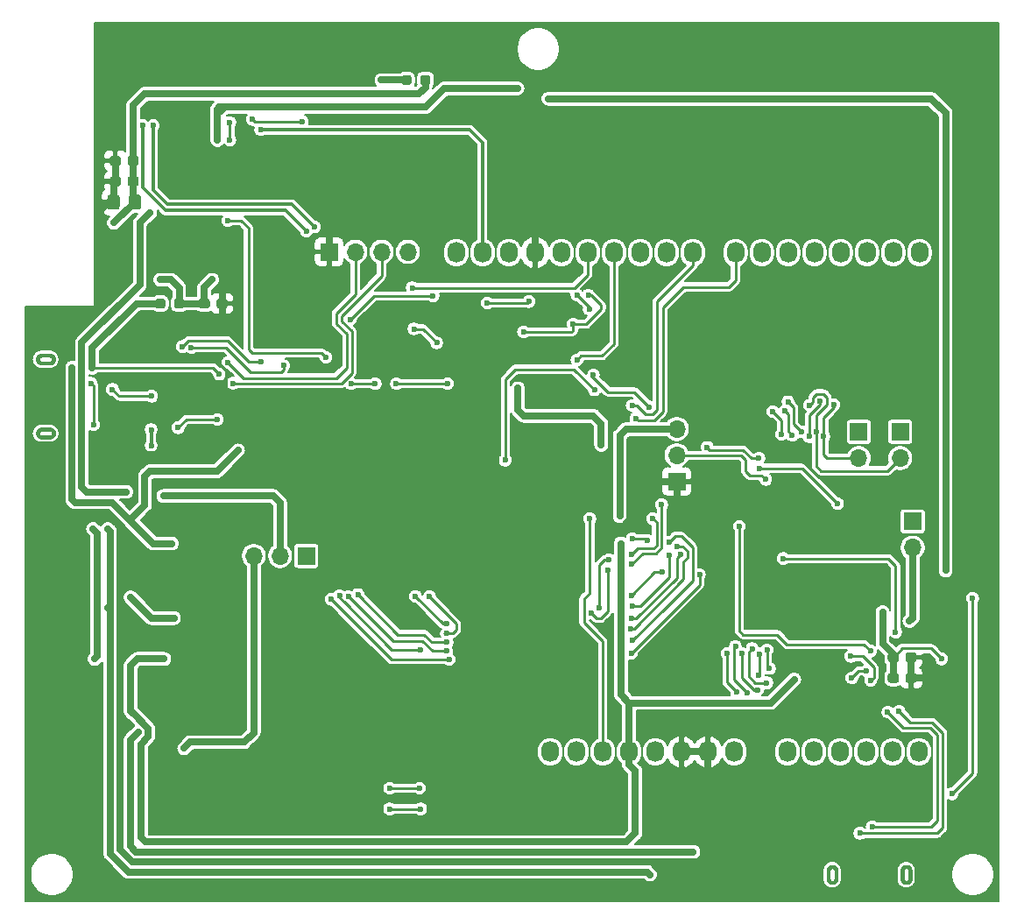
<source format=gbr>
G04 #@! TF.GenerationSoftware,KiCad,Pcbnew,(5.1.12)-1*
G04 #@! TF.CreationDate,2022-03-24T17:08:19-05:00*
G04 #@! TF.ProjectId,AVR-CTF,4156522d-4354-4462-9e6b-696361645f70,rev?*
G04 #@! TF.SameCoordinates,Original*
G04 #@! TF.FileFunction,Copper,L2,Bot*
G04 #@! TF.FilePolarity,Positive*
%FSLAX46Y46*%
G04 Gerber Fmt 4.6, Leading zero omitted, Abs format (unit mm)*
G04 Created by KiCad (PCBNEW (5.1.12)-1) date 2022-03-24 17:08:19*
%MOMM*%
%LPD*%
G01*
G04 APERTURE LIST*
G04 #@! TA.AperFunction,EtchedComponent*
%ADD10C,0.001000*%
G04 #@! TD*
G04 #@! TA.AperFunction,ComponentPad*
%ADD11R,1.700000X1.700000*%
G04 #@! TD*
G04 #@! TA.AperFunction,ComponentPad*
%ADD12O,1.700000X1.700000*%
G04 #@! TD*
G04 #@! TA.AperFunction,ComponentPad*
%ADD13O,1.727200X2.032000*%
G04 #@! TD*
G04 #@! TA.AperFunction,ViaPad*
%ADD14C,0.600000*%
G04 #@! TD*
G04 #@! TA.AperFunction,Conductor*
%ADD15C,0.700000*%
G04 #@! TD*
G04 #@! TA.AperFunction,Conductor*
%ADD16C,0.250000*%
G04 #@! TD*
G04 #@! TA.AperFunction,Conductor*
%ADD17C,0.300000*%
G04 #@! TD*
G04 #@! TA.AperFunction,Conductor*
%ADD18C,0.200000*%
G04 #@! TD*
G04 #@! TA.AperFunction,Conductor*
%ADD19C,0.100000*%
G04 #@! TD*
G04 APERTURE END LIST*
D10*
G36*
X196798000Y-123365000D02*
G01*
X196798000Y-123765000D01*
X196798000Y-123777000D01*
X196797000Y-123789000D01*
X196795000Y-123800000D01*
X196793000Y-123812000D01*
X196790000Y-123823000D01*
X196787000Y-123835000D01*
X196783000Y-123846000D01*
X196779000Y-123857000D01*
X196773000Y-123867000D01*
X196768000Y-123878000D01*
X196762000Y-123888000D01*
X196755000Y-123897000D01*
X196748000Y-123907000D01*
X196740000Y-123916000D01*
X196732000Y-123924000D01*
X196724000Y-123932000D01*
X196715000Y-123940000D01*
X196705000Y-123947000D01*
X196696000Y-123954000D01*
X196686000Y-123960000D01*
X196675000Y-123965000D01*
X196665000Y-123971000D01*
X196654000Y-123975000D01*
X196643000Y-123979000D01*
X196631000Y-123982000D01*
X196620000Y-123985000D01*
X196608000Y-123987000D01*
X196597000Y-123989000D01*
X196585000Y-123990000D01*
X196573000Y-123990000D01*
X196561000Y-123990000D01*
X196549000Y-123989000D01*
X196538000Y-123987000D01*
X196526000Y-123985000D01*
X196515000Y-123982000D01*
X196503000Y-123979000D01*
X196492000Y-123975000D01*
X196481000Y-123971000D01*
X196471000Y-123965000D01*
X196461000Y-123960000D01*
X196450000Y-123954000D01*
X196441000Y-123947000D01*
X196431000Y-123940000D01*
X196422000Y-123932000D01*
X196414000Y-123924000D01*
X196406000Y-123916000D01*
X196398000Y-123907000D01*
X196391000Y-123897000D01*
X196384000Y-123888000D01*
X196378000Y-123877000D01*
X196373000Y-123867000D01*
X196367000Y-123857000D01*
X196363000Y-123846000D01*
X196359000Y-123835000D01*
X196356000Y-123823000D01*
X196353000Y-123812000D01*
X196351000Y-123800000D01*
X196349000Y-123789000D01*
X196348000Y-123777000D01*
X196348000Y-123765000D01*
X196348000Y-123365000D01*
X196048000Y-123365000D01*
X196048000Y-123765000D01*
X196049000Y-123792000D01*
X196051000Y-123820000D01*
X196054000Y-123847000D01*
X196059000Y-123874000D01*
X196066000Y-123901000D01*
X196074000Y-123927000D01*
X196083000Y-123953000D01*
X196093000Y-123979000D01*
X196105000Y-124003000D01*
X196118000Y-124027000D01*
X196133000Y-124051000D01*
X196148000Y-124074000D01*
X196165000Y-124095000D01*
X196183000Y-124116000D01*
X196202000Y-124136000D01*
X196222000Y-124155000D01*
X196243000Y-124173000D01*
X196264000Y-124190000D01*
X196287000Y-124205000D01*
X196311000Y-124220000D01*
X196335000Y-124233000D01*
X196359000Y-124245000D01*
X196385000Y-124255000D01*
X196411000Y-124264000D01*
X196437000Y-124272000D01*
X196464000Y-124279000D01*
X196491000Y-124284000D01*
X196518000Y-124287000D01*
X196546000Y-124289000D01*
X196573000Y-124290000D01*
X196600000Y-124289000D01*
X196628000Y-124287000D01*
X196655000Y-124284000D01*
X196682000Y-124279000D01*
X196709000Y-124272000D01*
X196735000Y-124264000D01*
X196761000Y-124255000D01*
X196787000Y-124245000D01*
X196811000Y-124233000D01*
X196835000Y-124220000D01*
X196859000Y-124205000D01*
X196882000Y-124190000D01*
X196903000Y-124173000D01*
X196924000Y-124155000D01*
X196944000Y-124136000D01*
X196963000Y-124116000D01*
X196981000Y-124095000D01*
X196998000Y-124074000D01*
X197013000Y-124051000D01*
X197028000Y-124028000D01*
X197041000Y-124003000D01*
X197053000Y-123979000D01*
X197063000Y-123953000D01*
X197072000Y-123927000D01*
X197080000Y-123901000D01*
X197087000Y-123874000D01*
X197092000Y-123847000D01*
X197095000Y-123820000D01*
X197097000Y-123792000D01*
X197098000Y-123765000D01*
X197098000Y-123365000D01*
X196798000Y-123365000D01*
G37*
X196798000Y-123365000D02*
X196798000Y-123765000D01*
X196798000Y-123777000D01*
X196797000Y-123789000D01*
X196795000Y-123800000D01*
X196793000Y-123812000D01*
X196790000Y-123823000D01*
X196787000Y-123835000D01*
X196783000Y-123846000D01*
X196779000Y-123857000D01*
X196773000Y-123867000D01*
X196768000Y-123878000D01*
X196762000Y-123888000D01*
X196755000Y-123897000D01*
X196748000Y-123907000D01*
X196740000Y-123916000D01*
X196732000Y-123924000D01*
X196724000Y-123932000D01*
X196715000Y-123940000D01*
X196705000Y-123947000D01*
X196696000Y-123954000D01*
X196686000Y-123960000D01*
X196675000Y-123965000D01*
X196665000Y-123971000D01*
X196654000Y-123975000D01*
X196643000Y-123979000D01*
X196631000Y-123982000D01*
X196620000Y-123985000D01*
X196608000Y-123987000D01*
X196597000Y-123989000D01*
X196585000Y-123990000D01*
X196573000Y-123990000D01*
X196561000Y-123990000D01*
X196549000Y-123989000D01*
X196538000Y-123987000D01*
X196526000Y-123985000D01*
X196515000Y-123982000D01*
X196503000Y-123979000D01*
X196492000Y-123975000D01*
X196481000Y-123971000D01*
X196471000Y-123965000D01*
X196461000Y-123960000D01*
X196450000Y-123954000D01*
X196441000Y-123947000D01*
X196431000Y-123940000D01*
X196422000Y-123932000D01*
X196414000Y-123924000D01*
X196406000Y-123916000D01*
X196398000Y-123907000D01*
X196391000Y-123897000D01*
X196384000Y-123888000D01*
X196378000Y-123877000D01*
X196373000Y-123867000D01*
X196367000Y-123857000D01*
X196363000Y-123846000D01*
X196359000Y-123835000D01*
X196356000Y-123823000D01*
X196353000Y-123812000D01*
X196351000Y-123800000D01*
X196349000Y-123789000D01*
X196348000Y-123777000D01*
X196348000Y-123765000D01*
X196348000Y-123365000D01*
X196048000Y-123365000D01*
X196048000Y-123765000D01*
X196049000Y-123792000D01*
X196051000Y-123820000D01*
X196054000Y-123847000D01*
X196059000Y-123874000D01*
X196066000Y-123901000D01*
X196074000Y-123927000D01*
X196083000Y-123953000D01*
X196093000Y-123979000D01*
X196105000Y-124003000D01*
X196118000Y-124027000D01*
X196133000Y-124051000D01*
X196148000Y-124074000D01*
X196165000Y-124095000D01*
X196183000Y-124116000D01*
X196202000Y-124136000D01*
X196222000Y-124155000D01*
X196243000Y-124173000D01*
X196264000Y-124190000D01*
X196287000Y-124205000D01*
X196311000Y-124220000D01*
X196335000Y-124233000D01*
X196359000Y-124245000D01*
X196385000Y-124255000D01*
X196411000Y-124264000D01*
X196437000Y-124272000D01*
X196464000Y-124279000D01*
X196491000Y-124284000D01*
X196518000Y-124287000D01*
X196546000Y-124289000D01*
X196573000Y-124290000D01*
X196600000Y-124289000D01*
X196628000Y-124287000D01*
X196655000Y-124284000D01*
X196682000Y-124279000D01*
X196709000Y-124272000D01*
X196735000Y-124264000D01*
X196761000Y-124255000D01*
X196787000Y-124245000D01*
X196811000Y-124233000D01*
X196835000Y-124220000D01*
X196859000Y-124205000D01*
X196882000Y-124190000D01*
X196903000Y-124173000D01*
X196924000Y-124155000D01*
X196944000Y-124136000D01*
X196963000Y-124116000D01*
X196981000Y-124095000D01*
X196998000Y-124074000D01*
X197013000Y-124051000D01*
X197028000Y-124028000D01*
X197041000Y-124003000D01*
X197053000Y-123979000D01*
X197063000Y-123953000D01*
X197072000Y-123927000D01*
X197080000Y-123901000D01*
X197087000Y-123874000D01*
X197092000Y-123847000D01*
X197095000Y-123820000D01*
X197097000Y-123792000D01*
X197098000Y-123765000D01*
X197098000Y-123365000D01*
X196798000Y-123365000D01*
G36*
X196348000Y-123365000D02*
G01*
X196348000Y-122965000D01*
X196348000Y-122953000D01*
X196349000Y-122941000D01*
X196351000Y-122930000D01*
X196353000Y-122918000D01*
X196356000Y-122907000D01*
X196359000Y-122895000D01*
X196363000Y-122884000D01*
X196367000Y-122873000D01*
X196373000Y-122863000D01*
X196378000Y-122853000D01*
X196384000Y-122842000D01*
X196391000Y-122833000D01*
X196398000Y-122823000D01*
X196406000Y-122814000D01*
X196414000Y-122806000D01*
X196422000Y-122798000D01*
X196431000Y-122790000D01*
X196441000Y-122783000D01*
X196450000Y-122776000D01*
X196461000Y-122770000D01*
X196471000Y-122765000D01*
X196481000Y-122759000D01*
X196492000Y-122755000D01*
X196503000Y-122751000D01*
X196515000Y-122748000D01*
X196526000Y-122745000D01*
X196538000Y-122743000D01*
X196549000Y-122741000D01*
X196561000Y-122740000D01*
X196573000Y-122740000D01*
X196585000Y-122740000D01*
X196597000Y-122741000D01*
X196608000Y-122743000D01*
X196620000Y-122745000D01*
X196631000Y-122748000D01*
X196643000Y-122751000D01*
X196654000Y-122755000D01*
X196665000Y-122759000D01*
X196675000Y-122765000D01*
X196686000Y-122770000D01*
X196696000Y-122776000D01*
X196705000Y-122783000D01*
X196715000Y-122790000D01*
X196724000Y-122798000D01*
X196732000Y-122806000D01*
X196740000Y-122814000D01*
X196748000Y-122823000D01*
X196755000Y-122833000D01*
X196762000Y-122842000D01*
X196768000Y-122852000D01*
X196773000Y-122863000D01*
X196779000Y-122873000D01*
X196783000Y-122884000D01*
X196787000Y-122895000D01*
X196790000Y-122907000D01*
X196793000Y-122918000D01*
X196795000Y-122930000D01*
X196797000Y-122941000D01*
X196798000Y-122953000D01*
X196798000Y-122965000D01*
X196798000Y-123365000D01*
X197098000Y-123365000D01*
X197098000Y-122965000D01*
X197097000Y-122938000D01*
X197095000Y-122910000D01*
X197092000Y-122883000D01*
X197087000Y-122856000D01*
X197080000Y-122829000D01*
X197072000Y-122803000D01*
X197063000Y-122777000D01*
X197053000Y-122751000D01*
X197041000Y-122727000D01*
X197028000Y-122702000D01*
X197013000Y-122679000D01*
X196998000Y-122656000D01*
X196981000Y-122635000D01*
X196963000Y-122614000D01*
X196944000Y-122594000D01*
X196924000Y-122575000D01*
X196903000Y-122557000D01*
X196882000Y-122540000D01*
X196859000Y-122525000D01*
X196835000Y-122510000D01*
X196811000Y-122497000D01*
X196787000Y-122485000D01*
X196761000Y-122475000D01*
X196735000Y-122466000D01*
X196709000Y-122458000D01*
X196682000Y-122451000D01*
X196655000Y-122446000D01*
X196628000Y-122443000D01*
X196600000Y-122441000D01*
X196573000Y-122440000D01*
X196546000Y-122441000D01*
X196518000Y-122443000D01*
X196491000Y-122446000D01*
X196464000Y-122451000D01*
X196437000Y-122458000D01*
X196411000Y-122466000D01*
X196385000Y-122475000D01*
X196359000Y-122485000D01*
X196335000Y-122497000D01*
X196311000Y-122510000D01*
X196287000Y-122525000D01*
X196264000Y-122540000D01*
X196243000Y-122557000D01*
X196222000Y-122575000D01*
X196202000Y-122594000D01*
X196183000Y-122614000D01*
X196165000Y-122635000D01*
X196148000Y-122656000D01*
X196133000Y-122679000D01*
X196118000Y-122703000D01*
X196105000Y-122727000D01*
X196093000Y-122751000D01*
X196083000Y-122777000D01*
X196074000Y-122803000D01*
X196066000Y-122829000D01*
X196059000Y-122856000D01*
X196054000Y-122883000D01*
X196051000Y-122910000D01*
X196049000Y-122938000D01*
X196048000Y-122965000D01*
X196048000Y-123365000D01*
X196348000Y-123365000D01*
G37*
X196348000Y-123365000D02*
X196348000Y-122965000D01*
X196348000Y-122953000D01*
X196349000Y-122941000D01*
X196351000Y-122930000D01*
X196353000Y-122918000D01*
X196356000Y-122907000D01*
X196359000Y-122895000D01*
X196363000Y-122884000D01*
X196367000Y-122873000D01*
X196373000Y-122863000D01*
X196378000Y-122853000D01*
X196384000Y-122842000D01*
X196391000Y-122833000D01*
X196398000Y-122823000D01*
X196406000Y-122814000D01*
X196414000Y-122806000D01*
X196422000Y-122798000D01*
X196431000Y-122790000D01*
X196441000Y-122783000D01*
X196450000Y-122776000D01*
X196461000Y-122770000D01*
X196471000Y-122765000D01*
X196481000Y-122759000D01*
X196492000Y-122755000D01*
X196503000Y-122751000D01*
X196515000Y-122748000D01*
X196526000Y-122745000D01*
X196538000Y-122743000D01*
X196549000Y-122741000D01*
X196561000Y-122740000D01*
X196573000Y-122740000D01*
X196585000Y-122740000D01*
X196597000Y-122741000D01*
X196608000Y-122743000D01*
X196620000Y-122745000D01*
X196631000Y-122748000D01*
X196643000Y-122751000D01*
X196654000Y-122755000D01*
X196665000Y-122759000D01*
X196675000Y-122765000D01*
X196686000Y-122770000D01*
X196696000Y-122776000D01*
X196705000Y-122783000D01*
X196715000Y-122790000D01*
X196724000Y-122798000D01*
X196732000Y-122806000D01*
X196740000Y-122814000D01*
X196748000Y-122823000D01*
X196755000Y-122833000D01*
X196762000Y-122842000D01*
X196768000Y-122852000D01*
X196773000Y-122863000D01*
X196779000Y-122873000D01*
X196783000Y-122884000D01*
X196787000Y-122895000D01*
X196790000Y-122907000D01*
X196793000Y-122918000D01*
X196795000Y-122930000D01*
X196797000Y-122941000D01*
X196798000Y-122953000D01*
X196798000Y-122965000D01*
X196798000Y-123365000D01*
X197098000Y-123365000D01*
X197098000Y-122965000D01*
X197097000Y-122938000D01*
X197095000Y-122910000D01*
X197092000Y-122883000D01*
X197087000Y-122856000D01*
X197080000Y-122829000D01*
X197072000Y-122803000D01*
X197063000Y-122777000D01*
X197053000Y-122751000D01*
X197041000Y-122727000D01*
X197028000Y-122702000D01*
X197013000Y-122679000D01*
X196998000Y-122656000D01*
X196981000Y-122635000D01*
X196963000Y-122614000D01*
X196944000Y-122594000D01*
X196924000Y-122575000D01*
X196903000Y-122557000D01*
X196882000Y-122540000D01*
X196859000Y-122525000D01*
X196835000Y-122510000D01*
X196811000Y-122497000D01*
X196787000Y-122485000D01*
X196761000Y-122475000D01*
X196735000Y-122466000D01*
X196709000Y-122458000D01*
X196682000Y-122451000D01*
X196655000Y-122446000D01*
X196628000Y-122443000D01*
X196600000Y-122441000D01*
X196573000Y-122440000D01*
X196546000Y-122441000D01*
X196518000Y-122443000D01*
X196491000Y-122446000D01*
X196464000Y-122451000D01*
X196437000Y-122458000D01*
X196411000Y-122466000D01*
X196385000Y-122475000D01*
X196359000Y-122485000D01*
X196335000Y-122497000D01*
X196311000Y-122510000D01*
X196287000Y-122525000D01*
X196264000Y-122540000D01*
X196243000Y-122557000D01*
X196222000Y-122575000D01*
X196202000Y-122594000D01*
X196183000Y-122614000D01*
X196165000Y-122635000D01*
X196148000Y-122656000D01*
X196133000Y-122679000D01*
X196118000Y-122703000D01*
X196105000Y-122727000D01*
X196093000Y-122751000D01*
X196083000Y-122777000D01*
X196074000Y-122803000D01*
X196066000Y-122829000D01*
X196059000Y-122856000D01*
X196054000Y-122883000D01*
X196051000Y-122910000D01*
X196049000Y-122938000D01*
X196048000Y-122965000D01*
X196048000Y-123365000D01*
X196348000Y-123365000D01*
G36*
X189648000Y-123365000D02*
G01*
X189648000Y-123765000D01*
X189648000Y-123777000D01*
X189647000Y-123789000D01*
X189645000Y-123800000D01*
X189643000Y-123812000D01*
X189640000Y-123823000D01*
X189637000Y-123835000D01*
X189633000Y-123846000D01*
X189629000Y-123857000D01*
X189623000Y-123867000D01*
X189618000Y-123877000D01*
X189612000Y-123888000D01*
X189605000Y-123897000D01*
X189598000Y-123907000D01*
X189590000Y-123916000D01*
X189582000Y-123924000D01*
X189574000Y-123932000D01*
X189565000Y-123940000D01*
X189555000Y-123947000D01*
X189546000Y-123954000D01*
X189535000Y-123960000D01*
X189525000Y-123965000D01*
X189515000Y-123971000D01*
X189504000Y-123975000D01*
X189493000Y-123979000D01*
X189481000Y-123982000D01*
X189470000Y-123985000D01*
X189458000Y-123987000D01*
X189447000Y-123989000D01*
X189435000Y-123990000D01*
X189423000Y-123990000D01*
X189411000Y-123990000D01*
X189399000Y-123989000D01*
X189388000Y-123987000D01*
X189376000Y-123985000D01*
X189365000Y-123982000D01*
X189353000Y-123979000D01*
X189342000Y-123975000D01*
X189331000Y-123971000D01*
X189321000Y-123965000D01*
X189310000Y-123960000D01*
X189300000Y-123954000D01*
X189291000Y-123947000D01*
X189281000Y-123940000D01*
X189272000Y-123932000D01*
X189264000Y-123924000D01*
X189256000Y-123916000D01*
X189248000Y-123907000D01*
X189241000Y-123897000D01*
X189234000Y-123888000D01*
X189228000Y-123878000D01*
X189223000Y-123867000D01*
X189217000Y-123857000D01*
X189213000Y-123846000D01*
X189209000Y-123835000D01*
X189206000Y-123823000D01*
X189203000Y-123812000D01*
X189201000Y-123800000D01*
X189199000Y-123789000D01*
X189198000Y-123777000D01*
X189198000Y-123765000D01*
X189198000Y-123365000D01*
X188898000Y-123365000D01*
X188898000Y-123765000D01*
X188899000Y-123792000D01*
X188901000Y-123820000D01*
X188904000Y-123847000D01*
X188909000Y-123874000D01*
X188916000Y-123901000D01*
X188924000Y-123927000D01*
X188933000Y-123953000D01*
X188943000Y-123979000D01*
X188955000Y-124003000D01*
X188968000Y-124028000D01*
X188983000Y-124051000D01*
X188998000Y-124074000D01*
X189015000Y-124095000D01*
X189033000Y-124116000D01*
X189052000Y-124136000D01*
X189072000Y-124155000D01*
X189093000Y-124173000D01*
X189114000Y-124190000D01*
X189137000Y-124205000D01*
X189161000Y-124220000D01*
X189185000Y-124233000D01*
X189209000Y-124245000D01*
X189235000Y-124255000D01*
X189261000Y-124264000D01*
X189287000Y-124272000D01*
X189314000Y-124279000D01*
X189341000Y-124284000D01*
X189368000Y-124287000D01*
X189396000Y-124289000D01*
X189423000Y-124290000D01*
X189450000Y-124289000D01*
X189478000Y-124287000D01*
X189505000Y-124284000D01*
X189532000Y-124279000D01*
X189559000Y-124272000D01*
X189585000Y-124264000D01*
X189611000Y-124255000D01*
X189637000Y-124245000D01*
X189661000Y-124233000D01*
X189685000Y-124220000D01*
X189709000Y-124205000D01*
X189732000Y-124190000D01*
X189753000Y-124173000D01*
X189774000Y-124155000D01*
X189794000Y-124136000D01*
X189813000Y-124116000D01*
X189831000Y-124095000D01*
X189848000Y-124074000D01*
X189863000Y-124051000D01*
X189878000Y-124027000D01*
X189891000Y-124003000D01*
X189903000Y-123979000D01*
X189913000Y-123953000D01*
X189922000Y-123927000D01*
X189930000Y-123901000D01*
X189937000Y-123874000D01*
X189942000Y-123847000D01*
X189945000Y-123820000D01*
X189947000Y-123792000D01*
X189948000Y-123765000D01*
X189948000Y-123365000D01*
X189648000Y-123365000D01*
G37*
X189648000Y-123365000D02*
X189648000Y-123765000D01*
X189648000Y-123777000D01*
X189647000Y-123789000D01*
X189645000Y-123800000D01*
X189643000Y-123812000D01*
X189640000Y-123823000D01*
X189637000Y-123835000D01*
X189633000Y-123846000D01*
X189629000Y-123857000D01*
X189623000Y-123867000D01*
X189618000Y-123877000D01*
X189612000Y-123888000D01*
X189605000Y-123897000D01*
X189598000Y-123907000D01*
X189590000Y-123916000D01*
X189582000Y-123924000D01*
X189574000Y-123932000D01*
X189565000Y-123940000D01*
X189555000Y-123947000D01*
X189546000Y-123954000D01*
X189535000Y-123960000D01*
X189525000Y-123965000D01*
X189515000Y-123971000D01*
X189504000Y-123975000D01*
X189493000Y-123979000D01*
X189481000Y-123982000D01*
X189470000Y-123985000D01*
X189458000Y-123987000D01*
X189447000Y-123989000D01*
X189435000Y-123990000D01*
X189423000Y-123990000D01*
X189411000Y-123990000D01*
X189399000Y-123989000D01*
X189388000Y-123987000D01*
X189376000Y-123985000D01*
X189365000Y-123982000D01*
X189353000Y-123979000D01*
X189342000Y-123975000D01*
X189331000Y-123971000D01*
X189321000Y-123965000D01*
X189310000Y-123960000D01*
X189300000Y-123954000D01*
X189291000Y-123947000D01*
X189281000Y-123940000D01*
X189272000Y-123932000D01*
X189264000Y-123924000D01*
X189256000Y-123916000D01*
X189248000Y-123907000D01*
X189241000Y-123897000D01*
X189234000Y-123888000D01*
X189228000Y-123878000D01*
X189223000Y-123867000D01*
X189217000Y-123857000D01*
X189213000Y-123846000D01*
X189209000Y-123835000D01*
X189206000Y-123823000D01*
X189203000Y-123812000D01*
X189201000Y-123800000D01*
X189199000Y-123789000D01*
X189198000Y-123777000D01*
X189198000Y-123765000D01*
X189198000Y-123365000D01*
X188898000Y-123365000D01*
X188898000Y-123765000D01*
X188899000Y-123792000D01*
X188901000Y-123820000D01*
X188904000Y-123847000D01*
X188909000Y-123874000D01*
X188916000Y-123901000D01*
X188924000Y-123927000D01*
X188933000Y-123953000D01*
X188943000Y-123979000D01*
X188955000Y-124003000D01*
X188968000Y-124028000D01*
X188983000Y-124051000D01*
X188998000Y-124074000D01*
X189015000Y-124095000D01*
X189033000Y-124116000D01*
X189052000Y-124136000D01*
X189072000Y-124155000D01*
X189093000Y-124173000D01*
X189114000Y-124190000D01*
X189137000Y-124205000D01*
X189161000Y-124220000D01*
X189185000Y-124233000D01*
X189209000Y-124245000D01*
X189235000Y-124255000D01*
X189261000Y-124264000D01*
X189287000Y-124272000D01*
X189314000Y-124279000D01*
X189341000Y-124284000D01*
X189368000Y-124287000D01*
X189396000Y-124289000D01*
X189423000Y-124290000D01*
X189450000Y-124289000D01*
X189478000Y-124287000D01*
X189505000Y-124284000D01*
X189532000Y-124279000D01*
X189559000Y-124272000D01*
X189585000Y-124264000D01*
X189611000Y-124255000D01*
X189637000Y-124245000D01*
X189661000Y-124233000D01*
X189685000Y-124220000D01*
X189709000Y-124205000D01*
X189732000Y-124190000D01*
X189753000Y-124173000D01*
X189774000Y-124155000D01*
X189794000Y-124136000D01*
X189813000Y-124116000D01*
X189831000Y-124095000D01*
X189848000Y-124074000D01*
X189863000Y-124051000D01*
X189878000Y-124027000D01*
X189891000Y-124003000D01*
X189903000Y-123979000D01*
X189913000Y-123953000D01*
X189922000Y-123927000D01*
X189930000Y-123901000D01*
X189937000Y-123874000D01*
X189942000Y-123847000D01*
X189945000Y-123820000D01*
X189947000Y-123792000D01*
X189948000Y-123765000D01*
X189948000Y-123365000D01*
X189648000Y-123365000D01*
G36*
X189198000Y-123365000D02*
G01*
X189198000Y-122965000D01*
X189198000Y-122953000D01*
X189199000Y-122941000D01*
X189201000Y-122930000D01*
X189203000Y-122918000D01*
X189206000Y-122907000D01*
X189209000Y-122895000D01*
X189213000Y-122884000D01*
X189217000Y-122873000D01*
X189223000Y-122863000D01*
X189228000Y-122852000D01*
X189234000Y-122842000D01*
X189241000Y-122833000D01*
X189248000Y-122823000D01*
X189256000Y-122814000D01*
X189264000Y-122806000D01*
X189272000Y-122798000D01*
X189281000Y-122790000D01*
X189291000Y-122783000D01*
X189300000Y-122776000D01*
X189310000Y-122770000D01*
X189321000Y-122765000D01*
X189331000Y-122759000D01*
X189342000Y-122755000D01*
X189353000Y-122751000D01*
X189365000Y-122748000D01*
X189376000Y-122745000D01*
X189388000Y-122743000D01*
X189399000Y-122741000D01*
X189411000Y-122740000D01*
X189423000Y-122740000D01*
X189435000Y-122740000D01*
X189447000Y-122741000D01*
X189458000Y-122743000D01*
X189470000Y-122745000D01*
X189481000Y-122748000D01*
X189493000Y-122751000D01*
X189504000Y-122755000D01*
X189515000Y-122759000D01*
X189525000Y-122765000D01*
X189535000Y-122770000D01*
X189546000Y-122776000D01*
X189555000Y-122783000D01*
X189565000Y-122790000D01*
X189574000Y-122798000D01*
X189582000Y-122806000D01*
X189590000Y-122814000D01*
X189598000Y-122823000D01*
X189605000Y-122833000D01*
X189612000Y-122842000D01*
X189618000Y-122853000D01*
X189623000Y-122863000D01*
X189629000Y-122873000D01*
X189633000Y-122884000D01*
X189637000Y-122895000D01*
X189640000Y-122907000D01*
X189643000Y-122918000D01*
X189645000Y-122930000D01*
X189647000Y-122941000D01*
X189648000Y-122953000D01*
X189648000Y-122965000D01*
X189648000Y-123365000D01*
X189948000Y-123365000D01*
X189948000Y-122965000D01*
X189947000Y-122938000D01*
X189945000Y-122910000D01*
X189942000Y-122883000D01*
X189937000Y-122856000D01*
X189930000Y-122829000D01*
X189922000Y-122803000D01*
X189913000Y-122777000D01*
X189903000Y-122751000D01*
X189891000Y-122727000D01*
X189878000Y-122703000D01*
X189863000Y-122679000D01*
X189848000Y-122656000D01*
X189831000Y-122635000D01*
X189813000Y-122614000D01*
X189794000Y-122594000D01*
X189774000Y-122575000D01*
X189753000Y-122557000D01*
X189732000Y-122540000D01*
X189709000Y-122525000D01*
X189685000Y-122510000D01*
X189661000Y-122497000D01*
X189637000Y-122485000D01*
X189611000Y-122475000D01*
X189585000Y-122466000D01*
X189559000Y-122458000D01*
X189532000Y-122451000D01*
X189505000Y-122446000D01*
X189478000Y-122443000D01*
X189450000Y-122441000D01*
X189423000Y-122440000D01*
X189396000Y-122441000D01*
X189368000Y-122443000D01*
X189341000Y-122446000D01*
X189314000Y-122451000D01*
X189287000Y-122458000D01*
X189261000Y-122466000D01*
X189235000Y-122475000D01*
X189209000Y-122485000D01*
X189185000Y-122497000D01*
X189161000Y-122510000D01*
X189137000Y-122525000D01*
X189114000Y-122540000D01*
X189093000Y-122557000D01*
X189072000Y-122575000D01*
X189052000Y-122594000D01*
X189033000Y-122614000D01*
X189015000Y-122635000D01*
X188998000Y-122656000D01*
X188983000Y-122679000D01*
X188968000Y-122702000D01*
X188955000Y-122727000D01*
X188943000Y-122751000D01*
X188933000Y-122777000D01*
X188924000Y-122803000D01*
X188916000Y-122829000D01*
X188909000Y-122856000D01*
X188904000Y-122883000D01*
X188901000Y-122910000D01*
X188899000Y-122938000D01*
X188898000Y-122965000D01*
X188898000Y-123365000D01*
X189198000Y-123365000D01*
G37*
X189198000Y-123365000D02*
X189198000Y-122965000D01*
X189198000Y-122953000D01*
X189199000Y-122941000D01*
X189201000Y-122930000D01*
X189203000Y-122918000D01*
X189206000Y-122907000D01*
X189209000Y-122895000D01*
X189213000Y-122884000D01*
X189217000Y-122873000D01*
X189223000Y-122863000D01*
X189228000Y-122852000D01*
X189234000Y-122842000D01*
X189241000Y-122833000D01*
X189248000Y-122823000D01*
X189256000Y-122814000D01*
X189264000Y-122806000D01*
X189272000Y-122798000D01*
X189281000Y-122790000D01*
X189291000Y-122783000D01*
X189300000Y-122776000D01*
X189310000Y-122770000D01*
X189321000Y-122765000D01*
X189331000Y-122759000D01*
X189342000Y-122755000D01*
X189353000Y-122751000D01*
X189365000Y-122748000D01*
X189376000Y-122745000D01*
X189388000Y-122743000D01*
X189399000Y-122741000D01*
X189411000Y-122740000D01*
X189423000Y-122740000D01*
X189435000Y-122740000D01*
X189447000Y-122741000D01*
X189458000Y-122743000D01*
X189470000Y-122745000D01*
X189481000Y-122748000D01*
X189493000Y-122751000D01*
X189504000Y-122755000D01*
X189515000Y-122759000D01*
X189525000Y-122765000D01*
X189535000Y-122770000D01*
X189546000Y-122776000D01*
X189555000Y-122783000D01*
X189565000Y-122790000D01*
X189574000Y-122798000D01*
X189582000Y-122806000D01*
X189590000Y-122814000D01*
X189598000Y-122823000D01*
X189605000Y-122833000D01*
X189612000Y-122842000D01*
X189618000Y-122853000D01*
X189623000Y-122863000D01*
X189629000Y-122873000D01*
X189633000Y-122884000D01*
X189637000Y-122895000D01*
X189640000Y-122907000D01*
X189643000Y-122918000D01*
X189645000Y-122930000D01*
X189647000Y-122941000D01*
X189648000Y-122953000D01*
X189648000Y-122965000D01*
X189648000Y-123365000D01*
X189948000Y-123365000D01*
X189948000Y-122965000D01*
X189947000Y-122938000D01*
X189945000Y-122910000D01*
X189942000Y-122883000D01*
X189937000Y-122856000D01*
X189930000Y-122829000D01*
X189922000Y-122803000D01*
X189913000Y-122777000D01*
X189903000Y-122751000D01*
X189891000Y-122727000D01*
X189878000Y-122703000D01*
X189863000Y-122679000D01*
X189848000Y-122656000D01*
X189831000Y-122635000D01*
X189813000Y-122614000D01*
X189794000Y-122594000D01*
X189774000Y-122575000D01*
X189753000Y-122557000D01*
X189732000Y-122540000D01*
X189709000Y-122525000D01*
X189685000Y-122510000D01*
X189661000Y-122497000D01*
X189637000Y-122485000D01*
X189611000Y-122475000D01*
X189585000Y-122466000D01*
X189559000Y-122458000D01*
X189532000Y-122451000D01*
X189505000Y-122446000D01*
X189478000Y-122443000D01*
X189450000Y-122441000D01*
X189423000Y-122440000D01*
X189396000Y-122441000D01*
X189368000Y-122443000D01*
X189341000Y-122446000D01*
X189314000Y-122451000D01*
X189287000Y-122458000D01*
X189261000Y-122466000D01*
X189235000Y-122475000D01*
X189209000Y-122485000D01*
X189185000Y-122497000D01*
X189161000Y-122510000D01*
X189137000Y-122525000D01*
X189114000Y-122540000D01*
X189093000Y-122557000D01*
X189072000Y-122575000D01*
X189052000Y-122594000D01*
X189033000Y-122614000D01*
X189015000Y-122635000D01*
X188998000Y-122656000D01*
X188983000Y-122679000D01*
X188968000Y-122702000D01*
X188955000Y-122727000D01*
X188943000Y-122751000D01*
X188933000Y-122777000D01*
X188924000Y-122803000D01*
X188916000Y-122829000D01*
X188909000Y-122856000D01*
X188904000Y-122883000D01*
X188901000Y-122910000D01*
X188899000Y-122938000D01*
X188898000Y-122965000D01*
X188898000Y-123365000D01*
X189198000Y-123365000D01*
G36*
X113398000Y-73315000D02*
G01*
X113798000Y-73315000D01*
X113810000Y-73315000D01*
X113822000Y-73316000D01*
X113833000Y-73318000D01*
X113845000Y-73320000D01*
X113856000Y-73323000D01*
X113868000Y-73326000D01*
X113879000Y-73330000D01*
X113890000Y-73334000D01*
X113900000Y-73340000D01*
X113911000Y-73345000D01*
X113921000Y-73351000D01*
X113930000Y-73358000D01*
X113940000Y-73365000D01*
X113949000Y-73373000D01*
X113957000Y-73381000D01*
X113965000Y-73389000D01*
X113973000Y-73398000D01*
X113980000Y-73408000D01*
X113987000Y-73417000D01*
X113993000Y-73427000D01*
X113998000Y-73438000D01*
X114004000Y-73448000D01*
X114008000Y-73459000D01*
X114012000Y-73470000D01*
X114015000Y-73482000D01*
X114018000Y-73493000D01*
X114020000Y-73505000D01*
X114022000Y-73516000D01*
X114023000Y-73528000D01*
X114023000Y-73540000D01*
X114023000Y-73552000D01*
X114022000Y-73564000D01*
X114020000Y-73575000D01*
X114018000Y-73587000D01*
X114015000Y-73598000D01*
X114012000Y-73610000D01*
X114008000Y-73621000D01*
X114004000Y-73632000D01*
X113998000Y-73642000D01*
X113993000Y-73652000D01*
X113987000Y-73663000D01*
X113980000Y-73672000D01*
X113973000Y-73682000D01*
X113965000Y-73691000D01*
X113957000Y-73699000D01*
X113949000Y-73707000D01*
X113940000Y-73715000D01*
X113930000Y-73722000D01*
X113921000Y-73729000D01*
X113910000Y-73735000D01*
X113900000Y-73740000D01*
X113890000Y-73746000D01*
X113879000Y-73750000D01*
X113868000Y-73754000D01*
X113856000Y-73757000D01*
X113845000Y-73760000D01*
X113833000Y-73762000D01*
X113822000Y-73764000D01*
X113810000Y-73765000D01*
X113798000Y-73765000D01*
X113398000Y-73765000D01*
X113398000Y-74065000D01*
X113798000Y-74065000D01*
X113825000Y-74064000D01*
X113853000Y-74062000D01*
X113880000Y-74059000D01*
X113907000Y-74054000D01*
X113934000Y-74047000D01*
X113960000Y-74039000D01*
X113986000Y-74030000D01*
X114012000Y-74020000D01*
X114036000Y-74008000D01*
X114060000Y-73995000D01*
X114084000Y-73980000D01*
X114107000Y-73965000D01*
X114128000Y-73948000D01*
X114149000Y-73930000D01*
X114169000Y-73911000D01*
X114188000Y-73891000D01*
X114206000Y-73870000D01*
X114223000Y-73849000D01*
X114238000Y-73826000D01*
X114253000Y-73802000D01*
X114266000Y-73778000D01*
X114278000Y-73754000D01*
X114288000Y-73728000D01*
X114297000Y-73702000D01*
X114305000Y-73676000D01*
X114312000Y-73649000D01*
X114317000Y-73622000D01*
X114320000Y-73595000D01*
X114322000Y-73567000D01*
X114323000Y-73540000D01*
X114322000Y-73513000D01*
X114320000Y-73485000D01*
X114317000Y-73458000D01*
X114312000Y-73431000D01*
X114305000Y-73404000D01*
X114297000Y-73378000D01*
X114288000Y-73352000D01*
X114278000Y-73326000D01*
X114266000Y-73302000D01*
X114253000Y-73278000D01*
X114238000Y-73254000D01*
X114223000Y-73231000D01*
X114206000Y-73210000D01*
X114188000Y-73189000D01*
X114169000Y-73169000D01*
X114149000Y-73150000D01*
X114128000Y-73132000D01*
X114107000Y-73115000D01*
X114084000Y-73100000D01*
X114061000Y-73085000D01*
X114036000Y-73072000D01*
X114012000Y-73060000D01*
X113986000Y-73050000D01*
X113960000Y-73041000D01*
X113934000Y-73033000D01*
X113907000Y-73026000D01*
X113880000Y-73021000D01*
X113853000Y-73018000D01*
X113825000Y-73016000D01*
X113798000Y-73015000D01*
X113398000Y-73015000D01*
X113398000Y-73315000D01*
G37*
X113398000Y-73315000D02*
X113798000Y-73315000D01*
X113810000Y-73315000D01*
X113822000Y-73316000D01*
X113833000Y-73318000D01*
X113845000Y-73320000D01*
X113856000Y-73323000D01*
X113868000Y-73326000D01*
X113879000Y-73330000D01*
X113890000Y-73334000D01*
X113900000Y-73340000D01*
X113911000Y-73345000D01*
X113921000Y-73351000D01*
X113930000Y-73358000D01*
X113940000Y-73365000D01*
X113949000Y-73373000D01*
X113957000Y-73381000D01*
X113965000Y-73389000D01*
X113973000Y-73398000D01*
X113980000Y-73408000D01*
X113987000Y-73417000D01*
X113993000Y-73427000D01*
X113998000Y-73438000D01*
X114004000Y-73448000D01*
X114008000Y-73459000D01*
X114012000Y-73470000D01*
X114015000Y-73482000D01*
X114018000Y-73493000D01*
X114020000Y-73505000D01*
X114022000Y-73516000D01*
X114023000Y-73528000D01*
X114023000Y-73540000D01*
X114023000Y-73552000D01*
X114022000Y-73564000D01*
X114020000Y-73575000D01*
X114018000Y-73587000D01*
X114015000Y-73598000D01*
X114012000Y-73610000D01*
X114008000Y-73621000D01*
X114004000Y-73632000D01*
X113998000Y-73642000D01*
X113993000Y-73652000D01*
X113987000Y-73663000D01*
X113980000Y-73672000D01*
X113973000Y-73682000D01*
X113965000Y-73691000D01*
X113957000Y-73699000D01*
X113949000Y-73707000D01*
X113940000Y-73715000D01*
X113930000Y-73722000D01*
X113921000Y-73729000D01*
X113910000Y-73735000D01*
X113900000Y-73740000D01*
X113890000Y-73746000D01*
X113879000Y-73750000D01*
X113868000Y-73754000D01*
X113856000Y-73757000D01*
X113845000Y-73760000D01*
X113833000Y-73762000D01*
X113822000Y-73764000D01*
X113810000Y-73765000D01*
X113798000Y-73765000D01*
X113398000Y-73765000D01*
X113398000Y-74065000D01*
X113798000Y-74065000D01*
X113825000Y-74064000D01*
X113853000Y-74062000D01*
X113880000Y-74059000D01*
X113907000Y-74054000D01*
X113934000Y-74047000D01*
X113960000Y-74039000D01*
X113986000Y-74030000D01*
X114012000Y-74020000D01*
X114036000Y-74008000D01*
X114060000Y-73995000D01*
X114084000Y-73980000D01*
X114107000Y-73965000D01*
X114128000Y-73948000D01*
X114149000Y-73930000D01*
X114169000Y-73911000D01*
X114188000Y-73891000D01*
X114206000Y-73870000D01*
X114223000Y-73849000D01*
X114238000Y-73826000D01*
X114253000Y-73802000D01*
X114266000Y-73778000D01*
X114278000Y-73754000D01*
X114288000Y-73728000D01*
X114297000Y-73702000D01*
X114305000Y-73676000D01*
X114312000Y-73649000D01*
X114317000Y-73622000D01*
X114320000Y-73595000D01*
X114322000Y-73567000D01*
X114323000Y-73540000D01*
X114322000Y-73513000D01*
X114320000Y-73485000D01*
X114317000Y-73458000D01*
X114312000Y-73431000D01*
X114305000Y-73404000D01*
X114297000Y-73378000D01*
X114288000Y-73352000D01*
X114278000Y-73326000D01*
X114266000Y-73302000D01*
X114253000Y-73278000D01*
X114238000Y-73254000D01*
X114223000Y-73231000D01*
X114206000Y-73210000D01*
X114188000Y-73189000D01*
X114169000Y-73169000D01*
X114149000Y-73150000D01*
X114128000Y-73132000D01*
X114107000Y-73115000D01*
X114084000Y-73100000D01*
X114061000Y-73085000D01*
X114036000Y-73072000D01*
X114012000Y-73060000D01*
X113986000Y-73050000D01*
X113960000Y-73041000D01*
X113934000Y-73033000D01*
X113907000Y-73026000D01*
X113880000Y-73021000D01*
X113853000Y-73018000D01*
X113825000Y-73016000D01*
X113798000Y-73015000D01*
X113398000Y-73015000D01*
X113398000Y-73315000D01*
G36*
X113398000Y-73765000D02*
G01*
X112998000Y-73765000D01*
X112986000Y-73765000D01*
X112974000Y-73764000D01*
X112963000Y-73762000D01*
X112951000Y-73760000D01*
X112940000Y-73757000D01*
X112928000Y-73754000D01*
X112917000Y-73750000D01*
X112906000Y-73746000D01*
X112896000Y-73740000D01*
X112886000Y-73735000D01*
X112875000Y-73729000D01*
X112866000Y-73722000D01*
X112856000Y-73715000D01*
X112847000Y-73707000D01*
X112839000Y-73699000D01*
X112831000Y-73691000D01*
X112823000Y-73682000D01*
X112816000Y-73672000D01*
X112809000Y-73663000D01*
X112803000Y-73652000D01*
X112798000Y-73642000D01*
X112792000Y-73632000D01*
X112788000Y-73621000D01*
X112784000Y-73610000D01*
X112781000Y-73598000D01*
X112778000Y-73587000D01*
X112776000Y-73575000D01*
X112774000Y-73564000D01*
X112773000Y-73552000D01*
X112773000Y-73540000D01*
X112773000Y-73528000D01*
X112774000Y-73516000D01*
X112776000Y-73505000D01*
X112778000Y-73493000D01*
X112781000Y-73482000D01*
X112784000Y-73470000D01*
X112788000Y-73459000D01*
X112792000Y-73448000D01*
X112798000Y-73438000D01*
X112803000Y-73427000D01*
X112809000Y-73417000D01*
X112816000Y-73408000D01*
X112823000Y-73398000D01*
X112831000Y-73389000D01*
X112839000Y-73381000D01*
X112847000Y-73373000D01*
X112856000Y-73365000D01*
X112866000Y-73358000D01*
X112875000Y-73351000D01*
X112885000Y-73345000D01*
X112896000Y-73340000D01*
X112906000Y-73334000D01*
X112917000Y-73330000D01*
X112928000Y-73326000D01*
X112940000Y-73323000D01*
X112951000Y-73320000D01*
X112963000Y-73318000D01*
X112974000Y-73316000D01*
X112986000Y-73315000D01*
X112998000Y-73315000D01*
X113398000Y-73315000D01*
X113398000Y-73015000D01*
X112998000Y-73015000D01*
X112971000Y-73016000D01*
X112943000Y-73018000D01*
X112916000Y-73021000D01*
X112889000Y-73026000D01*
X112862000Y-73033000D01*
X112836000Y-73041000D01*
X112810000Y-73050000D01*
X112784000Y-73060000D01*
X112760000Y-73072000D01*
X112735000Y-73085000D01*
X112712000Y-73100000D01*
X112689000Y-73115000D01*
X112668000Y-73132000D01*
X112647000Y-73150000D01*
X112627000Y-73169000D01*
X112608000Y-73189000D01*
X112590000Y-73210000D01*
X112573000Y-73231000D01*
X112558000Y-73254000D01*
X112543000Y-73278000D01*
X112530000Y-73302000D01*
X112518000Y-73326000D01*
X112508000Y-73352000D01*
X112499000Y-73378000D01*
X112491000Y-73404000D01*
X112484000Y-73431000D01*
X112479000Y-73458000D01*
X112476000Y-73485000D01*
X112474000Y-73513000D01*
X112473000Y-73540000D01*
X112474000Y-73567000D01*
X112476000Y-73595000D01*
X112479000Y-73622000D01*
X112484000Y-73649000D01*
X112491000Y-73676000D01*
X112499000Y-73702000D01*
X112508000Y-73728000D01*
X112518000Y-73754000D01*
X112530000Y-73778000D01*
X112543000Y-73802000D01*
X112558000Y-73826000D01*
X112573000Y-73849000D01*
X112590000Y-73870000D01*
X112608000Y-73891000D01*
X112627000Y-73911000D01*
X112647000Y-73930000D01*
X112668000Y-73948000D01*
X112689000Y-73965000D01*
X112712000Y-73980000D01*
X112736000Y-73995000D01*
X112760000Y-74008000D01*
X112784000Y-74020000D01*
X112810000Y-74030000D01*
X112836000Y-74039000D01*
X112862000Y-74047000D01*
X112889000Y-74054000D01*
X112916000Y-74059000D01*
X112943000Y-74062000D01*
X112971000Y-74064000D01*
X112998000Y-74065000D01*
X113398000Y-74065000D01*
X113398000Y-73765000D01*
G37*
X113398000Y-73765000D02*
X112998000Y-73765000D01*
X112986000Y-73765000D01*
X112974000Y-73764000D01*
X112963000Y-73762000D01*
X112951000Y-73760000D01*
X112940000Y-73757000D01*
X112928000Y-73754000D01*
X112917000Y-73750000D01*
X112906000Y-73746000D01*
X112896000Y-73740000D01*
X112886000Y-73735000D01*
X112875000Y-73729000D01*
X112866000Y-73722000D01*
X112856000Y-73715000D01*
X112847000Y-73707000D01*
X112839000Y-73699000D01*
X112831000Y-73691000D01*
X112823000Y-73682000D01*
X112816000Y-73672000D01*
X112809000Y-73663000D01*
X112803000Y-73652000D01*
X112798000Y-73642000D01*
X112792000Y-73632000D01*
X112788000Y-73621000D01*
X112784000Y-73610000D01*
X112781000Y-73598000D01*
X112778000Y-73587000D01*
X112776000Y-73575000D01*
X112774000Y-73564000D01*
X112773000Y-73552000D01*
X112773000Y-73540000D01*
X112773000Y-73528000D01*
X112774000Y-73516000D01*
X112776000Y-73505000D01*
X112778000Y-73493000D01*
X112781000Y-73482000D01*
X112784000Y-73470000D01*
X112788000Y-73459000D01*
X112792000Y-73448000D01*
X112798000Y-73438000D01*
X112803000Y-73427000D01*
X112809000Y-73417000D01*
X112816000Y-73408000D01*
X112823000Y-73398000D01*
X112831000Y-73389000D01*
X112839000Y-73381000D01*
X112847000Y-73373000D01*
X112856000Y-73365000D01*
X112866000Y-73358000D01*
X112875000Y-73351000D01*
X112885000Y-73345000D01*
X112896000Y-73340000D01*
X112906000Y-73334000D01*
X112917000Y-73330000D01*
X112928000Y-73326000D01*
X112940000Y-73323000D01*
X112951000Y-73320000D01*
X112963000Y-73318000D01*
X112974000Y-73316000D01*
X112986000Y-73315000D01*
X112998000Y-73315000D01*
X113398000Y-73315000D01*
X113398000Y-73015000D01*
X112998000Y-73015000D01*
X112971000Y-73016000D01*
X112943000Y-73018000D01*
X112916000Y-73021000D01*
X112889000Y-73026000D01*
X112862000Y-73033000D01*
X112836000Y-73041000D01*
X112810000Y-73050000D01*
X112784000Y-73060000D01*
X112760000Y-73072000D01*
X112735000Y-73085000D01*
X112712000Y-73100000D01*
X112689000Y-73115000D01*
X112668000Y-73132000D01*
X112647000Y-73150000D01*
X112627000Y-73169000D01*
X112608000Y-73189000D01*
X112590000Y-73210000D01*
X112573000Y-73231000D01*
X112558000Y-73254000D01*
X112543000Y-73278000D01*
X112530000Y-73302000D01*
X112518000Y-73326000D01*
X112508000Y-73352000D01*
X112499000Y-73378000D01*
X112491000Y-73404000D01*
X112484000Y-73431000D01*
X112479000Y-73458000D01*
X112476000Y-73485000D01*
X112474000Y-73513000D01*
X112473000Y-73540000D01*
X112474000Y-73567000D01*
X112476000Y-73595000D01*
X112479000Y-73622000D01*
X112484000Y-73649000D01*
X112491000Y-73676000D01*
X112499000Y-73702000D01*
X112508000Y-73728000D01*
X112518000Y-73754000D01*
X112530000Y-73778000D01*
X112543000Y-73802000D01*
X112558000Y-73826000D01*
X112573000Y-73849000D01*
X112590000Y-73870000D01*
X112608000Y-73891000D01*
X112627000Y-73911000D01*
X112647000Y-73930000D01*
X112668000Y-73948000D01*
X112689000Y-73965000D01*
X112712000Y-73980000D01*
X112736000Y-73995000D01*
X112760000Y-74008000D01*
X112784000Y-74020000D01*
X112810000Y-74030000D01*
X112836000Y-74039000D01*
X112862000Y-74047000D01*
X112889000Y-74054000D01*
X112916000Y-74059000D01*
X112943000Y-74062000D01*
X112971000Y-74064000D01*
X112998000Y-74065000D01*
X113398000Y-74065000D01*
X113398000Y-73765000D01*
G36*
X113398000Y-80465000D02*
G01*
X113798000Y-80465000D01*
X113810000Y-80465000D01*
X113822000Y-80466000D01*
X113833000Y-80468000D01*
X113845000Y-80470000D01*
X113856000Y-80473000D01*
X113868000Y-80476000D01*
X113879000Y-80480000D01*
X113890000Y-80484000D01*
X113900000Y-80490000D01*
X113910000Y-80495000D01*
X113921000Y-80501000D01*
X113930000Y-80508000D01*
X113940000Y-80515000D01*
X113949000Y-80523000D01*
X113957000Y-80531000D01*
X113965000Y-80539000D01*
X113973000Y-80548000D01*
X113980000Y-80558000D01*
X113987000Y-80567000D01*
X113993000Y-80578000D01*
X113998000Y-80588000D01*
X114004000Y-80598000D01*
X114008000Y-80609000D01*
X114012000Y-80620000D01*
X114015000Y-80632000D01*
X114018000Y-80643000D01*
X114020000Y-80655000D01*
X114022000Y-80666000D01*
X114023000Y-80678000D01*
X114023000Y-80690000D01*
X114023000Y-80702000D01*
X114022000Y-80714000D01*
X114020000Y-80725000D01*
X114018000Y-80737000D01*
X114015000Y-80748000D01*
X114012000Y-80760000D01*
X114008000Y-80771000D01*
X114004000Y-80782000D01*
X113998000Y-80792000D01*
X113993000Y-80803000D01*
X113987000Y-80813000D01*
X113980000Y-80822000D01*
X113973000Y-80832000D01*
X113965000Y-80841000D01*
X113957000Y-80849000D01*
X113949000Y-80857000D01*
X113940000Y-80865000D01*
X113930000Y-80872000D01*
X113921000Y-80879000D01*
X113911000Y-80885000D01*
X113900000Y-80890000D01*
X113890000Y-80896000D01*
X113879000Y-80900000D01*
X113868000Y-80904000D01*
X113856000Y-80907000D01*
X113845000Y-80910000D01*
X113833000Y-80912000D01*
X113822000Y-80914000D01*
X113810000Y-80915000D01*
X113798000Y-80915000D01*
X113398000Y-80915000D01*
X113398000Y-81215000D01*
X113798000Y-81215000D01*
X113825000Y-81214000D01*
X113853000Y-81212000D01*
X113880000Y-81209000D01*
X113907000Y-81204000D01*
X113934000Y-81197000D01*
X113960000Y-81189000D01*
X113986000Y-81180000D01*
X114012000Y-81170000D01*
X114036000Y-81158000D01*
X114061000Y-81145000D01*
X114084000Y-81130000D01*
X114107000Y-81115000D01*
X114128000Y-81098000D01*
X114149000Y-81080000D01*
X114169000Y-81061000D01*
X114188000Y-81041000D01*
X114206000Y-81020000D01*
X114223000Y-80999000D01*
X114238000Y-80976000D01*
X114253000Y-80952000D01*
X114266000Y-80928000D01*
X114278000Y-80904000D01*
X114288000Y-80878000D01*
X114297000Y-80852000D01*
X114305000Y-80826000D01*
X114312000Y-80799000D01*
X114317000Y-80772000D01*
X114320000Y-80745000D01*
X114322000Y-80717000D01*
X114323000Y-80690000D01*
X114322000Y-80663000D01*
X114320000Y-80635000D01*
X114317000Y-80608000D01*
X114312000Y-80581000D01*
X114305000Y-80554000D01*
X114297000Y-80528000D01*
X114288000Y-80502000D01*
X114278000Y-80476000D01*
X114266000Y-80452000D01*
X114253000Y-80428000D01*
X114238000Y-80404000D01*
X114223000Y-80381000D01*
X114206000Y-80360000D01*
X114188000Y-80339000D01*
X114169000Y-80319000D01*
X114149000Y-80300000D01*
X114128000Y-80282000D01*
X114107000Y-80265000D01*
X114084000Y-80250000D01*
X114060000Y-80235000D01*
X114036000Y-80222000D01*
X114012000Y-80210000D01*
X113986000Y-80200000D01*
X113960000Y-80191000D01*
X113934000Y-80183000D01*
X113907000Y-80176000D01*
X113880000Y-80171000D01*
X113853000Y-80168000D01*
X113825000Y-80166000D01*
X113798000Y-80165000D01*
X113398000Y-80165000D01*
X113398000Y-80465000D01*
G37*
X113398000Y-80465000D02*
X113798000Y-80465000D01*
X113810000Y-80465000D01*
X113822000Y-80466000D01*
X113833000Y-80468000D01*
X113845000Y-80470000D01*
X113856000Y-80473000D01*
X113868000Y-80476000D01*
X113879000Y-80480000D01*
X113890000Y-80484000D01*
X113900000Y-80490000D01*
X113910000Y-80495000D01*
X113921000Y-80501000D01*
X113930000Y-80508000D01*
X113940000Y-80515000D01*
X113949000Y-80523000D01*
X113957000Y-80531000D01*
X113965000Y-80539000D01*
X113973000Y-80548000D01*
X113980000Y-80558000D01*
X113987000Y-80567000D01*
X113993000Y-80578000D01*
X113998000Y-80588000D01*
X114004000Y-80598000D01*
X114008000Y-80609000D01*
X114012000Y-80620000D01*
X114015000Y-80632000D01*
X114018000Y-80643000D01*
X114020000Y-80655000D01*
X114022000Y-80666000D01*
X114023000Y-80678000D01*
X114023000Y-80690000D01*
X114023000Y-80702000D01*
X114022000Y-80714000D01*
X114020000Y-80725000D01*
X114018000Y-80737000D01*
X114015000Y-80748000D01*
X114012000Y-80760000D01*
X114008000Y-80771000D01*
X114004000Y-80782000D01*
X113998000Y-80792000D01*
X113993000Y-80803000D01*
X113987000Y-80813000D01*
X113980000Y-80822000D01*
X113973000Y-80832000D01*
X113965000Y-80841000D01*
X113957000Y-80849000D01*
X113949000Y-80857000D01*
X113940000Y-80865000D01*
X113930000Y-80872000D01*
X113921000Y-80879000D01*
X113911000Y-80885000D01*
X113900000Y-80890000D01*
X113890000Y-80896000D01*
X113879000Y-80900000D01*
X113868000Y-80904000D01*
X113856000Y-80907000D01*
X113845000Y-80910000D01*
X113833000Y-80912000D01*
X113822000Y-80914000D01*
X113810000Y-80915000D01*
X113798000Y-80915000D01*
X113398000Y-80915000D01*
X113398000Y-81215000D01*
X113798000Y-81215000D01*
X113825000Y-81214000D01*
X113853000Y-81212000D01*
X113880000Y-81209000D01*
X113907000Y-81204000D01*
X113934000Y-81197000D01*
X113960000Y-81189000D01*
X113986000Y-81180000D01*
X114012000Y-81170000D01*
X114036000Y-81158000D01*
X114061000Y-81145000D01*
X114084000Y-81130000D01*
X114107000Y-81115000D01*
X114128000Y-81098000D01*
X114149000Y-81080000D01*
X114169000Y-81061000D01*
X114188000Y-81041000D01*
X114206000Y-81020000D01*
X114223000Y-80999000D01*
X114238000Y-80976000D01*
X114253000Y-80952000D01*
X114266000Y-80928000D01*
X114278000Y-80904000D01*
X114288000Y-80878000D01*
X114297000Y-80852000D01*
X114305000Y-80826000D01*
X114312000Y-80799000D01*
X114317000Y-80772000D01*
X114320000Y-80745000D01*
X114322000Y-80717000D01*
X114323000Y-80690000D01*
X114322000Y-80663000D01*
X114320000Y-80635000D01*
X114317000Y-80608000D01*
X114312000Y-80581000D01*
X114305000Y-80554000D01*
X114297000Y-80528000D01*
X114288000Y-80502000D01*
X114278000Y-80476000D01*
X114266000Y-80452000D01*
X114253000Y-80428000D01*
X114238000Y-80404000D01*
X114223000Y-80381000D01*
X114206000Y-80360000D01*
X114188000Y-80339000D01*
X114169000Y-80319000D01*
X114149000Y-80300000D01*
X114128000Y-80282000D01*
X114107000Y-80265000D01*
X114084000Y-80250000D01*
X114060000Y-80235000D01*
X114036000Y-80222000D01*
X114012000Y-80210000D01*
X113986000Y-80200000D01*
X113960000Y-80191000D01*
X113934000Y-80183000D01*
X113907000Y-80176000D01*
X113880000Y-80171000D01*
X113853000Y-80168000D01*
X113825000Y-80166000D01*
X113798000Y-80165000D01*
X113398000Y-80165000D01*
X113398000Y-80465000D01*
G36*
X113398000Y-80915000D02*
G01*
X112998000Y-80915000D01*
X112986000Y-80915000D01*
X112974000Y-80914000D01*
X112963000Y-80912000D01*
X112951000Y-80910000D01*
X112940000Y-80907000D01*
X112928000Y-80904000D01*
X112917000Y-80900000D01*
X112906000Y-80896000D01*
X112896000Y-80890000D01*
X112885000Y-80885000D01*
X112875000Y-80879000D01*
X112866000Y-80872000D01*
X112856000Y-80865000D01*
X112847000Y-80857000D01*
X112839000Y-80849000D01*
X112831000Y-80841000D01*
X112823000Y-80832000D01*
X112816000Y-80822000D01*
X112809000Y-80813000D01*
X112803000Y-80803000D01*
X112798000Y-80792000D01*
X112792000Y-80782000D01*
X112788000Y-80771000D01*
X112784000Y-80760000D01*
X112781000Y-80748000D01*
X112778000Y-80737000D01*
X112776000Y-80725000D01*
X112774000Y-80714000D01*
X112773000Y-80702000D01*
X112773000Y-80690000D01*
X112773000Y-80678000D01*
X112774000Y-80666000D01*
X112776000Y-80655000D01*
X112778000Y-80643000D01*
X112781000Y-80632000D01*
X112784000Y-80620000D01*
X112788000Y-80609000D01*
X112792000Y-80598000D01*
X112798000Y-80588000D01*
X112803000Y-80578000D01*
X112809000Y-80567000D01*
X112816000Y-80558000D01*
X112823000Y-80548000D01*
X112831000Y-80539000D01*
X112839000Y-80531000D01*
X112847000Y-80523000D01*
X112856000Y-80515000D01*
X112866000Y-80508000D01*
X112875000Y-80501000D01*
X112886000Y-80495000D01*
X112896000Y-80490000D01*
X112906000Y-80484000D01*
X112917000Y-80480000D01*
X112928000Y-80476000D01*
X112940000Y-80473000D01*
X112951000Y-80470000D01*
X112963000Y-80468000D01*
X112974000Y-80466000D01*
X112986000Y-80465000D01*
X112998000Y-80465000D01*
X113398000Y-80465000D01*
X113398000Y-80165000D01*
X112998000Y-80165000D01*
X112971000Y-80166000D01*
X112943000Y-80168000D01*
X112916000Y-80171000D01*
X112889000Y-80176000D01*
X112862000Y-80183000D01*
X112836000Y-80191000D01*
X112810000Y-80200000D01*
X112784000Y-80210000D01*
X112760000Y-80222000D01*
X112736000Y-80235000D01*
X112712000Y-80250000D01*
X112689000Y-80265000D01*
X112668000Y-80282000D01*
X112647000Y-80300000D01*
X112627000Y-80319000D01*
X112608000Y-80339000D01*
X112590000Y-80360000D01*
X112573000Y-80381000D01*
X112558000Y-80404000D01*
X112543000Y-80428000D01*
X112530000Y-80452000D01*
X112518000Y-80476000D01*
X112508000Y-80502000D01*
X112499000Y-80528000D01*
X112491000Y-80554000D01*
X112484000Y-80581000D01*
X112479000Y-80608000D01*
X112476000Y-80635000D01*
X112474000Y-80663000D01*
X112473000Y-80690000D01*
X112474000Y-80717000D01*
X112476000Y-80745000D01*
X112479000Y-80772000D01*
X112484000Y-80799000D01*
X112491000Y-80826000D01*
X112499000Y-80852000D01*
X112508000Y-80878000D01*
X112518000Y-80904000D01*
X112530000Y-80928000D01*
X112543000Y-80952000D01*
X112558000Y-80976000D01*
X112573000Y-80999000D01*
X112590000Y-81020000D01*
X112608000Y-81041000D01*
X112627000Y-81061000D01*
X112647000Y-81080000D01*
X112668000Y-81098000D01*
X112689000Y-81115000D01*
X112712000Y-81130000D01*
X112735000Y-81145000D01*
X112760000Y-81158000D01*
X112784000Y-81170000D01*
X112810000Y-81180000D01*
X112836000Y-81189000D01*
X112862000Y-81197000D01*
X112889000Y-81204000D01*
X112916000Y-81209000D01*
X112943000Y-81212000D01*
X112971000Y-81214000D01*
X112998000Y-81215000D01*
X113398000Y-81215000D01*
X113398000Y-80915000D01*
G37*
X113398000Y-80915000D02*
X112998000Y-80915000D01*
X112986000Y-80915000D01*
X112974000Y-80914000D01*
X112963000Y-80912000D01*
X112951000Y-80910000D01*
X112940000Y-80907000D01*
X112928000Y-80904000D01*
X112917000Y-80900000D01*
X112906000Y-80896000D01*
X112896000Y-80890000D01*
X112885000Y-80885000D01*
X112875000Y-80879000D01*
X112866000Y-80872000D01*
X112856000Y-80865000D01*
X112847000Y-80857000D01*
X112839000Y-80849000D01*
X112831000Y-80841000D01*
X112823000Y-80832000D01*
X112816000Y-80822000D01*
X112809000Y-80813000D01*
X112803000Y-80803000D01*
X112798000Y-80792000D01*
X112792000Y-80782000D01*
X112788000Y-80771000D01*
X112784000Y-80760000D01*
X112781000Y-80748000D01*
X112778000Y-80737000D01*
X112776000Y-80725000D01*
X112774000Y-80714000D01*
X112773000Y-80702000D01*
X112773000Y-80690000D01*
X112773000Y-80678000D01*
X112774000Y-80666000D01*
X112776000Y-80655000D01*
X112778000Y-80643000D01*
X112781000Y-80632000D01*
X112784000Y-80620000D01*
X112788000Y-80609000D01*
X112792000Y-80598000D01*
X112798000Y-80588000D01*
X112803000Y-80578000D01*
X112809000Y-80567000D01*
X112816000Y-80558000D01*
X112823000Y-80548000D01*
X112831000Y-80539000D01*
X112839000Y-80531000D01*
X112847000Y-80523000D01*
X112856000Y-80515000D01*
X112866000Y-80508000D01*
X112875000Y-80501000D01*
X112886000Y-80495000D01*
X112896000Y-80490000D01*
X112906000Y-80484000D01*
X112917000Y-80480000D01*
X112928000Y-80476000D01*
X112940000Y-80473000D01*
X112951000Y-80470000D01*
X112963000Y-80468000D01*
X112974000Y-80466000D01*
X112986000Y-80465000D01*
X112998000Y-80465000D01*
X113398000Y-80465000D01*
X113398000Y-80165000D01*
X112998000Y-80165000D01*
X112971000Y-80166000D01*
X112943000Y-80168000D01*
X112916000Y-80171000D01*
X112889000Y-80176000D01*
X112862000Y-80183000D01*
X112836000Y-80191000D01*
X112810000Y-80200000D01*
X112784000Y-80210000D01*
X112760000Y-80222000D01*
X112736000Y-80235000D01*
X112712000Y-80250000D01*
X112689000Y-80265000D01*
X112668000Y-80282000D01*
X112647000Y-80300000D01*
X112627000Y-80319000D01*
X112608000Y-80339000D01*
X112590000Y-80360000D01*
X112573000Y-80381000D01*
X112558000Y-80404000D01*
X112543000Y-80428000D01*
X112530000Y-80452000D01*
X112518000Y-80476000D01*
X112508000Y-80502000D01*
X112499000Y-80528000D01*
X112491000Y-80554000D01*
X112484000Y-80581000D01*
X112479000Y-80608000D01*
X112476000Y-80635000D01*
X112474000Y-80663000D01*
X112473000Y-80690000D01*
X112474000Y-80717000D01*
X112476000Y-80745000D01*
X112479000Y-80772000D01*
X112484000Y-80799000D01*
X112491000Y-80826000D01*
X112499000Y-80852000D01*
X112508000Y-80878000D01*
X112518000Y-80904000D01*
X112530000Y-80928000D01*
X112543000Y-80952000D01*
X112558000Y-80976000D01*
X112573000Y-80999000D01*
X112590000Y-81020000D01*
X112608000Y-81041000D01*
X112627000Y-81061000D01*
X112647000Y-81080000D01*
X112668000Y-81098000D01*
X112689000Y-81115000D01*
X112712000Y-81130000D01*
X112735000Y-81145000D01*
X112760000Y-81158000D01*
X112784000Y-81170000D01*
X112810000Y-81180000D01*
X112836000Y-81189000D01*
X112862000Y-81197000D01*
X112889000Y-81204000D01*
X112916000Y-81209000D01*
X112943000Y-81212000D01*
X112971000Y-81214000D01*
X112998000Y-81215000D01*
X113398000Y-81215000D01*
X113398000Y-80915000D01*
G04 #@! TA.AperFunction,SMDPad,CuDef*
G36*
G01*
X120548000Y-57890000D02*
X120548000Y-58840000D01*
G75*
G02*
X120298000Y-59090000I-250000J0D01*
G01*
X119623000Y-59090000D01*
G75*
G02*
X119373000Y-58840000I0J250000D01*
G01*
X119373000Y-57890000D01*
G75*
G02*
X119623000Y-57640000I250000J0D01*
G01*
X120298000Y-57640000D01*
G75*
G02*
X120548000Y-57890000I0J-250000D01*
G01*
G37*
G04 #@! TD.AperFunction*
G04 #@! TA.AperFunction,SMDPad,CuDef*
G36*
G01*
X122623000Y-57890000D02*
X122623000Y-58840000D01*
G75*
G02*
X122373000Y-59090000I-250000J0D01*
G01*
X121698000Y-59090000D01*
G75*
G02*
X121448000Y-58840000I0J250000D01*
G01*
X121448000Y-57890000D01*
G75*
G02*
X121698000Y-57640000I250000J0D01*
G01*
X122373000Y-57640000D01*
G75*
G02*
X122623000Y-57890000I0J-250000D01*
G01*
G37*
G04 #@! TD.AperFunction*
G04 #@! TA.AperFunction,SMDPad,CuDef*
G36*
G01*
X122398000Y-56127500D02*
X122398000Y-56602500D01*
G75*
G02*
X122160500Y-56840000I-237500J0D01*
G01*
X121560500Y-56840000D01*
G75*
G02*
X121323000Y-56602500I0J237500D01*
G01*
X121323000Y-56127500D01*
G75*
G02*
X121560500Y-55890000I237500J0D01*
G01*
X122160500Y-55890000D01*
G75*
G02*
X122398000Y-56127500I0J-237500D01*
G01*
G37*
G04 #@! TD.AperFunction*
G04 #@! TA.AperFunction,SMDPad,CuDef*
G36*
G01*
X120673000Y-56127500D02*
X120673000Y-56602500D01*
G75*
G02*
X120435500Y-56840000I-237500J0D01*
G01*
X119835500Y-56840000D01*
G75*
G02*
X119598000Y-56602500I0J237500D01*
G01*
X119598000Y-56127500D01*
G75*
G02*
X119835500Y-55890000I237500J0D01*
G01*
X120435500Y-55890000D01*
G75*
G02*
X120673000Y-56127500I0J-237500D01*
G01*
G37*
G04 #@! TD.AperFunction*
G04 #@! TA.AperFunction,SMDPad,CuDef*
G36*
G01*
X120673000Y-54127500D02*
X120673000Y-54602500D01*
G75*
G02*
X120435500Y-54840000I-237500J0D01*
G01*
X119835500Y-54840000D01*
G75*
G02*
X119598000Y-54602500I0J237500D01*
G01*
X119598000Y-54127500D01*
G75*
G02*
X119835500Y-53890000I237500J0D01*
G01*
X120435500Y-53890000D01*
G75*
G02*
X120673000Y-54127500I0J-237500D01*
G01*
G37*
G04 #@! TD.AperFunction*
G04 #@! TA.AperFunction,SMDPad,CuDef*
G36*
G01*
X122398000Y-54127500D02*
X122398000Y-54602500D01*
G75*
G02*
X122160500Y-54840000I-237500J0D01*
G01*
X121560500Y-54840000D01*
G75*
G02*
X121323000Y-54602500I0J237500D01*
G01*
X121323000Y-54127500D01*
G75*
G02*
X121560500Y-53890000I237500J0D01*
G01*
X122160500Y-53890000D01*
G75*
G02*
X122398000Y-54127500I0J-237500D01*
G01*
G37*
G04 #@! TD.AperFunction*
G04 #@! TA.AperFunction,SMDPad,CuDef*
G36*
G01*
X128198000Y-68402500D02*
X128198000Y-67927500D01*
G75*
G02*
X128435500Y-67690000I237500J0D01*
G01*
X129035500Y-67690000D01*
G75*
G02*
X129273000Y-67927500I0J-237500D01*
G01*
X129273000Y-68402500D01*
G75*
G02*
X129035500Y-68640000I-237500J0D01*
G01*
X128435500Y-68640000D01*
G75*
G02*
X128198000Y-68402500I0J237500D01*
G01*
G37*
G04 #@! TD.AperFunction*
G04 #@! TA.AperFunction,SMDPad,CuDef*
G36*
G01*
X129923000Y-68402500D02*
X129923000Y-67927500D01*
G75*
G02*
X130160500Y-67690000I237500J0D01*
G01*
X130760500Y-67690000D01*
G75*
G02*
X130998000Y-67927500I0J-237500D01*
G01*
X130998000Y-68402500D01*
G75*
G02*
X130760500Y-68640000I-237500J0D01*
G01*
X130160500Y-68640000D01*
G75*
G02*
X129923000Y-68402500I0J237500D01*
G01*
G37*
G04 #@! TD.AperFunction*
G04 #@! TA.AperFunction,SMDPad,CuDef*
G36*
G01*
X197598000Y-102127500D02*
X197598000Y-102602500D01*
G75*
G02*
X197360500Y-102840000I-237500J0D01*
G01*
X196760500Y-102840000D01*
G75*
G02*
X196523000Y-102602500I0J237500D01*
G01*
X196523000Y-102127500D01*
G75*
G02*
X196760500Y-101890000I237500J0D01*
G01*
X197360500Y-101890000D01*
G75*
G02*
X197598000Y-102127500I0J-237500D01*
G01*
G37*
G04 #@! TD.AperFunction*
G04 #@! TA.AperFunction,SMDPad,CuDef*
G36*
G01*
X195873000Y-102127500D02*
X195873000Y-102602500D01*
G75*
G02*
X195635500Y-102840000I-237500J0D01*
G01*
X195035500Y-102840000D01*
G75*
G02*
X194798000Y-102602500I0J237500D01*
G01*
X194798000Y-102127500D01*
G75*
G02*
X195035500Y-101890000I237500J0D01*
G01*
X195635500Y-101890000D01*
G75*
G02*
X195873000Y-102127500I0J-237500D01*
G01*
G37*
G04 #@! TD.AperFunction*
G04 #@! TA.AperFunction,SMDPad,CuDef*
G36*
G01*
X195873000Y-104127500D02*
X195873000Y-104602500D01*
G75*
G02*
X195635500Y-104840000I-237500J0D01*
G01*
X195035500Y-104840000D01*
G75*
G02*
X194798000Y-104602500I0J237500D01*
G01*
X194798000Y-104127500D01*
G75*
G02*
X195035500Y-103890000I237500J0D01*
G01*
X195635500Y-103890000D01*
G75*
G02*
X195873000Y-104127500I0J-237500D01*
G01*
G37*
G04 #@! TD.AperFunction*
G04 #@! TA.AperFunction,SMDPad,CuDef*
G36*
G01*
X197598000Y-104127500D02*
X197598000Y-104602500D01*
G75*
G02*
X197360500Y-104840000I-237500J0D01*
G01*
X196760500Y-104840000D01*
G75*
G02*
X196523000Y-104602500I0J237500D01*
G01*
X196523000Y-104127500D01*
G75*
G02*
X196760500Y-103890000I237500J0D01*
G01*
X197360500Y-103890000D01*
G75*
G02*
X197598000Y-104127500I0J-237500D01*
G01*
G37*
G04 #@! TD.AperFunction*
D11*
X197198000Y-89225000D03*
D12*
X197198000Y-91765000D03*
X133518000Y-92565000D03*
X136058000Y-92565000D03*
D11*
X138598000Y-92565000D03*
X140798000Y-63165000D03*
D12*
X143338000Y-63165000D03*
X145878000Y-63165000D03*
X148418000Y-63165000D03*
X195998000Y-83105000D03*
D11*
X195998000Y-80565000D03*
X191998000Y-80565000D03*
D12*
X191998000Y-83105000D03*
D11*
X174398000Y-85365000D03*
D12*
X174398000Y-82825000D03*
X174398000Y-80285000D03*
D13*
X179955000Y-111502000D03*
X177415000Y-111502000D03*
X174875000Y-111502000D03*
X172335000Y-111502000D03*
X169795000Y-111502000D03*
X167255000Y-111502000D03*
X164715000Y-111502000D03*
X162175000Y-111502000D03*
X185098500Y-111502000D03*
X187638500Y-111502000D03*
X190178500Y-111502000D03*
X192718500Y-111502000D03*
X195258500Y-111502000D03*
X197798500Y-111502000D03*
X153094500Y-63242000D03*
X155634500Y-63242000D03*
X158174500Y-63242000D03*
X160714500Y-63242000D03*
X163254500Y-63242000D03*
X165794500Y-63242000D03*
X168334500Y-63242000D03*
X170874500Y-63242000D03*
X173414500Y-63242000D03*
X175954500Y-63242000D03*
X180082000Y-63242000D03*
X182622000Y-63242000D03*
X185162000Y-63242000D03*
X187702000Y-63242000D03*
X190242000Y-63242000D03*
X192782000Y-63242000D03*
X195322000Y-63242000D03*
X197862000Y-63242000D03*
G04 #@! TA.AperFunction,SMDPad,CuDef*
G36*
G01*
X125823000Y-68402500D02*
X125823000Y-67927500D01*
G75*
G02*
X126060500Y-67690000I237500J0D01*
G01*
X126560500Y-67690000D01*
G75*
G02*
X126798000Y-67927500I0J-237500D01*
G01*
X126798000Y-68402500D01*
G75*
G02*
X126560500Y-68640000I-237500J0D01*
G01*
X126060500Y-68640000D01*
G75*
G02*
X125823000Y-68402500I0J237500D01*
G01*
G37*
G04 #@! TD.AperFunction*
G04 #@! TA.AperFunction,SMDPad,CuDef*
G36*
G01*
X123998000Y-68402500D02*
X123998000Y-67927500D01*
G75*
G02*
X124235500Y-67690000I237500J0D01*
G01*
X124735500Y-67690000D01*
G75*
G02*
X124973000Y-67927500I0J-237500D01*
G01*
X124973000Y-68402500D01*
G75*
G02*
X124735500Y-68640000I-237500J0D01*
G01*
X124235500Y-68640000D01*
G75*
G02*
X123998000Y-68402500I0J237500D01*
G01*
G37*
G04 #@! TD.AperFunction*
G04 #@! TA.AperFunction,SMDPad,CuDef*
G36*
G01*
X150598000Y-46327500D02*
X150598000Y-46802500D01*
G75*
G02*
X150360500Y-47040000I-237500J0D01*
G01*
X149860500Y-47040000D01*
G75*
G02*
X149623000Y-46802500I0J237500D01*
G01*
X149623000Y-46327500D01*
G75*
G02*
X149860500Y-46090000I237500J0D01*
G01*
X150360500Y-46090000D01*
G75*
G02*
X150598000Y-46327500I0J-237500D01*
G01*
G37*
G04 #@! TD.AperFunction*
G04 #@! TA.AperFunction,SMDPad,CuDef*
G36*
G01*
X148773000Y-46327500D02*
X148773000Y-46802500D01*
G75*
G02*
X148535500Y-47040000I-237500J0D01*
G01*
X148035500Y-47040000D01*
G75*
G02*
X147798000Y-46802500I0J237500D01*
G01*
X147798000Y-46327500D01*
G75*
G02*
X148035500Y-46090000I237500J0D01*
G01*
X148535500Y-46090000D01*
G75*
G02*
X148773000Y-46327500I0J-237500D01*
G01*
G37*
G04 #@! TD.AperFunction*
D14*
X171798000Y-123365000D03*
X119398000Y-97565000D03*
X119398000Y-89965000D03*
X124798000Y-86765000D03*
X125198000Y-81165000D03*
X128998000Y-81365000D03*
X139448000Y-122165000D03*
X127898000Y-73265000D03*
X120598000Y-105515000D03*
X198948000Y-102465000D03*
X199398000Y-104640000D03*
X117898000Y-82765000D03*
X114998000Y-82115000D03*
X156198000Y-122165000D03*
X144473000Y-44290000D03*
X153198000Y-44365000D03*
X154398000Y-60565000D03*
X156398000Y-60565000D03*
X120598000Y-118165000D03*
X120598000Y-94765000D03*
X118743000Y-60110000D03*
X124498000Y-70365000D03*
X129998000Y-70365000D03*
X117498000Y-69865000D03*
X193898000Y-117465000D03*
X131998000Y-64365000D03*
X201998000Y-72365000D03*
X128735500Y-95227500D03*
X124848000Y-102515000D03*
X148647990Y-120214990D03*
X117898000Y-74365000D03*
X115948010Y-74364990D03*
X168898000Y-88715000D03*
X168898000Y-80915000D03*
X168998000Y-91365000D03*
X185750305Y-104512695D03*
X119998000Y-60365000D03*
X122198000Y-68165000D03*
X131998000Y-82365000D03*
X130198000Y-74989990D03*
X125598004Y-91365000D03*
X119791507Y-87414990D03*
X117998000Y-89965000D03*
X118398000Y-96565000D03*
X121598000Y-96565000D03*
X125798000Y-98565000D03*
X118148000Y-102515000D03*
X196898000Y-98865000D03*
X175998000Y-121165000D03*
X122348000Y-109615000D03*
X126798000Y-111165000D03*
X124498000Y-65865000D03*
X129498000Y-65865000D03*
X146998000Y-46565000D03*
X158898000Y-87815000D03*
X158923000Y-95040000D03*
X192548000Y-88565000D03*
X181698000Y-88715000D03*
X170148000Y-83615000D03*
X165248000Y-87815000D03*
X146798000Y-94965000D03*
X152398000Y-94765000D03*
X156798000Y-69765000D03*
X138598002Y-118365000D03*
X135998000Y-116365000D03*
X135998000Y-114965000D03*
X135998000Y-113765000D03*
X182348000Y-83115000D03*
X177348000Y-82065000D03*
X166448000Y-76515000D03*
X157823000Y-83290000D03*
X165998000Y-88965000D03*
X189948000Y-87515000D03*
X182398000Y-84089990D03*
X121198000Y-86365000D03*
X194298000Y-98015000D03*
X199998000Y-102515000D03*
X123498000Y-59365000D03*
X129998000Y-52365000D03*
X161998000Y-48365000D03*
X158998000Y-47365000D03*
X200398000Y-93965000D03*
X123598000Y-80365000D03*
X123598000Y-81890010D03*
X193148000Y-104615000D03*
X191198000Y-102265000D03*
X191322990Y-104365000D03*
X192748000Y-103665000D03*
X202998000Y-96665000D03*
X200998000Y-115565000D03*
X126608204Y-72327408D03*
X134198000Y-73765000D03*
X127484825Y-72405382D03*
X136398000Y-74165000D03*
X118048000Y-79865000D03*
X117798020Y-75865000D03*
X138598000Y-61165000D03*
X122798000Y-50965000D03*
X130998000Y-73865000D03*
X139398000Y-60765000D03*
X123798000Y-50965000D03*
X131498000Y-75865000D03*
X187902894Y-80540000D03*
X187220702Y-77987702D03*
X188604688Y-81019570D03*
X189597610Y-77970095D03*
X186448000Y-80565000D03*
X185148000Y-77665000D03*
X187198000Y-81015000D03*
X188248000Y-77565000D03*
X173698000Y-92515000D03*
X170148000Y-97415000D03*
X149148000Y-96465000D03*
X156098000Y-68115000D03*
X160098000Y-67965000D03*
X152170695Y-99142305D03*
X174748000Y-92415000D03*
X169998000Y-98615000D03*
X152198000Y-100065000D03*
X150498000Y-96515000D03*
X159598000Y-70915000D03*
X164398000Y-70165000D03*
X165848000Y-67340000D03*
X174442867Y-91621654D03*
X169975298Y-99592298D03*
X152198000Y-100915003D03*
X143590285Y-96290000D03*
X148848000Y-66640000D03*
X167098000Y-81815000D03*
X159048000Y-76365000D03*
X173686658Y-91233515D03*
X170148000Y-100715000D03*
X152148000Y-101765000D03*
X142648000Y-96465000D03*
X142915285Y-75915000D03*
X145248000Y-75915000D03*
X147298000Y-75915000D03*
X152248000Y-75915000D03*
X164748000Y-73615000D03*
X146648000Y-115015000D03*
X149548000Y-115015000D03*
X166898000Y-97565000D03*
X167848000Y-92915000D03*
X172098000Y-88965000D03*
X170003644Y-92454747D03*
X149598000Y-101615000D03*
X141800158Y-96404440D03*
X142848000Y-69715000D03*
X150848000Y-67415000D03*
X146648000Y-117015000D03*
X149648000Y-117015000D03*
X166098000Y-98065000D03*
X167748000Y-93965000D03*
X170048000Y-93365000D03*
X172948000Y-87615000D03*
X134198000Y-51365000D03*
X193148000Y-101765000D03*
X180448000Y-89715000D03*
X184698000Y-92815000D03*
X195560500Y-99917298D03*
X182998000Y-85165000D03*
X171748000Y-78165000D03*
X166348000Y-75065000D03*
X165948000Y-68715000D03*
X164748000Y-67315000D03*
X184848000Y-78565000D03*
X185569183Y-80912290D03*
X183698000Y-78615000D03*
X184531694Y-80808445D03*
X172998000Y-94140000D03*
X169998000Y-96365000D03*
X151198000Y-71965000D03*
X148998000Y-70615000D03*
X138198000Y-50565000D03*
X133398000Y-50365000D03*
X176598011Y-94365000D03*
X169998000Y-101965000D03*
X152401534Y-102576310D03*
X140998000Y-96765000D03*
X131198000Y-50665000D03*
X131198000Y-52365000D03*
X130998000Y-60165000D03*
X140498000Y-73365000D03*
X170448000Y-79265000D03*
X170098000Y-90915000D03*
X171545699Y-91067309D03*
X179273000Y-102015000D03*
X180193405Y-105719595D03*
X180070248Y-101296820D03*
X181236025Y-105807620D03*
X180714850Y-102015000D03*
X182201802Y-105504820D03*
X181689849Y-101521110D03*
X183108200Y-104829810D03*
X182368301Y-102033171D03*
X182298000Y-104115000D03*
X183120702Y-101637702D03*
X183356739Y-103439990D03*
X170098000Y-78015000D03*
X194798000Y-107665000D03*
X193298000Y-118739990D03*
X195898000Y-107565000D03*
X192098000Y-119365000D03*
X119848000Y-76465000D03*
X123648000Y-77115000D03*
X129998000Y-79365000D03*
X126198000Y-80165000D03*
D15*
X171798000Y-123365000D02*
X171548010Y-123115010D01*
X119647990Y-121358507D02*
X119647990Y-97965000D01*
X121404493Y-123115010D02*
X119647990Y-121358507D01*
X171548010Y-123115010D02*
X121404493Y-123115010D01*
X119647990Y-97814990D02*
X119398000Y-97565000D01*
X119647990Y-97965000D02*
X119647990Y-97814990D01*
X119598000Y-97565000D02*
X119647990Y-97515010D01*
X119398000Y-97565000D02*
X119598000Y-97565000D01*
X119647990Y-90214990D02*
X119398000Y-89965000D01*
X119647990Y-97515010D02*
X119647990Y-90214990D01*
X136058000Y-92565000D02*
X136058000Y-87425000D01*
X135398000Y-86765000D02*
X124798000Y-86765000D01*
X136058000Y-87425000D02*
X135398000Y-86765000D01*
X174875000Y-111502000D02*
X177415000Y-111502000D01*
X121798000Y-122165000D02*
X120598000Y-120965000D01*
X120598000Y-89565000D02*
X119398000Y-88365000D01*
X119398000Y-88365000D02*
X115798000Y-88365000D01*
X115798000Y-88365000D02*
X114998000Y-87565000D01*
D16*
X128798000Y-81165000D02*
X128998000Y-81365000D01*
X125198000Y-81165000D02*
X128798000Y-81165000D01*
D15*
X139448000Y-122165000D02*
X121798000Y-122165000D01*
X197060500Y-102365000D02*
X197060500Y-104365000D01*
D16*
X198948000Y-102465000D02*
X198948000Y-104015000D01*
X199398000Y-104640000D02*
X199298000Y-104540000D01*
D15*
X125198000Y-81165000D02*
X125198000Y-81765000D01*
X117923011Y-82790011D02*
X117898000Y-82765000D01*
X124172989Y-82790011D02*
X117923011Y-82790011D01*
X125198000Y-81765000D02*
X124172989Y-82790011D01*
X114998000Y-87565000D02*
X114998000Y-82115000D01*
X156198000Y-122165000D02*
X139448000Y-122165000D01*
X144135500Y-46565000D02*
X144135500Y-44627500D01*
X144135500Y-44627500D02*
X144473000Y-44290000D01*
X153398000Y-44565000D02*
X153198000Y-44365000D01*
X140798000Y-63165000D02*
X140798000Y-61165000D01*
X141398000Y-60565000D02*
X154398000Y-60565000D01*
X140798000Y-61165000D02*
X141398000Y-60565000D01*
X160631000Y-60565000D02*
X160714500Y-60648500D01*
X160198000Y-60565000D02*
X160714500Y-60048500D01*
X160714500Y-60648500D02*
X160714500Y-60048500D01*
X156398000Y-60565000D02*
X160198000Y-60565000D01*
X160198000Y-60565000D02*
X160631000Y-60565000D01*
X160198000Y-60565000D02*
X160714500Y-61081500D01*
X160714500Y-61081500D02*
X160714500Y-60648500D01*
X160714500Y-63242000D02*
X160714500Y-61081500D01*
X120598000Y-118165000D02*
X120598000Y-105515000D01*
X120598000Y-120965000D02*
X120598000Y-118165000D01*
X120598000Y-94765000D02*
X120598000Y-89565000D01*
X120598000Y-105515000D02*
X120598000Y-94765000D01*
X118743000Y-68620000D02*
X118743000Y-60110000D01*
X114998000Y-82115000D02*
X114998000Y-72365000D01*
X119960500Y-58365000D02*
X119498000Y-58365000D01*
X118743000Y-59120000D02*
X118743000Y-60110000D01*
X119498000Y-58365000D02*
X118743000Y-59120000D01*
X119960500Y-56540000D02*
X120135500Y-56365000D01*
X119960500Y-58365000D02*
X119960500Y-56540000D01*
X120135500Y-54365000D02*
X120135500Y-56365000D01*
X124498000Y-70365000D02*
X129998000Y-70365000D01*
X130460500Y-69902500D02*
X129998000Y-70365000D01*
X130460500Y-68165000D02*
X130460500Y-69902500D01*
X117498000Y-69865000D02*
X118743000Y-68620000D01*
X114998000Y-72365000D02*
X117498000Y-69865000D01*
D16*
X128998000Y-81365000D02*
X130872999Y-79490001D01*
X130872999Y-79490001D02*
X130872999Y-74665001D01*
X130872999Y-74665001D02*
X129472998Y-73265000D01*
X129472998Y-73265000D02*
X127898000Y-73265000D01*
D15*
X160714500Y-60048500D02*
X160714500Y-46365000D01*
X155198000Y-46365000D02*
X153198000Y-44365000D01*
X160714500Y-46365000D02*
X155198000Y-46365000D01*
X199123000Y-104365000D02*
X199398000Y-104640000D01*
X197060500Y-104365000D02*
X199123000Y-104365000D01*
X200723000Y-104640000D02*
X199398000Y-104640000D01*
X201998000Y-103365000D02*
X200723000Y-104640000D01*
X199998000Y-46365000D02*
X201998000Y-48365000D01*
X160714500Y-46365000D02*
X199998000Y-46365000D01*
X177415000Y-121782000D02*
X177415000Y-111502000D01*
X177032000Y-122165000D02*
X177415000Y-121782000D01*
X156198000Y-122165000D02*
X177032000Y-122165000D01*
X177032000Y-122165000D02*
X187498000Y-122165000D01*
X187498000Y-122165000D02*
X189098000Y-120565000D01*
X189098000Y-120565000D02*
X189098000Y-118065000D01*
X189698000Y-117465000D02*
X193898000Y-117465000D01*
X189098000Y-118065000D02*
X189698000Y-117465000D01*
X130460500Y-68165000D02*
X130460500Y-64902500D01*
X130998000Y-64365000D02*
X131998000Y-64365000D01*
X130460500Y-64902500D02*
X130998000Y-64365000D01*
X201998000Y-72365000D02*
X201998000Y-103365000D01*
X201998000Y-48365000D02*
X201998000Y-72365000D01*
X128273000Y-94765000D02*
X128735500Y-95227500D01*
X120598000Y-94765000D02*
X128273000Y-94765000D01*
X169795000Y-112762000D02*
X170398000Y-113365000D01*
X170398000Y-119365000D02*
X169548010Y-120214990D01*
X169795000Y-111502000D02*
X169795000Y-112762000D01*
X170398000Y-113365000D02*
X170398000Y-119365000D01*
X120198000Y-87765000D02*
X121548010Y-89115010D01*
X116247990Y-87414990D02*
X119791507Y-87414990D01*
X115948010Y-87115010D02*
X116247990Y-87414990D01*
X169548010Y-120214990D02*
X148647990Y-120214990D01*
X115948010Y-74364990D02*
X115948010Y-87115010D01*
X169795000Y-111502000D02*
X169795000Y-106768000D01*
X174398000Y-80285000D02*
X169528000Y-80285000D01*
X168898000Y-80915000D02*
X168898000Y-88715000D01*
X169528000Y-80285000D02*
X168898000Y-80915000D01*
X183495000Y-106768000D02*
X185750305Y-104512695D01*
X169795000Y-106768000D02*
X183495000Y-106768000D01*
X168998000Y-91789264D02*
X168998000Y-91365000D01*
X168998000Y-105971000D02*
X168998000Y-91789264D01*
X169795000Y-106768000D02*
X168998000Y-105971000D01*
X121998000Y-58365000D02*
X119998000Y-60365000D01*
X122035500Y-58365000D02*
X121998000Y-58365000D01*
X121860500Y-58190000D02*
X122035500Y-58365000D01*
X121860500Y-56365000D02*
X121860500Y-58190000D01*
X121860500Y-54365000D02*
X121860500Y-56365000D01*
X124485500Y-68165000D02*
X122198000Y-68165000D01*
X117898000Y-72465000D02*
X117898000Y-74365000D01*
X122198000Y-68165000D02*
X117898000Y-72465000D01*
X131998000Y-82365000D02*
X129998000Y-84365000D01*
X129998000Y-84365000D02*
X123498000Y-84365000D01*
X123498000Y-84365000D02*
X122998000Y-84865000D01*
X122998000Y-87665020D02*
X121548010Y-89115010D01*
X122998000Y-84865000D02*
X122998000Y-87665020D01*
X150110500Y-46565000D02*
X150110500Y-47252500D01*
X150110500Y-47252500D02*
X149498000Y-47865000D01*
X149498000Y-47865000D02*
X122998000Y-47865000D01*
X121860500Y-49002500D02*
X121860500Y-54365000D01*
X122998000Y-47865000D02*
X121860500Y-49002500D01*
D16*
X129573010Y-74365000D02*
X130198000Y-74989990D01*
X117898000Y-74365000D02*
X129573010Y-74365000D01*
D15*
X121598000Y-103165000D02*
X122248000Y-102515000D01*
X121841516Y-107765000D02*
X121798000Y-107765000D01*
X122248000Y-102515000D02*
X124848000Y-102515000D01*
X123298009Y-109221493D02*
X121841516Y-107765000D01*
X121798000Y-107765000D02*
X121598000Y-107565000D01*
X123298009Y-110064991D02*
X123298009Y-109221493D01*
X122598000Y-119765000D02*
X122598000Y-110765000D01*
X121598000Y-107565000D02*
X121598000Y-103165000D01*
X123047990Y-120214990D02*
X122598000Y-119765000D01*
X122598000Y-110765000D02*
X123298009Y-110064991D01*
X148647990Y-120214990D02*
X123047990Y-120214990D01*
X121548010Y-89115010D02*
X123798000Y-91365000D01*
X123798000Y-91365000D02*
X125598004Y-91365000D01*
X120141517Y-87765000D02*
X119791507Y-87414990D01*
X120198000Y-87765000D02*
X120141517Y-87765000D01*
X117998000Y-89965000D02*
X118398000Y-90365000D01*
X118398000Y-90365000D02*
X118398000Y-96565000D01*
X123598000Y-98565000D02*
X125798000Y-98565000D01*
X121598000Y-96565000D02*
X123598000Y-98565000D01*
X118398000Y-102265000D02*
X118148000Y-102515000D01*
X118398000Y-96565000D02*
X118398000Y-102265000D01*
X197198000Y-98565000D02*
X196898000Y-98865000D01*
X197198000Y-91765000D02*
X197198000Y-98565000D01*
X175998000Y-121165000D02*
X122141516Y-121165000D01*
X122141516Y-121165000D02*
X121598000Y-120621484D01*
X121598000Y-110365000D02*
X122348000Y-109615000D01*
X121598000Y-120621484D02*
X121598000Y-110365000D01*
X126798000Y-111165000D02*
X127398000Y-110565000D01*
X127398000Y-110565000D02*
X132598000Y-110565000D01*
X133518000Y-109645000D02*
X133518000Y-92565000D01*
X132598000Y-110565000D02*
X133518000Y-109645000D01*
X126310500Y-68165000D02*
X128735500Y-68165000D01*
X126310500Y-68165000D02*
X126310500Y-66677500D01*
X125498000Y-65865000D02*
X124498000Y-65865000D01*
X126310500Y-66677500D02*
X125498000Y-65865000D01*
X128735500Y-66627500D02*
X129498000Y-65865000D01*
X128735500Y-68165000D02*
X128735500Y-66627500D01*
X146998000Y-46565000D02*
X148285500Y-46565000D01*
X145860500Y-46565000D02*
X146998000Y-46565000D01*
X158898000Y-95015000D02*
X158923000Y-95040000D01*
X158348000Y-87815000D02*
X158898000Y-88365000D01*
X158148000Y-87815000D02*
X158348000Y-87815000D01*
X158898000Y-88365000D02*
X158898000Y-95015000D01*
X158898000Y-87815000D02*
X158898000Y-88365000D01*
X158898000Y-87815000D02*
X158148000Y-87815000D01*
X181848000Y-88565000D02*
X181698000Y-88715000D01*
X192548000Y-88565000D02*
X181848000Y-88565000D01*
X181698000Y-88715000D02*
X174748000Y-88715000D01*
X174398000Y-88365000D02*
X174398000Y-85365000D01*
X174748000Y-88715000D02*
X174398000Y-88365000D01*
X174398000Y-85365000D02*
X170498000Y-85365000D01*
X170148000Y-85015000D02*
X170148000Y-83615000D01*
X170498000Y-85365000D02*
X170148000Y-85015000D01*
X165248000Y-87815000D02*
X167698000Y-87815000D01*
X167698000Y-87815000D02*
X167948000Y-88065000D01*
X167948000Y-88065000D02*
X167948000Y-89365000D01*
X167948000Y-89365000D02*
X168448000Y-89865000D01*
X169091517Y-89865000D02*
X170148000Y-88808517D01*
X168448000Y-89865000D02*
X169091517Y-89865000D01*
X170498000Y-85365000D02*
X170148000Y-85715000D01*
X170148000Y-85715000D02*
X170148000Y-85015000D01*
X170148000Y-88808517D02*
X170148000Y-85715000D01*
X152198000Y-94965000D02*
X152398000Y-94765000D01*
X146798000Y-94965000D02*
X152198000Y-94965000D01*
X158898000Y-87815000D02*
X156848000Y-87815000D01*
X156798000Y-87765000D02*
X156798000Y-69765000D01*
X156848000Y-87815000D02*
X156798000Y-87765000D01*
X138598002Y-118365000D02*
X136198000Y-118365000D01*
X135998000Y-118165000D02*
X135998000Y-116365000D01*
X136198000Y-118365000D02*
X135998000Y-118165000D01*
X135998000Y-116365000D02*
X135998000Y-114965000D01*
X135998000Y-114965000D02*
X135998000Y-113765000D01*
D16*
X182348000Y-83115000D02*
X181605120Y-83115000D01*
X181605120Y-83115000D02*
X180815110Y-82324990D01*
X177607990Y-82324990D02*
X177348000Y-82065000D01*
X180815110Y-82324990D02*
X177607990Y-82324990D01*
X166448000Y-76515000D02*
X164448000Y-74515000D01*
X164448000Y-74515000D02*
X158798000Y-74515000D01*
X157823000Y-75490000D02*
X157823000Y-83290000D01*
X158798000Y-74515000D02*
X157823000Y-75490000D01*
X167255000Y-111502000D02*
X167255000Y-100822000D01*
X165422999Y-98989999D02*
X165422999Y-96740001D01*
X167255000Y-100822000D02*
X165422999Y-98989999D01*
X165422999Y-96740001D02*
X165998000Y-96165000D01*
X165998000Y-96165000D02*
X165998000Y-88965000D01*
X189948000Y-87515000D02*
X186522990Y-84089990D01*
X186522990Y-84089990D02*
X182398000Y-84089990D01*
D15*
X195335500Y-102365000D02*
X195335500Y-104365000D01*
X195335500Y-102365000D02*
X195335500Y-102102500D01*
X194298000Y-101065000D02*
X194298000Y-98015000D01*
X195335500Y-102102500D02*
X194298000Y-101065000D01*
D16*
X198997990Y-101514990D02*
X199998000Y-102515000D01*
X196185510Y-101514990D02*
X198997990Y-101514990D01*
X195335500Y-102365000D02*
X196185510Y-101514990D01*
D15*
X129998000Y-49865000D02*
X129998000Y-52365000D01*
X129998000Y-49865000D02*
X130498000Y-49365000D01*
X122498000Y-60365000D02*
X123498000Y-59365000D01*
X122498000Y-66365000D02*
X122498000Y-60365000D01*
X116898020Y-71964980D02*
X122498000Y-66365000D01*
X116898020Y-85865020D02*
X116898020Y-71964980D01*
X117398000Y-86365000D02*
X116898020Y-85865020D01*
X121198000Y-86365000D02*
X117398000Y-86365000D01*
X129998000Y-49365000D02*
X129998000Y-49865000D01*
X150141517Y-49165000D02*
X130198000Y-49165000D01*
X151941517Y-47365000D02*
X150141517Y-49165000D01*
X130198000Y-49165000D02*
X129998000Y-49365000D01*
X158998000Y-47365000D02*
X151941517Y-47365000D01*
X198998000Y-48365000D02*
X200398000Y-49765000D01*
X161998000Y-48365000D02*
X198998000Y-48365000D01*
X200398000Y-49765000D02*
X200398000Y-93965000D01*
D17*
X123598000Y-80365000D02*
X123598000Y-81890010D01*
D16*
X192347002Y-102265000D02*
X191198000Y-102265000D01*
X193447999Y-103365997D02*
X192347002Y-102265000D01*
X193447999Y-104315001D02*
X193447999Y-103365997D01*
X193148000Y-104615000D02*
X193447999Y-104315001D01*
X191983192Y-103704798D02*
X191322990Y-104365000D01*
X192022990Y-103665000D02*
X191983192Y-103704798D01*
X192748000Y-103665000D02*
X192022990Y-103665000D01*
X202998000Y-96665000D02*
X202998000Y-113565000D01*
X202998000Y-113565000D02*
X200998000Y-115565000D01*
X127205231Y-71730381D02*
X129363381Y-71730381D01*
X126608204Y-72327408D02*
X127205231Y-71730381D01*
X129363381Y-71730381D02*
X130963381Y-71730381D01*
X130963381Y-71730381D02*
X132798000Y-73565000D01*
X132998000Y-73765000D02*
X134198000Y-73765000D01*
X132798000Y-73565000D02*
X132998000Y-73765000D01*
X136398000Y-74565000D02*
X136398000Y-74165000D01*
X136198000Y-74765000D02*
X136398000Y-74565000D01*
X133198000Y-74765000D02*
X136198000Y-74765000D01*
X130838382Y-72405382D02*
X133198000Y-74765000D01*
X127484825Y-72405382D02*
X130838382Y-72405382D01*
X118048000Y-76114980D02*
X117798020Y-75865000D01*
X118048000Y-79865000D02*
X118048000Y-76114980D01*
D17*
X122798000Y-56965000D02*
X122798000Y-50965000D01*
X124998000Y-59165000D02*
X122798000Y-56965000D01*
X136598000Y-59165000D02*
X124998000Y-59165000D01*
X138598000Y-61165000D02*
X136598000Y-59165000D01*
D16*
X142498000Y-74365000D02*
X142498000Y-71115000D01*
X141498000Y-75365000D02*
X142498000Y-74365000D01*
X132498000Y-75365000D02*
X141498000Y-75365000D01*
X142498000Y-71115000D02*
X141498000Y-70115000D01*
X130998000Y-73865000D02*
X132498000Y-75365000D01*
X141498000Y-70115000D02*
X141498000Y-69115000D01*
X143338000Y-67275000D02*
X143338000Y-63165000D01*
X141498000Y-69115000D02*
X143338000Y-67275000D01*
D17*
X125198000Y-58565000D02*
X123798000Y-57165000D01*
X123798000Y-57165000D02*
X123798000Y-50965000D01*
X137198000Y-58565000D02*
X125198000Y-58565000D01*
X139398000Y-60765000D02*
X137198000Y-58565000D01*
D16*
X145878000Y-65485000D02*
X145878000Y-63165000D01*
X141998000Y-69865000D02*
X141998000Y-69365000D01*
X142998000Y-70865000D02*
X141998000Y-69865000D01*
X141998000Y-69365000D02*
X145878000Y-65485000D01*
X142998000Y-74865000D02*
X142998000Y-70865000D01*
X141998000Y-75865000D02*
X142998000Y-74865000D01*
X131498000Y-75865000D02*
X141998000Y-75865000D01*
X187902894Y-80540000D02*
X187902894Y-78967226D01*
X188572001Y-76889999D02*
X187923999Y-76889999D01*
X187923999Y-76889999D02*
X187548000Y-77265998D01*
X188923001Y-77240999D02*
X188572001Y-76889999D01*
X188923001Y-77947119D02*
X188923001Y-77240999D01*
X187902894Y-78967226D02*
X188923001Y-77947119D01*
X187548000Y-77660404D02*
X187220702Y-77987702D01*
X187548000Y-77265998D02*
X187548000Y-77660404D01*
X187902894Y-81309108D02*
X187902894Y-80540000D01*
X187902894Y-83869894D02*
X187902894Y-81309108D01*
X188363001Y-84330001D02*
X187902894Y-83869894D01*
X194772999Y-84330001D02*
X188363001Y-84330001D01*
X195998000Y-83105000D02*
X194772999Y-84330001D01*
X188604688Y-81019570D02*
X188604688Y-82771688D01*
X188938000Y-83105000D02*
X191998000Y-83105000D01*
X188604688Y-82771688D02*
X188938000Y-83105000D01*
X188604688Y-81019570D02*
X188604688Y-79208312D01*
X189597610Y-78215390D02*
X189597610Y-77970095D01*
X188604688Y-79208312D02*
X189597610Y-78215390D01*
X186448000Y-80565000D02*
X185798000Y-79915000D01*
X185798000Y-79915000D02*
X185698000Y-79815000D01*
X185698000Y-78215000D02*
X185148000Y-77665000D01*
X185698000Y-79815000D02*
X185698000Y-78215000D01*
X187198000Y-81015000D02*
X187198000Y-78965000D01*
X188248000Y-77915000D02*
X188248000Y-77565000D01*
X187198000Y-78965000D02*
X188248000Y-77915000D01*
X159948000Y-68115000D02*
X160098000Y-67965000D01*
X156098000Y-68115000D02*
X159948000Y-68115000D01*
X149148000Y-96465000D02*
X151825305Y-99142305D01*
X151825305Y-99142305D02*
X152170695Y-99142305D01*
X170898000Y-97415000D02*
X170148000Y-97415000D01*
X173698000Y-94615000D02*
X170898000Y-97415000D01*
X173698000Y-92515000D02*
X173698000Y-94615000D01*
X152198000Y-100065000D02*
X151948000Y-100065000D01*
X152198000Y-100065000D02*
X152748000Y-100065000D01*
X152748000Y-100065000D02*
X153098000Y-99715000D01*
X153098000Y-99715000D02*
X153098000Y-99115000D01*
X153098000Y-99115000D02*
X150498000Y-96515000D01*
X159598000Y-70915000D02*
X164248000Y-70915000D01*
X164398000Y-70765000D02*
X164398000Y-70165000D01*
X164248000Y-70915000D02*
X164398000Y-70765000D01*
X165648000Y-70165000D02*
X167098000Y-68715000D01*
X164398000Y-70165000D02*
X165648000Y-70165000D01*
X167098000Y-68715000D02*
X167098000Y-68315000D01*
X166123000Y-67340000D02*
X165848000Y-67340000D01*
X167098000Y-68315000D02*
X166123000Y-67340000D01*
X174448000Y-94665000D02*
X170498000Y-98615000D01*
X170498000Y-98615000D02*
X169998000Y-98615000D01*
X174448000Y-92715000D02*
X174448000Y-94665000D01*
X174748000Y-92415000D02*
X174448000Y-92715000D01*
X174953656Y-91621654D02*
X174442867Y-91621654D01*
X175423001Y-92090999D02*
X174953656Y-91621654D01*
X175423001Y-92739001D02*
X175423001Y-92090999D01*
X175072001Y-93090001D02*
X175423001Y-92739001D01*
X175072001Y-94790999D02*
X175072001Y-93090001D01*
X170270702Y-99592298D02*
X175072001Y-94790999D01*
X169975298Y-99592298D02*
X170270702Y-99592298D01*
X148848000Y-66640000D02*
X164523000Y-66640000D01*
X164523000Y-66640000D02*
X165794500Y-65368500D01*
X165794500Y-65368500D02*
X165794500Y-63242000D01*
X147465285Y-100165000D02*
X143590285Y-96290000D01*
X149998000Y-100165000D02*
X147465285Y-100165000D01*
X150748003Y-100915003D02*
X149998000Y-100165000D01*
X152198000Y-100915003D02*
X150748003Y-100915003D01*
D15*
X167098000Y-81815000D02*
X167098000Y-79765000D01*
X167098000Y-79765000D02*
X166498000Y-79165000D01*
X166498000Y-79165000D02*
X166348000Y-79015000D01*
X166348000Y-79015000D02*
X159598000Y-79015000D01*
X159048000Y-78465000D02*
X159048000Y-76365000D01*
X159598000Y-79015000D02*
X159048000Y-78465000D01*
D16*
X142915285Y-75915000D02*
X145248000Y-75915000D01*
X147298000Y-75915000D02*
X152248000Y-75915000D01*
X167198000Y-73215000D02*
X168334500Y-72078500D01*
X165148000Y-73215000D02*
X167198000Y-73215000D01*
X168334500Y-72078500D02*
X168334500Y-63242000D01*
X164748000Y-73615000D02*
X165148000Y-73215000D01*
X175923011Y-94939989D02*
X173298000Y-97565000D01*
X173298000Y-97565000D02*
X170148000Y-100715000D01*
X175923011Y-91740011D02*
X175923011Y-94939989D01*
X174848000Y-90665000D02*
X175923011Y-91740011D01*
X174255173Y-90665000D02*
X174848000Y-90665000D01*
X173686658Y-91233515D02*
X174255173Y-90665000D01*
X142698000Y-96465000D02*
X142648000Y-96465000D01*
X149798000Y-100765000D02*
X146998000Y-100765000D01*
X146998000Y-100765000D02*
X142698000Y-96465000D01*
X150798000Y-101765000D02*
X149798000Y-100765000D01*
X152148000Y-101765000D02*
X150798000Y-101765000D01*
X146648000Y-115015000D02*
X149548000Y-115015000D01*
X167423736Y-92915000D02*
X167848000Y-92915000D01*
X166898000Y-97565000D02*
X166898000Y-93440736D01*
X166898000Y-93440736D02*
X167423736Y-92915000D01*
X172098000Y-88965000D02*
X172448000Y-89315000D01*
X172448000Y-89315000D02*
X172448000Y-91557878D01*
X170643402Y-91814989D02*
X170003644Y-92454747D01*
X172448000Y-91557878D02*
X172190889Y-91814989D01*
X172190889Y-91814989D02*
X170643402Y-91814989D01*
X145148000Y-67415000D02*
X150848000Y-67415000D01*
X142848000Y-69715000D02*
X145148000Y-67415000D01*
X141848000Y-96452282D02*
X141800158Y-96404440D01*
X141848000Y-96615000D02*
X141848000Y-96452282D01*
X142240880Y-97007880D02*
X141848000Y-96615000D01*
X142240880Y-97015000D02*
X142240880Y-97007880D01*
X146840880Y-101615000D02*
X142240880Y-97015000D01*
X149598000Y-101615000D02*
X146840880Y-101615000D01*
X146648000Y-117015000D02*
X149648000Y-117015000D01*
X166098000Y-98065000D02*
X166648000Y-98615000D01*
X166648000Y-98615000D02*
X167048000Y-98615000D01*
X167748000Y-97915000D02*
X167748000Y-93965000D01*
X167048000Y-98615000D02*
X167748000Y-97915000D01*
X170048000Y-93365000D02*
X171098000Y-92315000D01*
X171098000Y-92315000D02*
X172398000Y-92315000D01*
X172948000Y-91765000D02*
X172948000Y-87615000D01*
X172398000Y-92315000D02*
X172948000Y-91765000D01*
D17*
X134198000Y-51365000D02*
X154398000Y-51365000D01*
X155634500Y-52601500D02*
X155634500Y-63242000D01*
X154398000Y-51365000D02*
X155634500Y-52601500D01*
D16*
X193148000Y-101765000D02*
X192498000Y-101115000D01*
X192498000Y-101115000D02*
X185048000Y-101115000D01*
X185048000Y-101115000D02*
X184098000Y-100165000D01*
X184098000Y-100165000D02*
X180798000Y-100165000D01*
X180448000Y-99815000D02*
X180448000Y-89715000D01*
X180798000Y-100165000D02*
X180448000Y-99815000D01*
X194848000Y-92815000D02*
X195560500Y-93527500D01*
X195560500Y-93527500D02*
X195560500Y-99917298D01*
X184698000Y-92815000D02*
X194848000Y-92815000D01*
X182998000Y-85165000D02*
X182598000Y-84765000D01*
X182598000Y-84765000D02*
X181448000Y-84765000D01*
X181448000Y-84765000D02*
X181048000Y-84365000D01*
X181048000Y-84365000D02*
X181048000Y-83265000D01*
X180608000Y-82825000D02*
X174398000Y-82825000D01*
X181048000Y-83265000D02*
X180608000Y-82825000D01*
X171748000Y-78165000D02*
X170298000Y-76715000D01*
X170298000Y-76715000D02*
X167747002Y-76715000D01*
X167747002Y-76715000D02*
X166148000Y-75115998D01*
X166297002Y-75115998D02*
X166348000Y-75065000D01*
X166148000Y-75115998D02*
X166297002Y-75115998D01*
X165948000Y-68515000D02*
X164748000Y-67315000D01*
X165948000Y-68715000D02*
X165948000Y-68515000D01*
X184848000Y-78565000D02*
X185147999Y-78864999D01*
X185147999Y-78864999D02*
X185147999Y-80491106D01*
X185147999Y-80491106D02*
X185569183Y-80912290D01*
X183698000Y-78615000D02*
X184531694Y-79448694D01*
X184531694Y-79448694D02*
X184531694Y-80808445D01*
X172223000Y-94140000D02*
X169998000Y-96365000D01*
X172998000Y-94140000D02*
X172223000Y-94140000D01*
X149848000Y-70615000D02*
X148998000Y-70615000D01*
X151198000Y-71965000D02*
X149848000Y-70615000D01*
X133598000Y-50565000D02*
X133398000Y-50365000D01*
X138198000Y-50565000D02*
X133598000Y-50565000D01*
X176598011Y-95364989D02*
X169998000Y-101965000D01*
X176598011Y-94365000D02*
X176598011Y-95364989D01*
X131198000Y-50665000D02*
X131198000Y-52165000D01*
X131198000Y-52165000D02*
X131198000Y-52365000D01*
X134398000Y-72965000D02*
X133998000Y-72965000D01*
X132998000Y-72565000D02*
X133398000Y-72965000D01*
X132998000Y-60865000D02*
X132998000Y-72565000D01*
X133398000Y-72965000D02*
X134398000Y-72965000D01*
X132298000Y-60165000D02*
X132998000Y-60865000D01*
X130998000Y-60165000D02*
X132298000Y-60165000D01*
X134398000Y-72965000D02*
X140098000Y-72965000D01*
X140098000Y-72965000D02*
X140498000Y-73365000D01*
X142823031Y-98590031D02*
X140998000Y-96765000D01*
X146809310Y-102576310D02*
X142823031Y-98590031D01*
X152401534Y-102576310D02*
X146809310Y-102576310D01*
X170448000Y-79265000D02*
X170548000Y-79365000D01*
X170448000Y-79265000D02*
X170498000Y-79265000D01*
X170498000Y-79265000D02*
X170698000Y-79465000D01*
X170698000Y-79465000D02*
X172198000Y-79465000D01*
X172198000Y-79465000D02*
X173048000Y-78615000D01*
X173048000Y-78615000D02*
X173048000Y-68565000D01*
X173048000Y-68565000D02*
X175048000Y-66565000D01*
X175048000Y-66565000D02*
X179448000Y-66565000D01*
X180082000Y-65931000D02*
X180082000Y-63242000D01*
X179448000Y-66565000D02*
X180082000Y-65931000D01*
X171393390Y-90915000D02*
X171545699Y-91067309D01*
X170098000Y-90915000D02*
X171393390Y-90915000D01*
X179273000Y-104799190D02*
X180193405Y-105719595D01*
X179273000Y-102015000D02*
X179273000Y-104799190D01*
X180070248Y-101296820D02*
X179948000Y-101419068D01*
X179948000Y-104519595D02*
X181236025Y-105807620D01*
X179948000Y-101419068D02*
X179948000Y-104519595D01*
X180714850Y-102015000D02*
X180714850Y-104331850D01*
X180714850Y-104331850D02*
X181887820Y-105504820D01*
X181887820Y-105504820D02*
X182201802Y-105504820D01*
X181389850Y-101821109D02*
X181389850Y-104205852D01*
X182013808Y-104829810D02*
X183108200Y-104829810D01*
X181689849Y-101521110D02*
X181389850Y-101821109D01*
X181389850Y-104205852D02*
X182013808Y-104829810D01*
X182368301Y-104044699D02*
X182298000Y-104115000D01*
X182368301Y-102033171D02*
X182368301Y-104044699D01*
X183120702Y-103203953D02*
X183356739Y-103439990D01*
X183120702Y-101637702D02*
X183120702Y-103203953D01*
X175954500Y-64508000D02*
X175954500Y-63242000D01*
X172072001Y-78840001D02*
X172498000Y-78414002D01*
X172498000Y-78414002D02*
X172498000Y-67964500D01*
X171347265Y-78840001D02*
X172072001Y-78840001D01*
X172498000Y-67964500D02*
X175954500Y-64508000D01*
X170522264Y-78015000D02*
X171347265Y-78840001D01*
X170098000Y-78015000D02*
X170522264Y-78015000D01*
X193298000Y-118739990D02*
X198972990Y-118739990D01*
X198972990Y-118739990D02*
X199598000Y-118114980D01*
X199598000Y-118114980D02*
X199598000Y-109865000D01*
X199598000Y-109865000D02*
X198898000Y-109165000D01*
X196298000Y-109165000D02*
X194798000Y-107665000D01*
X198898000Y-109165000D02*
X196298000Y-109165000D01*
X195898000Y-107565000D02*
X196998000Y-108665000D01*
X196998000Y-108665000D02*
X199098000Y-108665000D01*
X199098000Y-108665000D02*
X200098000Y-109665000D01*
X200098000Y-109665000D02*
X200098000Y-118865000D01*
X200098000Y-118865000D02*
X199598000Y-119365000D01*
X199598000Y-119365000D02*
X192098000Y-119365000D01*
X120498000Y-77115000D02*
X123648000Y-77115000D01*
X119848000Y-76465000D02*
X120498000Y-77115000D01*
X126998000Y-79365000D02*
X126198000Y-80165000D01*
X129998000Y-79365000D02*
X126998000Y-79365000D01*
D18*
X205548001Y-125915000D02*
X111448000Y-125915000D01*
X111448000Y-123159654D01*
X111913088Y-123159654D01*
X111913088Y-123570346D01*
X111993210Y-123973146D01*
X112150375Y-124352576D01*
X112378543Y-124694054D01*
X112668946Y-124984457D01*
X113010424Y-125212625D01*
X113389854Y-125369790D01*
X113792654Y-125449912D01*
X114203346Y-125449912D01*
X114606146Y-125369790D01*
X114985576Y-125212625D01*
X115327054Y-124984457D01*
X115617457Y-124694054D01*
X115845625Y-124352576D01*
X116002790Y-123973146D01*
X116082912Y-123570346D01*
X116082912Y-123159654D01*
X116002790Y-122756854D01*
X115845625Y-122377424D01*
X115617457Y-122035946D01*
X115327054Y-121745543D01*
X114985576Y-121517375D01*
X114606146Y-121360210D01*
X114203346Y-121280088D01*
X113792654Y-121280088D01*
X113389854Y-121360210D01*
X113010424Y-121517375D01*
X112668946Y-121745543D01*
X112378543Y-122035946D01*
X112150375Y-122377424D01*
X111993210Y-122756854D01*
X111913088Y-123159654D01*
X111448000Y-123159654D01*
X111448000Y-89965000D01*
X117244373Y-89965000D01*
X117258853Y-90112025D01*
X117301739Y-90253400D01*
X117371382Y-90383692D01*
X117441624Y-90469283D01*
X117648000Y-90675660D01*
X117648001Y-96528156D01*
X117648000Y-96528166D01*
X117648001Y-101954340D01*
X117591624Y-102010717D01*
X117521382Y-102096308D01*
X117451739Y-102226600D01*
X117408853Y-102367975D01*
X117394373Y-102515000D01*
X117408853Y-102662025D01*
X117451739Y-102803400D01*
X117521382Y-102933692D01*
X117615105Y-103047895D01*
X117729308Y-103141618D01*
X117859600Y-103211261D01*
X118000975Y-103254147D01*
X118148000Y-103268627D01*
X118295025Y-103254147D01*
X118436400Y-103211261D01*
X118566692Y-103141618D01*
X118652283Y-103071376D01*
X118897991Y-102825669D01*
X118897990Y-121321680D01*
X118894363Y-121358507D01*
X118897990Y-121395334D01*
X118897990Y-121395341D01*
X118908843Y-121505532D01*
X118951729Y-121646907D01*
X119021371Y-121777199D01*
X119115095Y-121891402D01*
X119143709Y-121914885D01*
X120848123Y-123619301D01*
X120871598Y-123647905D01*
X120900201Y-123671379D01*
X120900208Y-123671386D01*
X120968656Y-123727559D01*
X120985800Y-123741629D01*
X121116092Y-123811271D01*
X121257467Y-123854157D01*
X121367658Y-123865010D01*
X121367667Y-123865010D01*
X121404492Y-123868637D01*
X121441317Y-123865010D01*
X171237351Y-123865010D01*
X171293717Y-123921376D01*
X171379308Y-123991618D01*
X171509600Y-124061261D01*
X171650973Y-124104147D01*
X171797999Y-124118627D01*
X171945025Y-124104147D01*
X172086400Y-124061261D01*
X172216692Y-123991618D01*
X172330895Y-123897895D01*
X172424618Y-123783692D01*
X172494261Y-123653400D01*
X172537147Y-123512025D01*
X172551627Y-123364999D01*
X172537147Y-123217973D01*
X172494261Y-123076600D01*
X172434610Y-122965000D01*
X188497500Y-122965000D01*
X188497500Y-123765000D01*
X188497952Y-123769610D01*
X188497606Y-123774234D01*
X188497774Y-123779823D01*
X188498774Y-123806824D01*
X188499323Y-123810873D01*
X188499158Y-123814954D01*
X188499518Y-123820534D01*
X188501518Y-123848534D01*
X188502376Y-123853563D01*
X188502371Y-123858666D01*
X188502950Y-123864228D01*
X188505950Y-123891228D01*
X188508379Y-123902713D01*
X188509216Y-123914421D01*
X188510196Y-123919927D01*
X188515196Y-123946927D01*
X188518345Y-123957842D01*
X188519952Y-123969088D01*
X188521317Y-123974510D01*
X188528317Y-124001511D01*
X188530452Y-124007333D01*
X188531603Y-124013425D01*
X188533211Y-124018781D01*
X188541211Y-124044781D01*
X188542822Y-124048633D01*
X188543741Y-124052711D01*
X188545533Y-124058008D01*
X188554533Y-124084008D01*
X188556210Y-124087655D01*
X188557224Y-124091538D01*
X188559195Y-124096771D01*
X188569195Y-124122771D01*
X188576613Y-124137561D01*
X188582316Y-124153090D01*
X188584782Y-124158109D01*
X188596782Y-124182109D01*
X188596986Y-124182433D01*
X188597124Y-124182792D01*
X188599670Y-124187772D01*
X188612670Y-124212772D01*
X188621907Y-124226956D01*
X188629515Y-124242075D01*
X188632537Y-124246780D01*
X188662537Y-124292780D01*
X188673650Y-124306646D01*
X188683225Y-124321623D01*
X188686713Y-124325994D01*
X188703714Y-124346994D01*
X188705708Y-124349017D01*
X188707308Y-124351371D01*
X188710918Y-124355642D01*
X188728918Y-124376642D01*
X188734308Y-124381811D01*
X188738815Y-124387763D01*
X188742638Y-124391844D01*
X188761638Y-124411844D01*
X188767304Y-124416746D01*
X188772129Y-124422483D01*
X188776156Y-124426362D01*
X188796156Y-124445362D01*
X188802046Y-124449953D01*
X188807138Y-124455413D01*
X188811358Y-124459082D01*
X188832358Y-124477083D01*
X188834688Y-124478715D01*
X188836684Y-124480738D01*
X188841006Y-124484287D01*
X188862006Y-124501287D01*
X188876847Y-124511070D01*
X188890557Y-124522376D01*
X188895220Y-124525463D01*
X188918220Y-124540463D01*
X188919173Y-124540959D01*
X188920014Y-124541626D01*
X188924735Y-124544623D01*
X188948735Y-124559623D01*
X188957404Y-124563927D01*
X188965350Y-124569459D01*
X188970249Y-124572156D01*
X188994249Y-124585157D01*
X188997738Y-124586627D01*
X189000907Y-124588682D01*
X189005891Y-124591218D01*
X189029891Y-124603218D01*
X189045344Y-124609139D01*
X189060024Y-124616761D01*
X189065229Y-124618805D01*
X189091229Y-124628805D01*
X189095098Y-124629874D01*
X189098721Y-124631601D01*
X189103992Y-124633467D01*
X189129993Y-124642467D01*
X189134052Y-124643441D01*
X189137885Y-124645108D01*
X189143219Y-124646789D01*
X189169219Y-124654790D01*
X189175295Y-124656026D01*
X189181086Y-124658242D01*
X189186490Y-124659683D01*
X189213490Y-124666683D01*
X189224713Y-124668448D01*
X189235582Y-124671748D01*
X189241073Y-124672804D01*
X189268073Y-124677804D01*
X189279769Y-124678805D01*
X189291219Y-124681394D01*
X189296772Y-124682050D01*
X189323772Y-124685050D01*
X189328871Y-124685116D01*
X189333891Y-124686045D01*
X189339466Y-124686482D01*
X189367465Y-124688482D01*
X189371546Y-124688374D01*
X189375590Y-124688980D01*
X189381177Y-124689226D01*
X189408177Y-124690226D01*
X189420211Y-124689494D01*
X189432234Y-124690394D01*
X189437823Y-124690226D01*
X189464824Y-124689226D01*
X189468873Y-124688677D01*
X189472954Y-124688842D01*
X189478534Y-124688482D01*
X189506534Y-124686482D01*
X189511563Y-124685624D01*
X189516666Y-124685629D01*
X189522228Y-124685050D01*
X189549228Y-124682050D01*
X189560713Y-124679621D01*
X189572421Y-124678784D01*
X189577927Y-124677804D01*
X189604927Y-124672804D01*
X189615842Y-124669655D01*
X189627088Y-124668048D01*
X189632510Y-124666683D01*
X189659511Y-124659683D01*
X189665333Y-124657548D01*
X189671425Y-124656397D01*
X189676781Y-124654789D01*
X189702781Y-124646789D01*
X189706633Y-124645178D01*
X189710711Y-124644259D01*
X189716008Y-124642467D01*
X189742008Y-124633467D01*
X189745655Y-124631790D01*
X189749538Y-124630776D01*
X189754771Y-124628805D01*
X189780771Y-124618805D01*
X189795561Y-124611387D01*
X189811090Y-124605684D01*
X189816109Y-124603218D01*
X189840109Y-124591218D01*
X189843308Y-124589206D01*
X189846816Y-124587786D01*
X189851751Y-124585156D01*
X189875752Y-124572156D01*
X189883772Y-124566738D01*
X189892502Y-124562554D01*
X189897265Y-124559623D01*
X189921265Y-124544623D01*
X189922116Y-124543968D01*
X189923075Y-124543485D01*
X189927780Y-124540463D01*
X189950780Y-124525463D01*
X189964646Y-124514350D01*
X189979623Y-124504775D01*
X189983994Y-124501287D01*
X190004994Y-124484286D01*
X190007017Y-124482292D01*
X190009371Y-124480692D01*
X190013642Y-124477082D01*
X190034642Y-124459082D01*
X190039811Y-124453692D01*
X190045763Y-124449185D01*
X190049844Y-124445362D01*
X190069844Y-124426362D01*
X190074746Y-124420696D01*
X190080483Y-124415871D01*
X190084362Y-124411844D01*
X190103362Y-124391844D01*
X190107953Y-124385954D01*
X190113413Y-124380862D01*
X190117082Y-124376642D01*
X190135083Y-124355642D01*
X190136715Y-124353312D01*
X190138738Y-124351316D01*
X190142287Y-124346994D01*
X190159287Y-124325994D01*
X190169070Y-124311153D01*
X190180376Y-124297443D01*
X190183463Y-124292780D01*
X190198463Y-124269780D01*
X190198959Y-124268827D01*
X190199626Y-124267986D01*
X190202623Y-124263265D01*
X190217623Y-124239265D01*
X190221927Y-124230596D01*
X190227459Y-124222650D01*
X190230156Y-124217751D01*
X190243157Y-124193751D01*
X190244627Y-124190262D01*
X190246682Y-124187093D01*
X190249218Y-124182109D01*
X190261218Y-124158109D01*
X190267139Y-124142656D01*
X190274761Y-124127976D01*
X190276805Y-124122771D01*
X190286805Y-124096771D01*
X190287874Y-124092902D01*
X190289601Y-124089279D01*
X190291467Y-124084008D01*
X190300467Y-124058007D01*
X190301441Y-124053948D01*
X190303108Y-124050115D01*
X190304789Y-124044781D01*
X190312790Y-124018781D01*
X190314026Y-124012705D01*
X190316242Y-124006914D01*
X190317683Y-124001510D01*
X190324683Y-123974510D01*
X190326448Y-123963287D01*
X190329748Y-123952418D01*
X190330804Y-123946927D01*
X190335804Y-123919927D01*
X190336805Y-123908231D01*
X190339394Y-123896781D01*
X190340050Y-123891228D01*
X190343050Y-123864228D01*
X190343116Y-123859129D01*
X190344045Y-123854109D01*
X190344482Y-123848534D01*
X190346482Y-123820535D01*
X190346374Y-123816454D01*
X190346980Y-123812410D01*
X190347226Y-123806823D01*
X190348226Y-123779823D01*
X190347945Y-123775195D01*
X190348461Y-123770592D01*
X190348500Y-123765000D01*
X190348500Y-122965000D01*
X195647500Y-122965000D01*
X195647500Y-123765000D01*
X195647952Y-123769610D01*
X195647606Y-123774234D01*
X195647774Y-123779823D01*
X195648774Y-123806824D01*
X195649323Y-123810873D01*
X195649158Y-123814954D01*
X195649518Y-123820534D01*
X195651518Y-123848534D01*
X195652376Y-123853563D01*
X195652371Y-123858666D01*
X195652950Y-123864228D01*
X195655950Y-123891228D01*
X195658379Y-123902713D01*
X195659216Y-123914421D01*
X195660196Y-123919927D01*
X195665196Y-123946927D01*
X195668345Y-123957842D01*
X195669952Y-123969088D01*
X195671317Y-123974510D01*
X195678317Y-124001511D01*
X195680452Y-124007333D01*
X195681603Y-124013425D01*
X195683211Y-124018781D01*
X195691211Y-124044781D01*
X195692822Y-124048633D01*
X195693741Y-124052711D01*
X195695533Y-124058008D01*
X195704533Y-124084008D01*
X195706210Y-124087655D01*
X195707224Y-124091538D01*
X195709195Y-124096771D01*
X195719195Y-124122771D01*
X195726613Y-124137561D01*
X195732316Y-124153090D01*
X195734782Y-124158109D01*
X195746782Y-124182109D01*
X195748794Y-124185308D01*
X195750214Y-124188816D01*
X195752844Y-124193751D01*
X195765844Y-124217752D01*
X195771262Y-124225772D01*
X195775446Y-124234502D01*
X195778377Y-124239265D01*
X195793377Y-124263265D01*
X195794032Y-124264116D01*
X195794515Y-124265075D01*
X195797537Y-124269780D01*
X195812537Y-124292780D01*
X195823650Y-124306646D01*
X195833225Y-124321623D01*
X195836713Y-124325994D01*
X195853714Y-124346994D01*
X195855708Y-124349017D01*
X195857308Y-124351371D01*
X195860918Y-124355642D01*
X195878918Y-124376642D01*
X195884308Y-124381811D01*
X195888815Y-124387763D01*
X195892638Y-124391844D01*
X195911638Y-124411844D01*
X195917304Y-124416746D01*
X195922129Y-124422483D01*
X195926156Y-124426362D01*
X195946156Y-124445362D01*
X195952046Y-124449953D01*
X195957138Y-124455413D01*
X195961358Y-124459082D01*
X195982358Y-124477083D01*
X195984688Y-124478715D01*
X195986684Y-124480738D01*
X195991006Y-124484287D01*
X196012006Y-124501287D01*
X196026847Y-124511070D01*
X196040557Y-124522376D01*
X196045220Y-124525463D01*
X196068220Y-124540463D01*
X196069173Y-124540959D01*
X196070014Y-124541626D01*
X196074735Y-124544623D01*
X196098735Y-124559623D01*
X196107404Y-124563927D01*
X196115350Y-124569459D01*
X196120249Y-124572156D01*
X196144249Y-124585157D01*
X196147738Y-124586627D01*
X196150907Y-124588682D01*
X196155891Y-124591218D01*
X196179891Y-124603218D01*
X196195344Y-124609139D01*
X196210024Y-124616761D01*
X196215229Y-124618805D01*
X196241229Y-124628805D01*
X196245098Y-124629874D01*
X196248721Y-124631601D01*
X196253992Y-124633467D01*
X196279993Y-124642467D01*
X196284052Y-124643441D01*
X196287885Y-124645108D01*
X196293219Y-124646789D01*
X196319219Y-124654790D01*
X196325295Y-124656026D01*
X196331086Y-124658242D01*
X196336490Y-124659683D01*
X196363490Y-124666683D01*
X196374713Y-124668448D01*
X196385582Y-124671748D01*
X196391073Y-124672804D01*
X196418073Y-124677804D01*
X196429769Y-124678805D01*
X196441219Y-124681394D01*
X196446772Y-124682050D01*
X196473772Y-124685050D01*
X196478871Y-124685116D01*
X196483891Y-124686045D01*
X196489466Y-124686482D01*
X196517465Y-124688482D01*
X196521546Y-124688374D01*
X196525590Y-124688980D01*
X196531177Y-124689226D01*
X196558177Y-124690226D01*
X196570211Y-124689494D01*
X196582234Y-124690394D01*
X196587823Y-124690226D01*
X196614824Y-124689226D01*
X196618873Y-124688677D01*
X196622954Y-124688842D01*
X196628534Y-124688482D01*
X196656534Y-124686482D01*
X196661563Y-124685624D01*
X196666666Y-124685629D01*
X196672228Y-124685050D01*
X196699228Y-124682050D01*
X196710713Y-124679621D01*
X196722421Y-124678784D01*
X196727927Y-124677804D01*
X196754927Y-124672804D01*
X196765842Y-124669655D01*
X196777088Y-124668048D01*
X196782510Y-124666683D01*
X196809511Y-124659683D01*
X196815333Y-124657548D01*
X196821425Y-124656397D01*
X196826781Y-124654789D01*
X196852781Y-124646789D01*
X196856633Y-124645178D01*
X196860711Y-124644259D01*
X196866008Y-124642467D01*
X196892008Y-124633467D01*
X196895655Y-124631790D01*
X196899538Y-124630776D01*
X196904771Y-124628805D01*
X196930771Y-124618805D01*
X196945561Y-124611387D01*
X196961090Y-124605684D01*
X196966109Y-124603218D01*
X196990109Y-124591218D01*
X196993308Y-124589206D01*
X196996816Y-124587786D01*
X197001751Y-124585156D01*
X197025752Y-124572156D01*
X197033772Y-124566738D01*
X197042502Y-124562554D01*
X197047265Y-124559623D01*
X197071265Y-124544623D01*
X197072116Y-124543968D01*
X197073075Y-124543485D01*
X197077780Y-124540463D01*
X197100780Y-124525463D01*
X197114646Y-124514350D01*
X197129623Y-124504775D01*
X197133994Y-124501287D01*
X197154994Y-124484286D01*
X197157017Y-124482292D01*
X197159371Y-124480692D01*
X197163642Y-124477082D01*
X197184642Y-124459082D01*
X197189811Y-124453692D01*
X197195763Y-124449185D01*
X197199844Y-124445362D01*
X197219844Y-124426362D01*
X197224746Y-124420696D01*
X197230483Y-124415871D01*
X197234362Y-124411844D01*
X197253362Y-124391844D01*
X197257953Y-124385954D01*
X197263413Y-124380862D01*
X197267082Y-124376642D01*
X197285083Y-124355642D01*
X197286715Y-124353312D01*
X197288738Y-124351316D01*
X197292287Y-124346994D01*
X197309287Y-124325994D01*
X197319070Y-124311153D01*
X197330376Y-124297443D01*
X197333463Y-124292780D01*
X197363463Y-124246780D01*
X197371281Y-124231770D01*
X197380716Y-124217715D01*
X197383330Y-124212772D01*
X197396330Y-124187772D01*
X197396474Y-124187414D01*
X197396682Y-124187093D01*
X197399218Y-124182109D01*
X197411218Y-124158109D01*
X197417139Y-124142656D01*
X197424761Y-124127976D01*
X197426805Y-124122771D01*
X197436805Y-124096771D01*
X197437874Y-124092902D01*
X197439601Y-124089279D01*
X197441467Y-124084008D01*
X197450467Y-124058007D01*
X197451441Y-124053948D01*
X197453108Y-124050115D01*
X197454789Y-124044781D01*
X197462790Y-124018781D01*
X197464026Y-124012705D01*
X197466242Y-124006914D01*
X197467683Y-124001510D01*
X197474683Y-123974510D01*
X197476448Y-123963287D01*
X197479748Y-123952418D01*
X197480804Y-123946927D01*
X197485804Y-123919927D01*
X197486805Y-123908231D01*
X197489394Y-123896781D01*
X197490050Y-123891228D01*
X197493050Y-123864228D01*
X197493116Y-123859129D01*
X197494045Y-123854109D01*
X197494482Y-123848534D01*
X197496482Y-123820535D01*
X197496374Y-123816454D01*
X197496980Y-123812410D01*
X197497226Y-123806823D01*
X197498226Y-123779823D01*
X197497945Y-123775195D01*
X197498461Y-123770592D01*
X197498500Y-123765000D01*
X197498500Y-123159654D01*
X200913088Y-123159654D01*
X200913088Y-123570346D01*
X200993210Y-123973146D01*
X201150375Y-124352576D01*
X201378543Y-124694054D01*
X201668946Y-124984457D01*
X202010424Y-125212625D01*
X202389854Y-125369790D01*
X202792654Y-125449912D01*
X203203346Y-125449912D01*
X203606146Y-125369790D01*
X203985576Y-125212625D01*
X204327054Y-124984457D01*
X204617457Y-124694054D01*
X204845625Y-124352576D01*
X205002790Y-123973146D01*
X205082912Y-123570346D01*
X205082912Y-123159654D01*
X205002790Y-122756854D01*
X204845625Y-122377424D01*
X204617457Y-122035946D01*
X204327054Y-121745543D01*
X203985576Y-121517375D01*
X203606146Y-121360210D01*
X203203346Y-121280088D01*
X202792654Y-121280088D01*
X202389854Y-121360210D01*
X202010424Y-121517375D01*
X201668946Y-121745543D01*
X201378543Y-122035946D01*
X201150375Y-122377424D01*
X200993210Y-122756854D01*
X200913088Y-123159654D01*
X197498500Y-123159654D01*
X197498500Y-122965000D01*
X197498048Y-122960391D01*
X197498394Y-122955767D01*
X197498226Y-122950177D01*
X197497226Y-122923177D01*
X197496677Y-122919128D01*
X197496842Y-122915046D01*
X197496482Y-122909465D01*
X197494482Y-122881466D01*
X197493624Y-122876437D01*
X197493629Y-122871334D01*
X197493050Y-122865772D01*
X197490050Y-122838772D01*
X197487621Y-122827287D01*
X197486784Y-122815579D01*
X197485804Y-122810073D01*
X197480804Y-122783073D01*
X197477655Y-122772157D01*
X197476048Y-122760913D01*
X197474683Y-122755490D01*
X197467683Y-122728490D01*
X197465549Y-122722668D01*
X197464397Y-122716575D01*
X197462790Y-122711219D01*
X197454789Y-122685219D01*
X197453177Y-122681366D01*
X197452259Y-122677290D01*
X197450467Y-122671993D01*
X197441467Y-122645992D01*
X197439790Y-122642345D01*
X197438776Y-122638462D01*
X197436805Y-122633229D01*
X197426805Y-122607229D01*
X197419387Y-122592439D01*
X197413684Y-122576910D01*
X197411218Y-122571891D01*
X197399218Y-122547891D01*
X197399014Y-122547567D01*
X197398876Y-122547208D01*
X197396330Y-122542228D01*
X197383330Y-122517228D01*
X197374093Y-122503044D01*
X197366485Y-122487925D01*
X197363463Y-122483220D01*
X197333463Y-122437220D01*
X197322349Y-122423353D01*
X197312775Y-122408377D01*
X197309287Y-122404006D01*
X197292287Y-122383006D01*
X197290290Y-122380980D01*
X197288692Y-122378629D01*
X197285083Y-122374358D01*
X197267082Y-122353358D01*
X197261691Y-122348188D01*
X197257185Y-122342237D01*
X197253362Y-122338156D01*
X197234362Y-122318156D01*
X197228696Y-122313254D01*
X197223871Y-122307517D01*
X197219844Y-122303638D01*
X197199844Y-122284638D01*
X197193957Y-122280050D01*
X197188863Y-122274587D01*
X197184642Y-122270918D01*
X197163642Y-122252918D01*
X197161312Y-122251286D01*
X197159316Y-122249263D01*
X197154994Y-122245714D01*
X197133994Y-122228713D01*
X197119154Y-122218932D01*
X197105443Y-122207624D01*
X197100780Y-122204537D01*
X197077780Y-122189537D01*
X197076827Y-122189041D01*
X197075986Y-122188374D01*
X197071265Y-122185377D01*
X197047265Y-122170377D01*
X197038596Y-122166073D01*
X197030650Y-122160541D01*
X197025752Y-122157844D01*
X197001751Y-122144844D01*
X196998266Y-122143376D01*
X196995093Y-122141318D01*
X196990109Y-122138782D01*
X196966109Y-122126782D01*
X196950661Y-122120863D01*
X196935977Y-122113239D01*
X196930771Y-122111195D01*
X196904771Y-122101195D01*
X196900904Y-122100127D01*
X196897280Y-122098399D01*
X196892008Y-122096533D01*
X196866008Y-122087533D01*
X196861947Y-122086559D01*
X196858115Y-122084892D01*
X196852781Y-122083211D01*
X196826781Y-122075211D01*
X196820711Y-122073976D01*
X196814914Y-122071758D01*
X196809511Y-122070317D01*
X196782510Y-122063317D01*
X196771287Y-122061553D01*
X196760418Y-122058252D01*
X196754927Y-122057196D01*
X196727927Y-122052196D01*
X196716231Y-122051195D01*
X196704781Y-122048606D01*
X196699228Y-122047950D01*
X196672228Y-122044950D01*
X196667129Y-122044884D01*
X196662109Y-122043955D01*
X196656534Y-122043518D01*
X196628534Y-122041518D01*
X196624454Y-122041626D01*
X196620410Y-122041020D01*
X196614824Y-122040774D01*
X196587823Y-122039774D01*
X196575790Y-122040506D01*
X196563767Y-122039606D01*
X196558177Y-122039774D01*
X196531177Y-122040774D01*
X196527128Y-122041323D01*
X196523046Y-122041158D01*
X196517465Y-122041518D01*
X196489466Y-122043518D01*
X196484437Y-122044376D01*
X196479334Y-122044371D01*
X196473772Y-122044950D01*
X196446772Y-122047950D01*
X196435287Y-122050379D01*
X196423579Y-122051216D01*
X196418073Y-122052196D01*
X196391073Y-122057196D01*
X196380157Y-122060345D01*
X196368913Y-122061952D01*
X196363490Y-122063317D01*
X196336490Y-122070317D01*
X196330668Y-122072451D01*
X196324575Y-122073603D01*
X196319219Y-122075210D01*
X196293219Y-122083211D01*
X196289366Y-122084823D01*
X196285290Y-122085741D01*
X196279993Y-122087533D01*
X196253992Y-122096533D01*
X196250345Y-122098210D01*
X196246462Y-122099224D01*
X196241229Y-122101195D01*
X196215229Y-122111195D01*
X196200439Y-122118613D01*
X196184910Y-122124316D01*
X196179891Y-122126782D01*
X196155891Y-122138782D01*
X196152693Y-122140793D01*
X196149184Y-122142214D01*
X196144249Y-122144843D01*
X196120249Y-122157844D01*
X196112230Y-122163261D01*
X196103498Y-122167446D01*
X196098735Y-122170377D01*
X196074735Y-122185377D01*
X196073884Y-122186032D01*
X196072925Y-122186515D01*
X196068220Y-122189537D01*
X196045220Y-122204537D01*
X196031353Y-122215651D01*
X196016377Y-122225225D01*
X196012006Y-122228713D01*
X195991006Y-122245713D01*
X195988980Y-122247710D01*
X195986629Y-122249308D01*
X195982358Y-122252917D01*
X195961358Y-122270918D01*
X195956188Y-122276309D01*
X195950237Y-122280815D01*
X195946156Y-122284638D01*
X195926156Y-122303638D01*
X195921254Y-122309304D01*
X195915517Y-122314129D01*
X195911638Y-122318156D01*
X195892638Y-122338156D01*
X195888050Y-122344043D01*
X195882587Y-122349137D01*
X195878918Y-122353358D01*
X195860918Y-122374358D01*
X195859286Y-122376688D01*
X195857263Y-122378684D01*
X195853714Y-122383006D01*
X195836713Y-122404006D01*
X195826932Y-122418846D01*
X195815624Y-122432557D01*
X195812537Y-122437220D01*
X195797537Y-122460220D01*
X195797041Y-122461173D01*
X195796374Y-122462014D01*
X195793377Y-122466735D01*
X195778377Y-122490735D01*
X195774073Y-122499404D01*
X195768541Y-122507350D01*
X195765844Y-122512248D01*
X195752844Y-122536249D01*
X195751376Y-122539734D01*
X195749318Y-122542907D01*
X195746782Y-122547891D01*
X195734782Y-122571891D01*
X195728863Y-122587339D01*
X195721239Y-122602023D01*
X195719195Y-122607229D01*
X195709195Y-122633229D01*
X195708127Y-122637096D01*
X195706399Y-122640720D01*
X195704533Y-122645992D01*
X195695533Y-122671992D01*
X195694559Y-122676053D01*
X195692892Y-122679885D01*
X195691211Y-122685219D01*
X195683211Y-122711219D01*
X195681976Y-122717289D01*
X195679758Y-122723086D01*
X195678317Y-122728489D01*
X195671317Y-122755490D01*
X195669553Y-122766713D01*
X195666252Y-122777582D01*
X195665196Y-122783073D01*
X195660196Y-122810073D01*
X195659195Y-122821769D01*
X195656606Y-122833219D01*
X195655950Y-122838772D01*
X195652950Y-122865772D01*
X195652884Y-122870871D01*
X195651955Y-122875891D01*
X195651518Y-122881466D01*
X195649518Y-122909466D01*
X195649626Y-122913546D01*
X195649020Y-122917590D01*
X195648774Y-122923176D01*
X195647774Y-122950177D01*
X195648055Y-122954805D01*
X195647539Y-122959408D01*
X195647500Y-122965000D01*
X190348500Y-122965000D01*
X190348048Y-122960391D01*
X190348394Y-122955767D01*
X190348226Y-122950177D01*
X190347226Y-122923177D01*
X190346677Y-122919128D01*
X190346842Y-122915046D01*
X190346482Y-122909465D01*
X190344482Y-122881466D01*
X190343624Y-122876437D01*
X190343629Y-122871334D01*
X190343050Y-122865772D01*
X190340050Y-122838772D01*
X190337621Y-122827287D01*
X190336784Y-122815579D01*
X190335804Y-122810073D01*
X190330804Y-122783073D01*
X190327655Y-122772157D01*
X190326048Y-122760913D01*
X190324683Y-122755490D01*
X190317683Y-122728490D01*
X190315549Y-122722668D01*
X190314397Y-122716575D01*
X190312790Y-122711219D01*
X190304789Y-122685219D01*
X190303177Y-122681366D01*
X190302259Y-122677290D01*
X190300467Y-122671993D01*
X190291467Y-122645992D01*
X190289790Y-122642345D01*
X190288776Y-122638462D01*
X190286805Y-122633229D01*
X190276805Y-122607229D01*
X190269387Y-122592439D01*
X190263684Y-122576910D01*
X190261218Y-122571891D01*
X190249218Y-122547891D01*
X190247207Y-122544693D01*
X190245786Y-122541184D01*
X190243157Y-122536249D01*
X190230156Y-122512249D01*
X190224739Y-122504230D01*
X190220554Y-122495498D01*
X190217623Y-122490735D01*
X190202623Y-122466735D01*
X190201968Y-122465884D01*
X190201485Y-122464925D01*
X190198463Y-122460220D01*
X190183463Y-122437220D01*
X190172349Y-122423353D01*
X190162775Y-122408377D01*
X190159287Y-122404006D01*
X190142287Y-122383006D01*
X190140290Y-122380980D01*
X190138692Y-122378629D01*
X190135083Y-122374358D01*
X190117082Y-122353358D01*
X190111691Y-122348188D01*
X190107185Y-122342237D01*
X190103362Y-122338156D01*
X190084362Y-122318156D01*
X190078696Y-122313254D01*
X190073871Y-122307517D01*
X190069844Y-122303638D01*
X190049844Y-122284638D01*
X190043957Y-122280050D01*
X190038863Y-122274587D01*
X190034642Y-122270918D01*
X190013642Y-122252918D01*
X190011312Y-122251286D01*
X190009316Y-122249263D01*
X190004994Y-122245714D01*
X189983994Y-122228713D01*
X189969154Y-122218932D01*
X189955443Y-122207624D01*
X189950780Y-122204537D01*
X189927780Y-122189537D01*
X189926827Y-122189041D01*
X189925986Y-122188374D01*
X189921265Y-122185377D01*
X189897265Y-122170377D01*
X189888596Y-122166073D01*
X189880650Y-122160541D01*
X189875752Y-122157844D01*
X189851751Y-122144844D01*
X189848266Y-122143376D01*
X189845093Y-122141318D01*
X189840109Y-122138782D01*
X189816109Y-122126782D01*
X189800661Y-122120863D01*
X189785977Y-122113239D01*
X189780771Y-122111195D01*
X189754771Y-122101195D01*
X189750904Y-122100127D01*
X189747280Y-122098399D01*
X189742008Y-122096533D01*
X189716008Y-122087533D01*
X189711947Y-122086559D01*
X189708115Y-122084892D01*
X189702781Y-122083211D01*
X189676781Y-122075211D01*
X189670711Y-122073976D01*
X189664914Y-122071758D01*
X189659511Y-122070317D01*
X189632510Y-122063317D01*
X189621287Y-122061553D01*
X189610418Y-122058252D01*
X189604927Y-122057196D01*
X189577927Y-122052196D01*
X189566231Y-122051195D01*
X189554781Y-122048606D01*
X189549228Y-122047950D01*
X189522228Y-122044950D01*
X189517129Y-122044884D01*
X189512109Y-122043955D01*
X189506534Y-122043518D01*
X189478534Y-122041518D01*
X189474454Y-122041626D01*
X189470410Y-122041020D01*
X189464824Y-122040774D01*
X189437823Y-122039774D01*
X189425790Y-122040506D01*
X189413767Y-122039606D01*
X189408177Y-122039774D01*
X189381177Y-122040774D01*
X189377128Y-122041323D01*
X189373046Y-122041158D01*
X189367465Y-122041518D01*
X189339466Y-122043518D01*
X189334437Y-122044376D01*
X189329334Y-122044371D01*
X189323772Y-122044950D01*
X189296772Y-122047950D01*
X189285287Y-122050379D01*
X189273579Y-122051216D01*
X189268073Y-122052196D01*
X189241073Y-122057196D01*
X189230157Y-122060345D01*
X189218913Y-122061952D01*
X189213490Y-122063317D01*
X189186490Y-122070317D01*
X189180668Y-122072451D01*
X189174575Y-122073603D01*
X189169219Y-122075210D01*
X189143219Y-122083211D01*
X189139366Y-122084823D01*
X189135290Y-122085741D01*
X189129993Y-122087533D01*
X189103992Y-122096533D01*
X189100345Y-122098210D01*
X189096462Y-122099224D01*
X189091229Y-122101195D01*
X189065229Y-122111195D01*
X189050439Y-122118613D01*
X189034910Y-122124316D01*
X189029891Y-122126782D01*
X189005891Y-122138782D01*
X189002693Y-122140793D01*
X188999184Y-122142214D01*
X188994249Y-122144843D01*
X188970249Y-122157844D01*
X188962230Y-122163261D01*
X188953498Y-122167446D01*
X188948735Y-122170377D01*
X188924735Y-122185377D01*
X188923884Y-122186032D01*
X188922925Y-122186515D01*
X188918220Y-122189537D01*
X188895220Y-122204537D01*
X188881353Y-122215651D01*
X188866377Y-122225225D01*
X188862006Y-122228713D01*
X188841006Y-122245713D01*
X188838980Y-122247710D01*
X188836629Y-122249308D01*
X188832358Y-122252917D01*
X188811358Y-122270918D01*
X188806188Y-122276309D01*
X188800237Y-122280815D01*
X188796156Y-122284638D01*
X188776156Y-122303638D01*
X188771254Y-122309304D01*
X188765517Y-122314129D01*
X188761638Y-122318156D01*
X188742638Y-122338156D01*
X188738050Y-122344043D01*
X188732587Y-122349137D01*
X188728918Y-122353358D01*
X188710918Y-122374358D01*
X188709286Y-122376688D01*
X188707263Y-122378684D01*
X188703714Y-122383006D01*
X188686713Y-122404006D01*
X188676932Y-122418846D01*
X188665624Y-122432557D01*
X188662537Y-122437220D01*
X188632537Y-122483220D01*
X188624719Y-122498230D01*
X188615284Y-122512285D01*
X188612670Y-122517228D01*
X188599670Y-122542228D01*
X188599526Y-122542586D01*
X188599318Y-122542907D01*
X188596782Y-122547891D01*
X188584782Y-122571891D01*
X188578863Y-122587339D01*
X188571239Y-122602023D01*
X188569195Y-122607229D01*
X188559195Y-122633229D01*
X188558127Y-122637096D01*
X188556399Y-122640720D01*
X188554533Y-122645992D01*
X188545533Y-122671992D01*
X188544559Y-122676053D01*
X188542892Y-122679885D01*
X188541211Y-122685219D01*
X188533211Y-122711219D01*
X188531976Y-122717289D01*
X188529758Y-122723086D01*
X188528317Y-122728489D01*
X188521317Y-122755490D01*
X188519553Y-122766713D01*
X188516252Y-122777582D01*
X188515196Y-122783073D01*
X188510196Y-122810073D01*
X188509195Y-122821769D01*
X188506606Y-122833219D01*
X188505950Y-122838772D01*
X188502950Y-122865772D01*
X188502884Y-122870871D01*
X188501955Y-122875891D01*
X188501518Y-122881466D01*
X188499518Y-122909466D01*
X188499626Y-122913546D01*
X188499020Y-122917590D01*
X188498774Y-122923176D01*
X188497774Y-122950177D01*
X188498055Y-122954805D01*
X188497539Y-122959408D01*
X188497500Y-122965000D01*
X172434610Y-122965000D01*
X172424618Y-122946308D01*
X172354376Y-122860717D01*
X172104389Y-122610730D01*
X172080905Y-122582115D01*
X171966703Y-122488391D01*
X171836411Y-122418749D01*
X171695036Y-122375863D01*
X171584845Y-122365010D01*
X171584837Y-122365010D01*
X171548010Y-122361383D01*
X171511183Y-122365010D01*
X121715154Y-122365010D01*
X120397990Y-121047848D01*
X120397990Y-103165000D01*
X120844373Y-103165000D01*
X120848001Y-103201837D01*
X120848000Y-107528173D01*
X120844373Y-107565000D01*
X120848000Y-107601827D01*
X120848000Y-107601834D01*
X120858853Y-107712025D01*
X120901739Y-107853400D01*
X120971381Y-107983692D01*
X121065105Y-108097895D01*
X121093720Y-108121379D01*
X121241621Y-108269280D01*
X121265105Y-108297895D01*
X121379307Y-108391619D01*
X121439821Y-108423964D01*
X121978138Y-108962281D01*
X121929307Y-108988382D01*
X121843716Y-109058624D01*
X121093715Y-109808626D01*
X121065106Y-109832105D01*
X121041627Y-109860714D01*
X121041624Y-109860717D01*
X121035041Y-109868739D01*
X120971382Y-109946307D01*
X120938073Y-110008624D01*
X120901739Y-110076600D01*
X120858853Y-110217975D01*
X120844373Y-110365000D01*
X120848001Y-110401837D01*
X120848000Y-120584657D01*
X120844373Y-120621484D01*
X120848000Y-120658311D01*
X120848000Y-120658318D01*
X120858853Y-120768509D01*
X120901739Y-120909884D01*
X120971381Y-121040176D01*
X121065105Y-121154379D01*
X121093719Y-121177862D01*
X121585142Y-121669285D01*
X121608621Y-121697895D01*
X121637230Y-121721374D01*
X121637232Y-121721376D01*
X121715162Y-121785332D01*
X121722823Y-121791619D01*
X121853115Y-121861261D01*
X121994490Y-121904147D01*
X122104681Y-121915000D01*
X122104688Y-121915000D01*
X122141516Y-121918627D01*
X122178344Y-121915000D01*
X176034835Y-121915000D01*
X176145026Y-121904147D01*
X176286401Y-121861261D01*
X176416693Y-121791619D01*
X176530895Y-121697895D01*
X176624619Y-121583693D01*
X176694261Y-121453401D01*
X176737147Y-121312026D01*
X176751628Y-121165000D01*
X176737147Y-121017974D01*
X176694261Y-120876599D01*
X176624619Y-120746307D01*
X176530895Y-120632105D01*
X176416693Y-120538381D01*
X176286401Y-120468739D01*
X176145026Y-120425853D01*
X176034835Y-120415000D01*
X170408660Y-120415000D01*
X170902291Y-119921370D01*
X170930895Y-119897895D01*
X170954369Y-119869292D01*
X170954376Y-119869285D01*
X171024618Y-119783694D01*
X171024619Y-119783693D01*
X171094261Y-119653401D01*
X171137147Y-119512026D01*
X171148000Y-119401835D01*
X171148000Y-119401826D01*
X171151627Y-119365001D01*
X171148000Y-119328176D01*
X171148000Y-119296056D01*
X191398000Y-119296056D01*
X191398000Y-119433944D01*
X191424901Y-119569182D01*
X191477668Y-119696574D01*
X191554274Y-119811224D01*
X191651776Y-119908726D01*
X191766426Y-119985332D01*
X191893818Y-120038099D01*
X192029056Y-120065000D01*
X192166944Y-120065000D01*
X192302182Y-120038099D01*
X192429574Y-119985332D01*
X192544224Y-119908726D01*
X192562950Y-119890000D01*
X199572220Y-119890000D01*
X199598000Y-119892539D01*
X199623780Y-119890000D01*
X199623788Y-119890000D01*
X199700918Y-119882403D01*
X199799881Y-119852383D01*
X199891086Y-119803633D01*
X199971027Y-119738027D01*
X199987470Y-119717991D01*
X200451001Y-119254462D01*
X200471027Y-119238027D01*
X200487462Y-119218001D01*
X200487466Y-119217997D01*
X200513549Y-119186214D01*
X200536633Y-119158086D01*
X200585383Y-119066881D01*
X200615403Y-118967918D01*
X200623000Y-118890788D01*
X200623000Y-118890780D01*
X200625539Y-118865000D01*
X200623000Y-118839220D01*
X200623000Y-116156316D01*
X200666426Y-116185332D01*
X200793818Y-116238099D01*
X200929056Y-116265000D01*
X201066944Y-116265000D01*
X201202182Y-116238099D01*
X201329574Y-116185332D01*
X201444224Y-116108726D01*
X201541726Y-116011224D01*
X201618332Y-115896574D01*
X201671099Y-115769182D01*
X201698000Y-115633944D01*
X201698000Y-115607461D01*
X203350996Y-113954466D01*
X203371027Y-113938027D01*
X203436633Y-113858086D01*
X203485383Y-113766881D01*
X203515403Y-113667918D01*
X203523000Y-113590788D01*
X203523000Y-113590781D01*
X203525539Y-113565001D01*
X203523000Y-113539221D01*
X203523000Y-97129950D01*
X203541726Y-97111224D01*
X203618332Y-96996574D01*
X203671099Y-96869182D01*
X203698000Y-96733944D01*
X203698000Y-96596056D01*
X203671099Y-96460818D01*
X203618332Y-96333426D01*
X203541726Y-96218776D01*
X203444224Y-96121274D01*
X203329574Y-96044668D01*
X203202182Y-95991901D01*
X203066944Y-95965000D01*
X202929056Y-95965000D01*
X202793818Y-95991901D01*
X202666426Y-96044668D01*
X202551776Y-96121274D01*
X202454274Y-96218776D01*
X202377668Y-96333426D01*
X202324901Y-96460818D01*
X202298000Y-96596056D01*
X202298000Y-96733944D01*
X202324901Y-96869182D01*
X202377668Y-96996574D01*
X202454274Y-97111224D01*
X202473000Y-97129950D01*
X202473001Y-113347537D01*
X200955539Y-114865000D01*
X200929056Y-114865000D01*
X200793818Y-114891901D01*
X200666426Y-114944668D01*
X200623000Y-114973684D01*
X200623000Y-109690788D01*
X200625540Y-109665000D01*
X200619496Y-109603633D01*
X200615403Y-109562082D01*
X200585383Y-109463119D01*
X200536633Y-109371914D01*
X200471027Y-109291973D01*
X200450996Y-109275534D01*
X199487471Y-108312010D01*
X199471027Y-108291973D01*
X199391086Y-108226367D01*
X199299881Y-108177617D01*
X199200918Y-108147597D01*
X199123788Y-108140000D01*
X199123780Y-108140000D01*
X199098000Y-108137461D01*
X199072220Y-108140000D01*
X197215462Y-108140000D01*
X196598000Y-107522539D01*
X196598000Y-107496056D01*
X196571099Y-107360818D01*
X196518332Y-107233426D01*
X196441726Y-107118776D01*
X196344224Y-107021274D01*
X196229574Y-106944668D01*
X196102182Y-106891901D01*
X195966944Y-106865000D01*
X195829056Y-106865000D01*
X195693818Y-106891901D01*
X195566426Y-106944668D01*
X195451776Y-107021274D01*
X195354274Y-107118776D01*
X195309194Y-107186244D01*
X195244224Y-107121274D01*
X195129574Y-107044668D01*
X195002182Y-106991901D01*
X194866944Y-106965000D01*
X194729056Y-106965000D01*
X194593818Y-106991901D01*
X194466426Y-107044668D01*
X194351776Y-107121274D01*
X194254274Y-107218776D01*
X194177668Y-107333426D01*
X194124901Y-107460818D01*
X194098000Y-107596056D01*
X194098000Y-107733944D01*
X194124901Y-107869182D01*
X194177668Y-107996574D01*
X194254274Y-108111224D01*
X194351776Y-108208726D01*
X194466426Y-108285332D01*
X194593818Y-108338099D01*
X194729056Y-108365000D01*
X194755539Y-108365000D01*
X195908534Y-109517996D01*
X195924973Y-109538027D01*
X196004914Y-109603633D01*
X196096119Y-109652383D01*
X196195082Y-109682403D01*
X196272212Y-109690000D01*
X196272219Y-109690000D01*
X196297999Y-109692539D01*
X196323779Y-109690000D01*
X198680539Y-109690000D01*
X199073001Y-110082463D01*
X199073000Y-117897518D01*
X198755529Y-118214990D01*
X193762950Y-118214990D01*
X193744224Y-118196264D01*
X193629574Y-118119658D01*
X193502182Y-118066891D01*
X193366944Y-118039990D01*
X193229056Y-118039990D01*
X193093818Y-118066891D01*
X192966426Y-118119658D01*
X192851776Y-118196264D01*
X192754274Y-118293766D01*
X192677668Y-118408416D01*
X192624901Y-118535808D01*
X192598000Y-118671046D01*
X192598000Y-118808934D01*
X192604180Y-118840000D01*
X192562950Y-118840000D01*
X192544224Y-118821274D01*
X192429574Y-118744668D01*
X192302182Y-118691901D01*
X192166944Y-118665000D01*
X192029056Y-118665000D01*
X191893818Y-118691901D01*
X191766426Y-118744668D01*
X191651776Y-118821274D01*
X191554274Y-118918776D01*
X191477668Y-119033426D01*
X191424901Y-119160818D01*
X191398000Y-119296056D01*
X171148000Y-119296056D01*
X171148000Y-113401828D01*
X171151627Y-113365000D01*
X171148000Y-113328172D01*
X171148000Y-113328165D01*
X171137147Y-113217974D01*
X171094261Y-113076599D01*
X171024619Y-112946307D01*
X170930895Y-112832105D01*
X170902287Y-112808627D01*
X170667041Y-112573382D01*
X170692823Y-112552223D01*
X170850729Y-112359814D01*
X170968063Y-112140298D01*
X171040317Y-111902108D01*
X171058600Y-111716476D01*
X171058600Y-111287524D01*
X171071400Y-111287524D01*
X171071400Y-111716477D01*
X171089683Y-111902109D01*
X171161937Y-112140299D01*
X171279271Y-112359815D01*
X171437178Y-112552223D01*
X171629586Y-112710129D01*
X171849102Y-112827463D01*
X172087292Y-112899717D01*
X172335000Y-112924114D01*
X172582709Y-112899717D01*
X172820899Y-112827463D01*
X173040415Y-112710129D01*
X173232823Y-112552223D01*
X173390729Y-112359814D01*
X173494909Y-112164908D01*
X173494990Y-112165218D01*
X173621162Y-112424629D01*
X173795518Y-112654441D01*
X174011358Y-112845822D01*
X174260388Y-112991417D01*
X174493951Y-113075811D01*
X174721000Y-112964983D01*
X174721000Y-111656000D01*
X175029000Y-111656000D01*
X175029000Y-112964983D01*
X175256049Y-113075811D01*
X175489612Y-112991417D01*
X175738642Y-112845822D01*
X175954482Y-112654441D01*
X176128838Y-112424629D01*
X176145000Y-112391400D01*
X176161162Y-112424629D01*
X176335518Y-112654441D01*
X176551358Y-112845822D01*
X176800388Y-112991417D01*
X177033951Y-113075811D01*
X177261000Y-112964983D01*
X177261000Y-111656000D01*
X175029000Y-111656000D01*
X174721000Y-111656000D01*
X174701000Y-111656000D01*
X174701000Y-111348000D01*
X174721000Y-111348000D01*
X174721000Y-110039017D01*
X175029000Y-110039017D01*
X175029000Y-111348000D01*
X177261000Y-111348000D01*
X177261000Y-110039017D01*
X177569000Y-110039017D01*
X177569000Y-111348000D01*
X177589000Y-111348000D01*
X177589000Y-111656000D01*
X177569000Y-111656000D01*
X177569000Y-112964983D01*
X177796049Y-113075811D01*
X178029612Y-112991417D01*
X178278642Y-112845822D01*
X178494482Y-112654441D01*
X178668838Y-112424629D01*
X178795010Y-112165218D01*
X178795091Y-112164909D01*
X178899271Y-112359815D01*
X179057178Y-112552223D01*
X179249586Y-112710129D01*
X179469102Y-112827463D01*
X179707292Y-112899717D01*
X179955000Y-112924114D01*
X180202709Y-112899717D01*
X180440899Y-112827463D01*
X180660415Y-112710129D01*
X180852823Y-112552223D01*
X181010729Y-112359814D01*
X181128063Y-112140298D01*
X181200317Y-111902108D01*
X181218600Y-111716476D01*
X181218600Y-111287524D01*
X183834900Y-111287524D01*
X183834900Y-111716477D01*
X183853183Y-111902109D01*
X183925437Y-112140299D01*
X184042771Y-112359815D01*
X184200678Y-112552223D01*
X184393086Y-112710129D01*
X184612602Y-112827463D01*
X184850792Y-112899717D01*
X185098500Y-112924114D01*
X185346209Y-112899717D01*
X185584399Y-112827463D01*
X185803915Y-112710129D01*
X185996323Y-112552223D01*
X186154229Y-112359814D01*
X186271563Y-112140298D01*
X186343817Y-111902108D01*
X186362100Y-111716476D01*
X186362100Y-111287524D01*
X186374900Y-111287524D01*
X186374900Y-111716477D01*
X186393183Y-111902109D01*
X186465437Y-112140299D01*
X186582771Y-112359815D01*
X186740678Y-112552223D01*
X186933086Y-112710129D01*
X187152602Y-112827463D01*
X187390792Y-112899717D01*
X187638500Y-112924114D01*
X187886209Y-112899717D01*
X188124399Y-112827463D01*
X188343915Y-112710129D01*
X188536323Y-112552223D01*
X188694229Y-112359814D01*
X188811563Y-112140298D01*
X188883817Y-111902108D01*
X188902100Y-111716476D01*
X188902100Y-111287524D01*
X188914900Y-111287524D01*
X188914900Y-111716477D01*
X188933183Y-111902109D01*
X189005437Y-112140299D01*
X189122771Y-112359815D01*
X189280678Y-112552223D01*
X189473086Y-112710129D01*
X189692602Y-112827463D01*
X189930792Y-112899717D01*
X190178500Y-112924114D01*
X190426209Y-112899717D01*
X190664399Y-112827463D01*
X190883915Y-112710129D01*
X191076323Y-112552223D01*
X191234229Y-112359814D01*
X191351563Y-112140298D01*
X191423817Y-111902108D01*
X191442100Y-111716476D01*
X191442100Y-111287524D01*
X191454900Y-111287524D01*
X191454900Y-111716477D01*
X191473183Y-111902109D01*
X191545437Y-112140299D01*
X191662771Y-112359815D01*
X191820678Y-112552223D01*
X192013086Y-112710129D01*
X192232602Y-112827463D01*
X192470792Y-112899717D01*
X192718500Y-112924114D01*
X192966209Y-112899717D01*
X193204399Y-112827463D01*
X193423915Y-112710129D01*
X193616323Y-112552223D01*
X193774229Y-112359814D01*
X193891563Y-112140298D01*
X193963817Y-111902108D01*
X193982100Y-111716476D01*
X193982100Y-111287524D01*
X193994900Y-111287524D01*
X193994900Y-111716477D01*
X194013183Y-111902109D01*
X194085437Y-112140299D01*
X194202771Y-112359815D01*
X194360678Y-112552223D01*
X194553086Y-112710129D01*
X194772602Y-112827463D01*
X195010792Y-112899717D01*
X195258500Y-112924114D01*
X195506209Y-112899717D01*
X195744399Y-112827463D01*
X195963915Y-112710129D01*
X196156323Y-112552223D01*
X196314229Y-112359814D01*
X196431563Y-112140298D01*
X196503817Y-111902108D01*
X196522100Y-111716476D01*
X196522100Y-111287524D01*
X196534900Y-111287524D01*
X196534900Y-111716477D01*
X196553183Y-111902109D01*
X196625437Y-112140299D01*
X196742771Y-112359815D01*
X196900678Y-112552223D01*
X197093086Y-112710129D01*
X197312602Y-112827463D01*
X197550792Y-112899717D01*
X197798500Y-112924114D01*
X198046209Y-112899717D01*
X198284399Y-112827463D01*
X198503915Y-112710129D01*
X198696323Y-112552223D01*
X198854229Y-112359814D01*
X198971563Y-112140298D01*
X199043817Y-111902108D01*
X199062100Y-111716476D01*
X199062100Y-111287523D01*
X199043817Y-111101891D01*
X198971563Y-110863701D01*
X198854229Y-110644185D01*
X198696323Y-110451777D01*
X198503914Y-110293871D01*
X198284398Y-110176537D01*
X198046208Y-110104283D01*
X197798500Y-110079886D01*
X197550791Y-110104283D01*
X197312601Y-110176537D01*
X197093085Y-110293871D01*
X196900677Y-110451777D01*
X196742771Y-110644186D01*
X196625437Y-110863702D01*
X196553183Y-111101892D01*
X196534900Y-111287524D01*
X196522100Y-111287524D01*
X196522100Y-111287523D01*
X196503817Y-111101891D01*
X196431563Y-110863701D01*
X196314229Y-110644185D01*
X196156323Y-110451777D01*
X195963914Y-110293871D01*
X195744398Y-110176537D01*
X195506208Y-110104283D01*
X195258500Y-110079886D01*
X195010791Y-110104283D01*
X194772601Y-110176537D01*
X194553085Y-110293871D01*
X194360677Y-110451777D01*
X194202771Y-110644186D01*
X194085437Y-110863702D01*
X194013183Y-111101892D01*
X193994900Y-111287524D01*
X193982100Y-111287524D01*
X193982100Y-111287523D01*
X193963817Y-111101891D01*
X193891563Y-110863701D01*
X193774229Y-110644185D01*
X193616323Y-110451777D01*
X193423914Y-110293871D01*
X193204398Y-110176537D01*
X192966208Y-110104283D01*
X192718500Y-110079886D01*
X192470791Y-110104283D01*
X192232601Y-110176537D01*
X192013085Y-110293871D01*
X191820677Y-110451777D01*
X191662771Y-110644186D01*
X191545437Y-110863702D01*
X191473183Y-111101892D01*
X191454900Y-111287524D01*
X191442100Y-111287524D01*
X191442100Y-111287523D01*
X191423817Y-111101891D01*
X191351563Y-110863701D01*
X191234229Y-110644185D01*
X191076323Y-110451777D01*
X190883914Y-110293871D01*
X190664398Y-110176537D01*
X190426208Y-110104283D01*
X190178500Y-110079886D01*
X189930791Y-110104283D01*
X189692601Y-110176537D01*
X189473085Y-110293871D01*
X189280677Y-110451777D01*
X189122771Y-110644186D01*
X189005437Y-110863702D01*
X188933183Y-111101892D01*
X188914900Y-111287524D01*
X188902100Y-111287524D01*
X188902100Y-111287523D01*
X188883817Y-111101891D01*
X188811563Y-110863701D01*
X188694229Y-110644185D01*
X188536323Y-110451777D01*
X188343914Y-110293871D01*
X188124398Y-110176537D01*
X187886208Y-110104283D01*
X187638500Y-110079886D01*
X187390791Y-110104283D01*
X187152601Y-110176537D01*
X186933085Y-110293871D01*
X186740677Y-110451777D01*
X186582771Y-110644186D01*
X186465437Y-110863702D01*
X186393183Y-111101892D01*
X186374900Y-111287524D01*
X186362100Y-111287524D01*
X186362100Y-111287523D01*
X186343817Y-111101891D01*
X186271563Y-110863701D01*
X186154229Y-110644185D01*
X185996323Y-110451777D01*
X185803914Y-110293871D01*
X185584398Y-110176537D01*
X185346208Y-110104283D01*
X185098500Y-110079886D01*
X184850791Y-110104283D01*
X184612601Y-110176537D01*
X184393085Y-110293871D01*
X184200677Y-110451777D01*
X184042771Y-110644186D01*
X183925437Y-110863702D01*
X183853183Y-111101892D01*
X183834900Y-111287524D01*
X181218600Y-111287524D01*
X181218600Y-111287523D01*
X181200317Y-111101891D01*
X181128063Y-110863701D01*
X181010729Y-110644185D01*
X180852823Y-110451777D01*
X180660414Y-110293871D01*
X180440898Y-110176537D01*
X180202708Y-110104283D01*
X179955000Y-110079886D01*
X179707291Y-110104283D01*
X179469101Y-110176537D01*
X179249585Y-110293871D01*
X179057177Y-110451777D01*
X178899271Y-110644186D01*
X178795091Y-110839092D01*
X178795010Y-110838782D01*
X178668838Y-110579371D01*
X178494482Y-110349559D01*
X178278642Y-110158178D01*
X178029612Y-110012583D01*
X177796049Y-109928189D01*
X177569000Y-110039017D01*
X177261000Y-110039017D01*
X177033951Y-109928189D01*
X176800388Y-110012583D01*
X176551358Y-110158178D01*
X176335518Y-110349559D01*
X176161162Y-110579371D01*
X176145000Y-110612600D01*
X176128838Y-110579371D01*
X175954482Y-110349559D01*
X175738642Y-110158178D01*
X175489612Y-110012583D01*
X175256049Y-109928189D01*
X175029000Y-110039017D01*
X174721000Y-110039017D01*
X174493951Y-109928189D01*
X174260388Y-110012583D01*
X174011358Y-110158178D01*
X173795518Y-110349559D01*
X173621162Y-110579371D01*
X173494990Y-110838782D01*
X173494909Y-110839091D01*
X173390729Y-110644185D01*
X173232823Y-110451777D01*
X173040414Y-110293871D01*
X172820898Y-110176537D01*
X172582708Y-110104283D01*
X172335000Y-110079886D01*
X172087291Y-110104283D01*
X171849101Y-110176537D01*
X171629585Y-110293871D01*
X171437177Y-110451777D01*
X171279271Y-110644186D01*
X171161937Y-110863702D01*
X171089683Y-111101892D01*
X171071400Y-111287524D01*
X171058600Y-111287524D01*
X171058600Y-111287523D01*
X171040317Y-111101891D01*
X170968063Y-110863701D01*
X170850729Y-110644185D01*
X170692823Y-110451777D01*
X170545000Y-110330462D01*
X170545000Y-107518000D01*
X183458173Y-107518000D01*
X183495000Y-107521627D01*
X183531827Y-107518000D01*
X183531835Y-107518000D01*
X183642026Y-107507147D01*
X183783401Y-107464261D01*
X183913693Y-107394619D01*
X184027895Y-107300895D01*
X184051379Y-107272280D01*
X186306681Y-105016979D01*
X186376923Y-104931388D01*
X186446566Y-104801096D01*
X186489452Y-104659721D01*
X186503932Y-104512695D01*
X186489452Y-104365670D01*
X186446566Y-104224295D01*
X186376923Y-104094003D01*
X186283200Y-103979800D01*
X186168997Y-103886077D01*
X186038705Y-103816434D01*
X185897330Y-103773548D01*
X185750305Y-103759068D01*
X185603279Y-103773548D01*
X185461904Y-103816434D01*
X185331612Y-103886077D01*
X185246021Y-103956319D01*
X183184341Y-106018000D01*
X182678572Y-106018000D01*
X182745528Y-105951044D01*
X182822134Y-105836394D01*
X182874901Y-105709002D01*
X182901802Y-105573764D01*
X182901802Y-105501991D01*
X182904018Y-105502909D01*
X183039256Y-105529810D01*
X183177144Y-105529810D01*
X183312382Y-105502909D01*
X183439774Y-105450142D01*
X183554424Y-105373536D01*
X183651926Y-105276034D01*
X183728532Y-105161384D01*
X183781299Y-105033992D01*
X183808200Y-104898754D01*
X183808200Y-104760866D01*
X183781299Y-104625628D01*
X183728532Y-104498236D01*
X183651926Y-104383586D01*
X183554424Y-104286084D01*
X183439774Y-104209478D01*
X183312382Y-104156711D01*
X183177144Y-104129810D01*
X183039256Y-104129810D01*
X182998000Y-104138016D01*
X182998000Y-104046056D01*
X182997109Y-104041576D01*
X183025165Y-104060322D01*
X183152557Y-104113089D01*
X183287795Y-104139990D01*
X183425683Y-104139990D01*
X183560921Y-104113089D01*
X183688313Y-104060322D01*
X183802963Y-103983716D01*
X183900465Y-103886214D01*
X183977071Y-103771564D01*
X184029838Y-103644172D01*
X184056739Y-103508934D01*
X184056739Y-103371046D01*
X184029838Y-103235808D01*
X183977071Y-103108416D01*
X183900465Y-102993766D01*
X183802963Y-102896264D01*
X183688313Y-102819658D01*
X183645702Y-102802008D01*
X183645702Y-102102652D01*
X183664428Y-102083926D01*
X183741034Y-101969276D01*
X183793801Y-101841884D01*
X183820702Y-101706646D01*
X183820702Y-101568758D01*
X183793801Y-101433520D01*
X183741034Y-101306128D01*
X183664428Y-101191478D01*
X183566926Y-101093976D01*
X183452276Y-101017370D01*
X183324884Y-100964603D01*
X183189646Y-100937702D01*
X183051758Y-100937702D01*
X182916520Y-100964603D01*
X182789128Y-101017370D01*
X182674478Y-101093976D01*
X182576976Y-101191478D01*
X182500370Y-101306128D01*
X182485216Y-101342713D01*
X182437245Y-101333171D01*
X182366179Y-101333171D01*
X182362948Y-101316928D01*
X182310181Y-101189536D01*
X182233575Y-101074886D01*
X182136073Y-100977384D01*
X182021423Y-100900778D01*
X181894031Y-100848011D01*
X181758793Y-100821110D01*
X181620905Y-100821110D01*
X181485667Y-100848011D01*
X181358275Y-100900778D01*
X181243625Y-100977384D01*
X181146123Y-101074886D01*
X181069517Y-101189536D01*
X181016750Y-101316928D01*
X181004722Y-101377395D01*
X180919032Y-101341901D01*
X180783794Y-101315000D01*
X180770248Y-101315000D01*
X180770248Y-101227876D01*
X180743347Y-101092638D01*
X180690580Y-100965246D01*
X180613974Y-100850596D01*
X180516472Y-100753094D01*
X180401822Y-100676488D01*
X180274430Y-100623721D01*
X180139192Y-100596820D01*
X180001304Y-100596820D01*
X179866066Y-100623721D01*
X179738674Y-100676488D01*
X179624024Y-100753094D01*
X179526522Y-100850596D01*
X179449916Y-100965246D01*
X179397149Y-101092638D01*
X179370248Y-101227876D01*
X179370248Y-101320630D01*
X179341944Y-101315000D01*
X179204056Y-101315000D01*
X179068818Y-101341901D01*
X178941426Y-101394668D01*
X178826776Y-101471274D01*
X178729274Y-101568776D01*
X178652668Y-101683426D01*
X178599901Y-101810818D01*
X178573000Y-101946056D01*
X178573000Y-102083944D01*
X178599901Y-102219182D01*
X178652668Y-102346574D01*
X178729274Y-102461224D01*
X178748000Y-102479950D01*
X178748001Y-104773400D01*
X178745461Y-104799190D01*
X178755597Y-104902107D01*
X178785617Y-105001070D01*
X178834367Y-105092275D01*
X178859496Y-105122895D01*
X178899974Y-105172217D01*
X178920005Y-105188656D01*
X179493405Y-105762057D01*
X179493405Y-105788539D01*
X179520306Y-105923777D01*
X179559334Y-106018000D01*
X170105660Y-106018000D01*
X169748000Y-105660341D01*
X169748000Y-102619121D01*
X169793818Y-102638099D01*
X169929056Y-102665000D01*
X170066944Y-102665000D01*
X170202182Y-102638099D01*
X170329574Y-102585332D01*
X170444224Y-102508726D01*
X170541726Y-102411224D01*
X170618332Y-102296574D01*
X170671099Y-102169182D01*
X170698000Y-102033944D01*
X170698000Y-102007461D01*
X176951007Y-95754455D01*
X176971038Y-95738016D01*
X177036644Y-95658075D01*
X177085394Y-95566870D01*
X177115414Y-95467907D01*
X177123011Y-95390777D01*
X177123011Y-95390770D01*
X177125550Y-95364990D01*
X177123011Y-95339210D01*
X177123011Y-94829950D01*
X177141737Y-94811224D01*
X177218343Y-94696574D01*
X177271110Y-94569182D01*
X177298011Y-94433944D01*
X177298011Y-94296056D01*
X177271110Y-94160818D01*
X177218343Y-94033426D01*
X177141737Y-93918776D01*
X177044235Y-93821274D01*
X176929585Y-93744668D01*
X176802193Y-93691901D01*
X176666955Y-93665000D01*
X176529067Y-93665000D01*
X176448011Y-93681123D01*
X176448011Y-91765790D01*
X176450550Y-91740010D01*
X176448011Y-91714230D01*
X176448011Y-91714223D01*
X176440414Y-91637093D01*
X176410394Y-91538130D01*
X176361644Y-91446925D01*
X176296038Y-91366984D01*
X176276007Y-91350545D01*
X175237471Y-90312010D01*
X175221027Y-90291973D01*
X175141086Y-90226367D01*
X175049881Y-90177617D01*
X174950918Y-90147597D01*
X174873788Y-90140000D01*
X174873780Y-90140000D01*
X174848000Y-90137461D01*
X174822220Y-90140000D01*
X174280961Y-90140000D01*
X174255173Y-90137460D01*
X174229385Y-90140000D01*
X174152255Y-90147597D01*
X174053292Y-90177617D01*
X173962087Y-90226367D01*
X173882146Y-90291973D01*
X173865706Y-90312005D01*
X173644196Y-90533515D01*
X173617714Y-90533515D01*
X173482476Y-90560416D01*
X173473000Y-90564341D01*
X173473000Y-89646056D01*
X179748000Y-89646056D01*
X179748000Y-89783944D01*
X179774901Y-89919182D01*
X179827668Y-90046574D01*
X179904274Y-90161224D01*
X179923001Y-90179951D01*
X179923000Y-99789220D01*
X179920461Y-99815000D01*
X179923000Y-99840780D01*
X179923000Y-99840787D01*
X179930597Y-99917917D01*
X179960617Y-100016880D01*
X180009367Y-100108086D01*
X180074973Y-100188027D01*
X180095009Y-100204470D01*
X180408533Y-100517995D01*
X180424973Y-100538027D01*
X180504914Y-100603633D01*
X180596119Y-100652383D01*
X180695082Y-100682403D01*
X180798000Y-100692540D01*
X180823788Y-100690000D01*
X183880539Y-100690000D01*
X184658538Y-101468001D01*
X184674973Y-101488027D01*
X184694999Y-101504462D01*
X184695003Y-101504466D01*
X184745355Y-101545788D01*
X184754914Y-101553633D01*
X184846119Y-101602383D01*
X184945082Y-101632403D01*
X185022212Y-101640000D01*
X185022220Y-101640000D01*
X185048000Y-101642539D01*
X185073780Y-101640000D01*
X190877696Y-101640000D01*
X190866426Y-101644668D01*
X190751776Y-101721274D01*
X190654274Y-101818776D01*
X190577668Y-101933426D01*
X190524901Y-102060818D01*
X190498000Y-102196056D01*
X190498000Y-102333944D01*
X190524901Y-102469182D01*
X190577668Y-102596574D01*
X190654274Y-102711224D01*
X190751776Y-102808726D01*
X190866426Y-102885332D01*
X190993818Y-102938099D01*
X191129056Y-102965000D01*
X191266944Y-102965000D01*
X191402182Y-102938099D01*
X191529574Y-102885332D01*
X191644224Y-102808726D01*
X191662950Y-102790000D01*
X192129541Y-102790000D01*
X192397113Y-103057573D01*
X192301776Y-103121274D01*
X192283050Y-103140000D01*
X192048770Y-103140000D01*
X192022990Y-103137461D01*
X191997210Y-103140000D01*
X191997202Y-103140000D01*
X191920072Y-103147597D01*
X191821109Y-103177617D01*
X191729904Y-103226367D01*
X191649963Y-103291973D01*
X191633522Y-103312007D01*
X191630199Y-103315330D01*
X191630196Y-103315332D01*
X191280529Y-103665000D01*
X191254046Y-103665000D01*
X191118808Y-103691901D01*
X190991416Y-103744668D01*
X190876766Y-103821274D01*
X190779264Y-103918776D01*
X190702658Y-104033426D01*
X190649891Y-104160818D01*
X190622990Y-104296056D01*
X190622990Y-104433944D01*
X190649891Y-104569182D01*
X190702658Y-104696574D01*
X190779264Y-104811224D01*
X190876766Y-104908726D01*
X190991416Y-104985332D01*
X191118808Y-105038099D01*
X191254046Y-105065000D01*
X191391934Y-105065000D01*
X191527172Y-105038099D01*
X191654564Y-104985332D01*
X191769214Y-104908726D01*
X191866716Y-104811224D01*
X191943322Y-104696574D01*
X191996089Y-104569182D01*
X192022990Y-104433944D01*
X192022990Y-104407461D01*
X192240452Y-104190000D01*
X192283050Y-104190000D01*
X192301776Y-104208726D01*
X192416426Y-104285332D01*
X192510703Y-104324383D01*
X192474901Y-104410818D01*
X192448000Y-104546056D01*
X192448000Y-104683944D01*
X192474901Y-104819182D01*
X192527668Y-104946574D01*
X192604274Y-105061224D01*
X192701776Y-105158726D01*
X192816426Y-105235332D01*
X192943818Y-105288099D01*
X193079056Y-105315000D01*
X193216944Y-105315000D01*
X193352182Y-105288099D01*
X193479574Y-105235332D01*
X193594224Y-105158726D01*
X193691726Y-105061224D01*
X193768332Y-104946574D01*
X193821099Y-104819182D01*
X193848000Y-104683944D01*
X193848000Y-104655160D01*
X193886632Y-104608087D01*
X193935382Y-104516882D01*
X193965402Y-104417919D01*
X193972999Y-104340789D01*
X193972999Y-104340788D01*
X193975539Y-104315001D01*
X193972999Y-104289213D01*
X193972999Y-103391777D01*
X193975538Y-103365997D01*
X193972999Y-103340217D01*
X193972999Y-103340209D01*
X193965402Y-103263079D01*
X193935382Y-103164116D01*
X193886632Y-103072911D01*
X193863454Y-103044668D01*
X193837465Y-103013000D01*
X193837461Y-103012996D01*
X193821026Y-102992970D01*
X193801000Y-102976535D01*
X193277432Y-102452968D01*
X193352182Y-102438099D01*
X193479574Y-102385332D01*
X193594224Y-102308726D01*
X193691726Y-102211224D01*
X193768332Y-102096574D01*
X193821099Y-101969182D01*
X193848000Y-101833944D01*
X193848000Y-101696056D01*
X193842935Y-101670594D01*
X194396065Y-102223725D01*
X194396065Y-102602500D01*
X194408352Y-102727248D01*
X194444739Y-102847201D01*
X194503829Y-102957751D01*
X194583351Y-103054649D01*
X194585500Y-103056413D01*
X194585501Y-103673587D01*
X194583351Y-103675351D01*
X194503829Y-103772249D01*
X194444739Y-103882799D01*
X194408352Y-104002752D01*
X194396065Y-104127500D01*
X194396065Y-104602500D01*
X194408352Y-104727248D01*
X194444739Y-104847201D01*
X194503829Y-104957751D01*
X194583351Y-105054649D01*
X194680249Y-105134171D01*
X194790799Y-105193261D01*
X194910752Y-105229648D01*
X195035500Y-105241935D01*
X195635500Y-105241935D01*
X195760248Y-105229648D01*
X195880201Y-105193261D01*
X195990751Y-105134171D01*
X195990808Y-105134124D01*
X196015020Y-105179421D01*
X196090999Y-105272001D01*
X196183579Y-105347980D01*
X196289203Y-105404437D01*
X196403811Y-105439203D01*
X196523000Y-105450942D01*
X196754500Y-105448000D01*
X196906500Y-105296000D01*
X196906500Y-104519000D01*
X197214500Y-104519000D01*
X197214500Y-105296000D01*
X197366500Y-105448000D01*
X197598000Y-105450942D01*
X197717189Y-105439203D01*
X197831797Y-105404437D01*
X197937421Y-105347980D01*
X198030001Y-105272001D01*
X198105980Y-105179421D01*
X198162437Y-105073797D01*
X198197203Y-104959189D01*
X198208942Y-104840000D01*
X198206000Y-104671000D01*
X198054000Y-104519000D01*
X197214500Y-104519000D01*
X196906500Y-104519000D01*
X196886500Y-104519000D01*
X196886500Y-104211000D01*
X196906500Y-104211000D01*
X196906500Y-103434000D01*
X196837500Y-103365000D01*
X196906500Y-103296000D01*
X196906500Y-102519000D01*
X197214500Y-102519000D01*
X197214500Y-103296000D01*
X197283500Y-103365000D01*
X197214500Y-103434000D01*
X197214500Y-104211000D01*
X198054000Y-104211000D01*
X198206000Y-104059000D01*
X198208942Y-103890000D01*
X198197203Y-103770811D01*
X198162437Y-103656203D01*
X198105980Y-103550579D01*
X198030001Y-103457999D01*
X197937421Y-103382020D01*
X197905579Y-103365000D01*
X197937421Y-103347980D01*
X198030001Y-103272001D01*
X198105980Y-103179421D01*
X198162437Y-103073797D01*
X198197203Y-102959189D01*
X198208942Y-102840000D01*
X198206000Y-102671000D01*
X198054000Y-102519000D01*
X197214500Y-102519000D01*
X196906500Y-102519000D01*
X196886500Y-102519000D01*
X196886500Y-102211000D01*
X196906500Y-102211000D01*
X196906500Y-102191000D01*
X197214500Y-102191000D01*
X197214500Y-102211000D01*
X198054000Y-102211000D01*
X198206000Y-102059000D01*
X198206331Y-102039990D01*
X198780529Y-102039990D01*
X199298000Y-102557462D01*
X199298000Y-102583944D01*
X199324901Y-102719182D01*
X199377668Y-102846574D01*
X199454274Y-102961224D01*
X199551776Y-103058726D01*
X199666426Y-103135332D01*
X199793818Y-103188099D01*
X199929056Y-103215000D01*
X200066944Y-103215000D01*
X200202182Y-103188099D01*
X200329574Y-103135332D01*
X200444224Y-103058726D01*
X200541726Y-102961224D01*
X200618332Y-102846574D01*
X200671099Y-102719182D01*
X200698000Y-102583944D01*
X200698000Y-102446056D01*
X200671099Y-102310818D01*
X200618332Y-102183426D01*
X200541726Y-102068776D01*
X200444224Y-101971274D01*
X200329574Y-101894668D01*
X200202182Y-101841901D01*
X200066944Y-101815000D01*
X200040462Y-101815000D01*
X199387461Y-101162000D01*
X199371017Y-101141963D01*
X199291076Y-101076357D01*
X199199871Y-101027607D01*
X199100908Y-100997587D01*
X199023778Y-100989990D01*
X199023770Y-100989990D01*
X198997990Y-100987451D01*
X198972210Y-100989990D01*
X196211298Y-100989990D01*
X196185510Y-100987450D01*
X196159722Y-100989990D01*
X196082592Y-100997587D01*
X195983629Y-101027607D01*
X195892424Y-101076357D01*
X195812483Y-101141963D01*
X195796044Y-101161994D01*
X195625849Y-101332189D01*
X195048000Y-100754341D01*
X195048000Y-100394748D01*
X195114276Y-100461024D01*
X195228926Y-100537630D01*
X195356318Y-100590397D01*
X195491556Y-100617298D01*
X195629444Y-100617298D01*
X195764682Y-100590397D01*
X195892074Y-100537630D01*
X196006724Y-100461024D01*
X196104226Y-100363522D01*
X196180832Y-100248872D01*
X196233599Y-100121480D01*
X196260500Y-99986242D01*
X196260500Y-99848354D01*
X196233599Y-99713116D01*
X196180832Y-99585724D01*
X196104226Y-99471074D01*
X196085500Y-99452348D01*
X196085500Y-93553279D01*
X196088039Y-93527499D01*
X196085500Y-93501719D01*
X196085500Y-93501712D01*
X196077903Y-93424582D01*
X196047883Y-93325619D01*
X195999133Y-93234414D01*
X195933527Y-93154473D01*
X195913495Y-93138034D01*
X195237471Y-92462010D01*
X195221027Y-92441973D01*
X195141086Y-92376367D01*
X195049881Y-92327617D01*
X194950918Y-92297597D01*
X194873788Y-92290000D01*
X194873780Y-92290000D01*
X194848000Y-92287461D01*
X194822220Y-92290000D01*
X185162950Y-92290000D01*
X185144224Y-92271274D01*
X185029574Y-92194668D01*
X184902182Y-92141901D01*
X184766944Y-92115000D01*
X184629056Y-92115000D01*
X184493818Y-92141901D01*
X184366426Y-92194668D01*
X184251776Y-92271274D01*
X184154274Y-92368776D01*
X184077668Y-92483426D01*
X184024901Y-92610818D01*
X183998000Y-92746056D01*
X183998000Y-92883944D01*
X184024901Y-93019182D01*
X184077668Y-93146574D01*
X184154274Y-93261224D01*
X184251776Y-93358726D01*
X184366426Y-93435332D01*
X184493818Y-93488099D01*
X184629056Y-93515000D01*
X184766944Y-93515000D01*
X184902182Y-93488099D01*
X185029574Y-93435332D01*
X185144224Y-93358726D01*
X185162950Y-93340000D01*
X194630539Y-93340000D01*
X195035500Y-93744962D01*
X195035501Y-97862547D01*
X194994261Y-97726599D01*
X194924619Y-97596307D01*
X194830895Y-97482105D01*
X194716693Y-97388381D01*
X194586401Y-97318739D01*
X194445026Y-97275853D01*
X194298000Y-97261372D01*
X194150975Y-97275853D01*
X194009600Y-97318739D01*
X193879308Y-97388381D01*
X193765106Y-97482105D01*
X193671382Y-97596307D01*
X193601740Y-97726599D01*
X193558854Y-97867974D01*
X193548001Y-97978165D01*
X193548000Y-101028172D01*
X193544373Y-101065000D01*
X193548000Y-101101827D01*
X193548000Y-101101834D01*
X193557336Y-101196627D01*
X193479574Y-101144668D01*
X193352182Y-101091901D01*
X193216944Y-101065000D01*
X193190462Y-101065000D01*
X192887470Y-100762009D01*
X192871027Y-100741973D01*
X192791086Y-100676367D01*
X192699881Y-100627617D01*
X192600918Y-100597597D01*
X192523788Y-100590000D01*
X192523780Y-100590000D01*
X192498000Y-100587461D01*
X192472220Y-100590000D01*
X185265463Y-100590000D01*
X184487470Y-99812009D01*
X184471027Y-99791973D01*
X184391086Y-99726367D01*
X184299881Y-99677617D01*
X184200918Y-99647597D01*
X184123788Y-99640000D01*
X184123780Y-99640000D01*
X184098000Y-99637461D01*
X184072220Y-99640000D01*
X181015462Y-99640000D01*
X180973000Y-99597539D01*
X180973000Y-91641886D01*
X195948000Y-91641886D01*
X195948000Y-91888114D01*
X195996037Y-92129611D01*
X196090265Y-92357097D01*
X196227062Y-92561828D01*
X196401172Y-92735938D01*
X196448000Y-92767228D01*
X196448001Y-98254340D01*
X196341624Y-98360717D01*
X196271382Y-98446308D01*
X196201739Y-98576600D01*
X196158853Y-98717975D01*
X196144373Y-98865000D01*
X196158853Y-99012025D01*
X196201739Y-99153400D01*
X196271382Y-99283692D01*
X196365105Y-99397895D01*
X196479308Y-99491618D01*
X196609600Y-99561261D01*
X196750975Y-99604147D01*
X196898000Y-99618627D01*
X197045025Y-99604147D01*
X197186400Y-99561261D01*
X197316692Y-99491618D01*
X197402283Y-99421376D01*
X197702280Y-99121379D01*
X197730895Y-99097895D01*
X197824619Y-98983693D01*
X197894261Y-98853401D01*
X197937147Y-98712026D01*
X197948000Y-98601835D01*
X197948000Y-98601828D01*
X197951627Y-98565001D01*
X197948000Y-98528173D01*
X197948000Y-92767227D01*
X197994828Y-92735938D01*
X198168938Y-92561828D01*
X198305735Y-92357097D01*
X198399963Y-92129611D01*
X198448000Y-91888114D01*
X198448000Y-91641886D01*
X198399963Y-91400389D01*
X198305735Y-91172903D01*
X198168938Y-90968172D01*
X197994828Y-90794062D01*
X197790097Y-90657265D01*
X197562611Y-90563037D01*
X197321114Y-90515000D01*
X197074886Y-90515000D01*
X196833389Y-90563037D01*
X196605903Y-90657265D01*
X196401172Y-90794062D01*
X196227062Y-90968172D01*
X196090265Y-91172903D01*
X195996037Y-91400389D01*
X195948000Y-91641886D01*
X180973000Y-91641886D01*
X180973000Y-90179950D01*
X180991726Y-90161224D01*
X181068332Y-90046574D01*
X181121099Y-89919182D01*
X181148000Y-89783944D01*
X181148000Y-89646056D01*
X181121099Y-89510818D01*
X181068332Y-89383426D01*
X180991726Y-89268776D01*
X180894224Y-89171274D01*
X180779574Y-89094668D01*
X180652182Y-89041901D01*
X180516944Y-89015000D01*
X180379056Y-89015000D01*
X180243818Y-89041901D01*
X180116426Y-89094668D01*
X180001776Y-89171274D01*
X179904274Y-89268776D01*
X179827668Y-89383426D01*
X179774901Y-89510818D01*
X179748000Y-89646056D01*
X173473000Y-89646056D01*
X173473000Y-88375000D01*
X195946065Y-88375000D01*
X195946065Y-90075000D01*
X195953788Y-90153414D01*
X195976660Y-90228814D01*
X196013803Y-90298303D01*
X196063789Y-90359211D01*
X196124697Y-90409197D01*
X196194186Y-90446340D01*
X196269586Y-90469212D01*
X196348000Y-90476935D01*
X198048000Y-90476935D01*
X198126414Y-90469212D01*
X198201814Y-90446340D01*
X198271303Y-90409197D01*
X198332211Y-90359211D01*
X198382197Y-90298303D01*
X198419340Y-90228814D01*
X198442212Y-90153414D01*
X198449935Y-90075000D01*
X198449935Y-88375000D01*
X198442212Y-88296586D01*
X198419340Y-88221186D01*
X198382197Y-88151697D01*
X198332211Y-88090789D01*
X198271303Y-88040803D01*
X198201814Y-88003660D01*
X198126414Y-87980788D01*
X198048000Y-87973065D01*
X196348000Y-87973065D01*
X196269586Y-87980788D01*
X196194186Y-88003660D01*
X196124697Y-88040803D01*
X196063789Y-88090789D01*
X196013803Y-88151697D01*
X195976660Y-88221186D01*
X195953788Y-88296586D01*
X195946065Y-88375000D01*
X173473000Y-88375000D01*
X173473000Y-88079950D01*
X173491726Y-88061224D01*
X173568332Y-87946574D01*
X173621099Y-87819182D01*
X173648000Y-87683944D01*
X173648000Y-87546056D01*
X173621099Y-87410818D01*
X173568332Y-87283426D01*
X173491726Y-87168776D01*
X173394224Y-87071274D01*
X173279574Y-86994668D01*
X173152182Y-86941901D01*
X173016944Y-86915000D01*
X172879056Y-86915000D01*
X172743818Y-86941901D01*
X172616426Y-86994668D01*
X172501776Y-87071274D01*
X172404274Y-87168776D01*
X172327668Y-87283426D01*
X172274901Y-87410818D01*
X172248000Y-87546056D01*
X172248000Y-87683944D01*
X172274901Y-87819182D01*
X172327668Y-87946574D01*
X172404274Y-88061224D01*
X172423001Y-88079951D01*
X172423001Y-88341945D01*
X172302182Y-88291901D01*
X172166944Y-88265000D01*
X172029056Y-88265000D01*
X171893818Y-88291901D01*
X171766426Y-88344668D01*
X171651776Y-88421274D01*
X171554274Y-88518776D01*
X171477668Y-88633426D01*
X171424901Y-88760818D01*
X171398000Y-88896056D01*
X171398000Y-89033944D01*
X171424901Y-89169182D01*
X171477668Y-89296574D01*
X171554274Y-89411224D01*
X171651776Y-89508726D01*
X171766426Y-89585332D01*
X171893818Y-89638099D01*
X171923000Y-89643904D01*
X171923001Y-90477531D01*
X171877273Y-90446977D01*
X171749881Y-90394210D01*
X171614643Y-90367309D01*
X171476755Y-90367309D01*
X171362682Y-90390000D01*
X170562950Y-90390000D01*
X170544224Y-90371274D01*
X170429574Y-90294668D01*
X170302182Y-90241901D01*
X170166944Y-90215000D01*
X170029056Y-90215000D01*
X169893818Y-90241901D01*
X169766426Y-90294668D01*
X169651776Y-90371274D01*
X169554274Y-90468776D01*
X169477668Y-90583426D01*
X169424901Y-90710818D01*
X169419036Y-90740304D01*
X169416693Y-90738381D01*
X169286401Y-90668739D01*
X169145026Y-90625853D01*
X168998000Y-90611372D01*
X168850975Y-90625853D01*
X168709600Y-90668739D01*
X168579308Y-90738381D01*
X168465106Y-90832105D01*
X168371381Y-90946307D01*
X168301739Y-91076599D01*
X168258853Y-91217974D01*
X168248000Y-91328165D01*
X168248000Y-91826098D01*
X168248001Y-91826108D01*
X168248001Y-92340389D01*
X168179574Y-92294668D01*
X168052182Y-92241901D01*
X167916944Y-92215000D01*
X167779056Y-92215000D01*
X167643818Y-92241901D01*
X167516426Y-92294668D01*
X167401776Y-92371274D01*
X167381422Y-92391628D01*
X167320818Y-92397597D01*
X167221855Y-92427617D01*
X167130650Y-92476367D01*
X167050709Y-92541973D01*
X167034269Y-92562005D01*
X166545005Y-93051270D01*
X166524974Y-93067709D01*
X166523000Y-93070114D01*
X166523000Y-89429950D01*
X166541726Y-89411224D01*
X166618332Y-89296574D01*
X166671099Y-89169182D01*
X166698000Y-89033944D01*
X166698000Y-88896056D01*
X166671099Y-88760818D01*
X166618332Y-88633426D01*
X166541726Y-88518776D01*
X166444224Y-88421274D01*
X166329574Y-88344668D01*
X166202182Y-88291901D01*
X166066944Y-88265000D01*
X165929056Y-88265000D01*
X165793818Y-88291901D01*
X165666426Y-88344668D01*
X165551776Y-88421274D01*
X165454274Y-88518776D01*
X165377668Y-88633426D01*
X165324901Y-88760818D01*
X165298000Y-88896056D01*
X165298000Y-89033944D01*
X165324901Y-89169182D01*
X165377668Y-89296574D01*
X165454274Y-89411224D01*
X165473001Y-89429951D01*
X165473000Y-95947538D01*
X165070004Y-96350535D01*
X165049973Y-96366974D01*
X165033534Y-96387005D01*
X164984366Y-96446916D01*
X164935616Y-96538121D01*
X164905596Y-96637084D01*
X164895460Y-96740001D01*
X164898000Y-96765791D01*
X164897999Y-98964219D01*
X164895460Y-98989999D01*
X164897999Y-99015779D01*
X164897999Y-99015786D01*
X164905596Y-99092916D01*
X164935616Y-99191879D01*
X164984366Y-99283085D01*
X165049972Y-99363026D01*
X165070009Y-99379470D01*
X166730001Y-101039463D01*
X166730000Y-110197437D01*
X166549585Y-110293871D01*
X166357177Y-110451777D01*
X166199271Y-110644186D01*
X166081937Y-110863702D01*
X166009683Y-111101892D01*
X165991400Y-111287524D01*
X165991400Y-111716477D01*
X166009683Y-111902109D01*
X166081937Y-112140299D01*
X166199271Y-112359815D01*
X166357178Y-112552223D01*
X166549586Y-112710129D01*
X166769102Y-112827463D01*
X167007292Y-112899717D01*
X167255000Y-112924114D01*
X167502709Y-112899717D01*
X167740899Y-112827463D01*
X167960415Y-112710129D01*
X168152823Y-112552223D01*
X168310729Y-112359814D01*
X168428063Y-112140298D01*
X168500317Y-111902108D01*
X168518600Y-111716476D01*
X168518600Y-111287523D01*
X168500317Y-111101891D01*
X168428063Y-110863701D01*
X168310729Y-110644185D01*
X168152823Y-110451777D01*
X167960414Y-110293871D01*
X167780000Y-110197437D01*
X167780000Y-100847788D01*
X167782540Y-100822000D01*
X167772403Y-100719082D01*
X167742383Y-100620119D01*
X167711321Y-100562006D01*
X167693633Y-100528914D01*
X167628027Y-100448973D01*
X167607996Y-100432534D01*
X165947999Y-98772538D01*
X165947999Y-98748876D01*
X166029056Y-98765000D01*
X166055538Y-98765000D01*
X166258533Y-98967995D01*
X166274973Y-98988027D01*
X166354914Y-99053633D01*
X166446119Y-99102383D01*
X166545082Y-99132403D01*
X166622212Y-99140000D01*
X166622219Y-99140000D01*
X166647999Y-99142539D01*
X166673779Y-99140000D01*
X167022220Y-99140000D01*
X167048000Y-99142539D01*
X167073780Y-99140000D01*
X167073788Y-99140000D01*
X167150918Y-99132403D01*
X167249881Y-99102383D01*
X167341086Y-99053633D01*
X167421027Y-98988027D01*
X167437471Y-98967990D01*
X168100995Y-98304466D01*
X168121027Y-98288027D01*
X168186633Y-98208086D01*
X168235383Y-98116881D01*
X168248001Y-98075286D01*
X168248000Y-105934173D01*
X168244373Y-105971000D01*
X168248000Y-106007827D01*
X168248000Y-106007834D01*
X168258853Y-106118025D01*
X168301739Y-106259400D01*
X168371381Y-106389692D01*
X168465105Y-106503895D01*
X168493719Y-106527378D01*
X169045001Y-107078661D01*
X169045000Y-110330461D01*
X168897177Y-110451777D01*
X168739271Y-110644186D01*
X168621937Y-110863702D01*
X168549683Y-111101892D01*
X168531400Y-111287524D01*
X168531400Y-111716477D01*
X168549683Y-111902109D01*
X168621937Y-112140299D01*
X168739271Y-112359815D01*
X168897178Y-112552223D01*
X169045001Y-112673539D01*
X169045001Y-112725163D01*
X169041373Y-112762000D01*
X169055853Y-112909025D01*
X169098739Y-113050400D01*
X169113287Y-113077617D01*
X169168382Y-113180693D01*
X169198978Y-113217974D01*
X169238624Y-113266283D01*
X169238627Y-113266286D01*
X169262106Y-113294895D01*
X169290715Y-113318374D01*
X169648000Y-113675660D01*
X169648001Y-119054339D01*
X169237350Y-119464990D01*
X123358649Y-119464990D01*
X123348000Y-119454341D01*
X123348000Y-116946056D01*
X145948000Y-116946056D01*
X145948000Y-117083944D01*
X145974901Y-117219182D01*
X146027668Y-117346574D01*
X146104274Y-117461224D01*
X146201776Y-117558726D01*
X146316426Y-117635332D01*
X146443818Y-117688099D01*
X146579056Y-117715000D01*
X146716944Y-117715000D01*
X146852182Y-117688099D01*
X146979574Y-117635332D01*
X147094224Y-117558726D01*
X147112950Y-117540000D01*
X149183050Y-117540000D01*
X149201776Y-117558726D01*
X149316426Y-117635332D01*
X149443818Y-117688099D01*
X149579056Y-117715000D01*
X149716944Y-117715000D01*
X149852182Y-117688099D01*
X149979574Y-117635332D01*
X150094224Y-117558726D01*
X150191726Y-117461224D01*
X150268332Y-117346574D01*
X150321099Y-117219182D01*
X150348000Y-117083944D01*
X150348000Y-116946056D01*
X150321099Y-116810818D01*
X150268332Y-116683426D01*
X150191726Y-116568776D01*
X150094224Y-116471274D01*
X149979574Y-116394668D01*
X149852182Y-116341901D01*
X149716944Y-116315000D01*
X149579056Y-116315000D01*
X149443818Y-116341901D01*
X149316426Y-116394668D01*
X149201776Y-116471274D01*
X149183050Y-116490000D01*
X147112950Y-116490000D01*
X147094224Y-116471274D01*
X146979574Y-116394668D01*
X146852182Y-116341901D01*
X146716944Y-116315000D01*
X146579056Y-116315000D01*
X146443818Y-116341901D01*
X146316426Y-116394668D01*
X146201776Y-116471274D01*
X146104274Y-116568776D01*
X146027668Y-116683426D01*
X145974901Y-116810818D01*
X145948000Y-116946056D01*
X123348000Y-116946056D01*
X123348000Y-114946056D01*
X145948000Y-114946056D01*
X145948000Y-115083944D01*
X145974901Y-115219182D01*
X146027668Y-115346574D01*
X146104274Y-115461224D01*
X146201776Y-115558726D01*
X146316426Y-115635332D01*
X146443818Y-115688099D01*
X146579056Y-115715000D01*
X146716944Y-115715000D01*
X146852182Y-115688099D01*
X146979574Y-115635332D01*
X147094224Y-115558726D01*
X147112950Y-115540000D01*
X149083050Y-115540000D01*
X149101776Y-115558726D01*
X149216426Y-115635332D01*
X149343818Y-115688099D01*
X149479056Y-115715000D01*
X149616944Y-115715000D01*
X149752182Y-115688099D01*
X149879574Y-115635332D01*
X149994224Y-115558726D01*
X150091726Y-115461224D01*
X150168332Y-115346574D01*
X150221099Y-115219182D01*
X150248000Y-115083944D01*
X150248000Y-114946056D01*
X150221099Y-114810818D01*
X150168332Y-114683426D01*
X150091726Y-114568776D01*
X149994224Y-114471274D01*
X149879574Y-114394668D01*
X149752182Y-114341901D01*
X149616944Y-114315000D01*
X149479056Y-114315000D01*
X149343818Y-114341901D01*
X149216426Y-114394668D01*
X149101776Y-114471274D01*
X149083050Y-114490000D01*
X147112950Y-114490000D01*
X147094224Y-114471274D01*
X146979574Y-114394668D01*
X146852182Y-114341901D01*
X146716944Y-114315000D01*
X146579056Y-114315000D01*
X146443818Y-114341901D01*
X146316426Y-114394668D01*
X146201776Y-114471274D01*
X146104274Y-114568776D01*
X146027668Y-114683426D01*
X145974901Y-114810818D01*
X145948000Y-114946056D01*
X123348000Y-114946056D01*
X123348000Y-111165000D01*
X126044373Y-111165000D01*
X126058853Y-111312025D01*
X126101739Y-111453400D01*
X126171382Y-111583692D01*
X126265105Y-111697895D01*
X126379308Y-111791618D01*
X126509600Y-111861261D01*
X126650975Y-111904147D01*
X126798000Y-111918627D01*
X126945025Y-111904147D01*
X127086400Y-111861261D01*
X127216692Y-111791618D01*
X127302283Y-111721376D01*
X127708660Y-111315000D01*
X132561173Y-111315000D01*
X132598000Y-111318627D01*
X132634827Y-111315000D01*
X132634835Y-111315000D01*
X132745026Y-111304147D01*
X132799824Y-111287524D01*
X160911400Y-111287524D01*
X160911400Y-111716477D01*
X160929683Y-111902109D01*
X161001937Y-112140299D01*
X161119271Y-112359815D01*
X161277178Y-112552223D01*
X161469586Y-112710129D01*
X161689102Y-112827463D01*
X161927292Y-112899717D01*
X162175000Y-112924114D01*
X162422709Y-112899717D01*
X162660899Y-112827463D01*
X162880415Y-112710129D01*
X163072823Y-112552223D01*
X163230729Y-112359814D01*
X163348063Y-112140298D01*
X163420317Y-111902108D01*
X163438600Y-111716476D01*
X163438600Y-111287524D01*
X163451400Y-111287524D01*
X163451400Y-111716477D01*
X163469683Y-111902109D01*
X163541937Y-112140299D01*
X163659271Y-112359815D01*
X163817178Y-112552223D01*
X164009586Y-112710129D01*
X164229102Y-112827463D01*
X164467292Y-112899717D01*
X164715000Y-112924114D01*
X164962709Y-112899717D01*
X165200899Y-112827463D01*
X165420415Y-112710129D01*
X165612823Y-112552223D01*
X165770729Y-112359814D01*
X165888063Y-112140298D01*
X165960317Y-111902108D01*
X165978600Y-111716476D01*
X165978600Y-111287523D01*
X165960317Y-111101891D01*
X165888063Y-110863701D01*
X165770729Y-110644185D01*
X165612823Y-110451777D01*
X165420414Y-110293871D01*
X165200898Y-110176537D01*
X164962708Y-110104283D01*
X164715000Y-110079886D01*
X164467291Y-110104283D01*
X164229101Y-110176537D01*
X164009585Y-110293871D01*
X163817177Y-110451777D01*
X163659271Y-110644186D01*
X163541937Y-110863702D01*
X163469683Y-111101892D01*
X163451400Y-111287524D01*
X163438600Y-111287524D01*
X163438600Y-111287523D01*
X163420317Y-111101891D01*
X163348063Y-110863701D01*
X163230729Y-110644185D01*
X163072823Y-110451777D01*
X162880414Y-110293871D01*
X162660898Y-110176537D01*
X162422708Y-110104283D01*
X162175000Y-110079886D01*
X161927291Y-110104283D01*
X161689101Y-110176537D01*
X161469585Y-110293871D01*
X161277177Y-110451777D01*
X161119271Y-110644186D01*
X161001937Y-110863702D01*
X160929683Y-111101892D01*
X160911400Y-111287524D01*
X132799824Y-111287524D01*
X132886401Y-111261261D01*
X133016693Y-111191619D01*
X133130895Y-111097895D01*
X133154378Y-111069281D01*
X134022292Y-110201369D01*
X134050895Y-110177895D01*
X134074369Y-110149292D01*
X134074376Y-110149285D01*
X134144618Y-110063694D01*
X134144619Y-110063693D01*
X134214261Y-109933401D01*
X134257147Y-109792026D01*
X134268000Y-109681835D01*
X134268000Y-109681818D01*
X134271626Y-109645001D01*
X134268000Y-109608184D01*
X134268000Y-96696056D01*
X140298000Y-96696056D01*
X140298000Y-96833944D01*
X140324901Y-96969182D01*
X140377668Y-97096574D01*
X140454274Y-97211224D01*
X140551776Y-97308726D01*
X140666426Y-97385332D01*
X140793818Y-97438099D01*
X140929056Y-97465000D01*
X140955539Y-97465000D01*
X142470035Y-98979497D01*
X142470040Y-98979501D01*
X146419848Y-102929311D01*
X146436283Y-102949337D01*
X146456309Y-102965772D01*
X146456313Y-102965776D01*
X146503069Y-103004147D01*
X146516224Y-103014943D01*
X146607429Y-103063693D01*
X146706392Y-103093713D01*
X146783522Y-103101310D01*
X146783530Y-103101310D01*
X146809310Y-103103849D01*
X146835090Y-103101310D01*
X151936584Y-103101310D01*
X151955310Y-103120036D01*
X152069960Y-103196642D01*
X152197352Y-103249409D01*
X152332590Y-103276310D01*
X152470478Y-103276310D01*
X152605716Y-103249409D01*
X152733108Y-103196642D01*
X152847758Y-103120036D01*
X152945260Y-103022534D01*
X153021866Y-102907884D01*
X153074633Y-102780492D01*
X153101534Y-102645254D01*
X153101534Y-102507366D01*
X153074633Y-102372128D01*
X153021866Y-102244736D01*
X152945260Y-102130086D01*
X152847758Y-102032584D01*
X152806309Y-102004889D01*
X152821099Y-101969182D01*
X152848000Y-101833944D01*
X152848000Y-101696056D01*
X152821099Y-101560818D01*
X152768332Y-101433426D01*
X152728756Y-101374197D01*
X152741726Y-101361227D01*
X152818332Y-101246577D01*
X152871099Y-101119185D01*
X152898000Y-100983947D01*
X152898000Y-100846059D01*
X152871099Y-100710821D01*
X152819201Y-100585527D01*
X152850918Y-100582403D01*
X152949881Y-100552383D01*
X153041086Y-100503633D01*
X153121027Y-100438027D01*
X153137470Y-100417991D01*
X153450995Y-100104467D01*
X153471027Y-100088027D01*
X153536633Y-100008086D01*
X153585383Y-99916881D01*
X153615403Y-99817918D01*
X153623000Y-99740788D01*
X153623000Y-99740787D01*
X153625540Y-99715000D01*
X153623000Y-99689212D01*
X153623000Y-99140779D01*
X153625539Y-99114999D01*
X153623000Y-99089219D01*
X153623000Y-99089212D01*
X153615403Y-99012082D01*
X153585383Y-98913119D01*
X153536633Y-98821914D01*
X153471027Y-98741973D01*
X153450996Y-98725534D01*
X151198000Y-96472539D01*
X151198000Y-96446056D01*
X151171099Y-96310818D01*
X151118332Y-96183426D01*
X151041726Y-96068776D01*
X150944224Y-95971274D01*
X150829574Y-95894668D01*
X150702182Y-95841901D01*
X150566944Y-95815000D01*
X150429056Y-95815000D01*
X150293818Y-95841901D01*
X150166426Y-95894668D01*
X150051776Y-95971274D01*
X149954274Y-96068776D01*
X149877668Y-96183426D01*
X149829052Y-96300798D01*
X149821099Y-96260818D01*
X149768332Y-96133426D01*
X149691726Y-96018776D01*
X149594224Y-95921274D01*
X149479574Y-95844668D01*
X149352182Y-95791901D01*
X149216944Y-95765000D01*
X149079056Y-95765000D01*
X148943818Y-95791901D01*
X148816426Y-95844668D01*
X148701776Y-95921274D01*
X148604274Y-96018776D01*
X148527668Y-96133426D01*
X148474901Y-96260818D01*
X148448000Y-96396056D01*
X148448000Y-96533944D01*
X148474901Y-96669182D01*
X148527668Y-96796574D01*
X148604274Y-96911224D01*
X148701776Y-97008726D01*
X148816426Y-97085332D01*
X148943818Y-97138099D01*
X149079056Y-97165000D01*
X149105539Y-97165000D01*
X151435839Y-99495301D01*
X151452278Y-99515332D01*
X151532219Y-99580938D01*
X151623424Y-99629688D01*
X151643013Y-99635630D01*
X151642267Y-99636746D01*
X151574973Y-99691973D01*
X151509367Y-99771914D01*
X151460617Y-99863119D01*
X151430597Y-99962082D01*
X151420460Y-100065000D01*
X151430597Y-100167918D01*
X151460617Y-100266881D01*
X151509367Y-100358086D01*
X151535561Y-100390003D01*
X150965465Y-100390003D01*
X150387471Y-99812010D01*
X150371027Y-99791973D01*
X150291086Y-99726367D01*
X150199881Y-99677617D01*
X150100918Y-99647597D01*
X150023788Y-99640000D01*
X150023780Y-99640000D01*
X149998000Y-99637461D01*
X149972220Y-99640000D01*
X147682747Y-99640000D01*
X144290285Y-96247539D01*
X144290285Y-96221056D01*
X144263384Y-96085818D01*
X144210617Y-95958426D01*
X144134011Y-95843776D01*
X144036509Y-95746274D01*
X143921859Y-95669668D01*
X143794467Y-95616901D01*
X143659229Y-95590000D01*
X143521341Y-95590000D01*
X143386103Y-95616901D01*
X143258711Y-95669668D01*
X143144061Y-95746274D01*
X143046559Y-95843776D01*
X143025472Y-95875336D01*
X142979574Y-95844668D01*
X142852182Y-95791901D01*
X142716944Y-95765000D01*
X142579056Y-95765000D01*
X142443818Y-95791901D01*
X142316426Y-95844668D01*
X142264819Y-95879151D01*
X142246382Y-95860714D01*
X142131732Y-95784108D01*
X142004340Y-95731341D01*
X141869102Y-95704440D01*
X141731214Y-95704440D01*
X141595976Y-95731341D01*
X141468584Y-95784108D01*
X141353934Y-95860714D01*
X141256432Y-95958216D01*
X141179826Y-96072866D01*
X141174243Y-96086344D01*
X141066944Y-96065000D01*
X140929056Y-96065000D01*
X140793818Y-96091901D01*
X140666426Y-96144668D01*
X140551776Y-96221274D01*
X140454274Y-96318776D01*
X140377668Y-96433426D01*
X140324901Y-96560818D01*
X140298000Y-96696056D01*
X134268000Y-96696056D01*
X134268000Y-93567227D01*
X134314828Y-93535938D01*
X134488938Y-93361828D01*
X134625735Y-93157097D01*
X134719963Y-92929611D01*
X134768000Y-92688114D01*
X134768000Y-92441886D01*
X134719963Y-92200389D01*
X134625735Y-91972903D01*
X134488938Y-91768172D01*
X134314828Y-91594062D01*
X134110097Y-91457265D01*
X133882611Y-91363037D01*
X133641114Y-91315000D01*
X133394886Y-91315000D01*
X133153389Y-91363037D01*
X132925903Y-91457265D01*
X132721172Y-91594062D01*
X132547062Y-91768172D01*
X132410265Y-91972903D01*
X132316037Y-92200389D01*
X132268000Y-92441886D01*
X132268000Y-92688114D01*
X132316037Y-92929611D01*
X132410265Y-93157097D01*
X132547062Y-93361828D01*
X132721172Y-93535938D01*
X132768001Y-93567228D01*
X132768000Y-109334339D01*
X132287340Y-109815000D01*
X127434827Y-109815000D01*
X127397999Y-109811373D01*
X127361172Y-109815000D01*
X127361165Y-109815000D01*
X127250974Y-109825853D01*
X127109599Y-109868739D01*
X126979307Y-109938381D01*
X126865105Y-110032105D01*
X126841626Y-110060715D01*
X126241624Y-110660717D01*
X126171382Y-110746308D01*
X126101739Y-110876600D01*
X126058853Y-111017975D01*
X126044373Y-111165000D01*
X123348000Y-111165000D01*
X123348000Y-111075659D01*
X123802296Y-110621364D01*
X123830904Y-110597886D01*
X123857893Y-110565001D01*
X123874579Y-110544668D01*
X123924628Y-110483684D01*
X123994270Y-110353392D01*
X124022383Y-110260717D01*
X124037156Y-110212018D01*
X124040517Y-110177895D01*
X124048009Y-110101826D01*
X124048009Y-110101820D01*
X124051636Y-110064992D01*
X124048009Y-110028164D01*
X124048009Y-109258320D01*
X124051636Y-109221492D01*
X124048009Y-109184665D01*
X124048009Y-109184658D01*
X124037156Y-109074467D01*
X123994270Y-108933092D01*
X123924628Y-108802800D01*
X123872538Y-108739328D01*
X123854385Y-108717209D01*
X123854383Y-108717207D01*
X123830904Y-108688598D01*
X123802295Y-108665119D01*
X122397892Y-107260717D01*
X122374411Y-107232105D01*
X122348000Y-107210430D01*
X122348000Y-103475659D01*
X122558660Y-103265000D01*
X124884835Y-103265000D01*
X124995026Y-103254147D01*
X125136401Y-103211261D01*
X125266693Y-103141619D01*
X125380895Y-103047895D01*
X125474619Y-102933693D01*
X125544261Y-102803401D01*
X125587147Y-102662026D01*
X125601628Y-102515000D01*
X125587147Y-102367974D01*
X125544261Y-102226599D01*
X125474619Y-102096307D01*
X125380895Y-101982105D01*
X125266693Y-101888381D01*
X125136401Y-101818739D01*
X124995026Y-101775853D01*
X124884835Y-101765000D01*
X122284828Y-101765000D01*
X122248000Y-101761373D01*
X122211172Y-101765000D01*
X122211165Y-101765000D01*
X122100974Y-101775853D01*
X121959599Y-101818739D01*
X121829307Y-101888381D01*
X121746941Y-101955978D01*
X121715105Y-101982105D01*
X121691626Y-102010714D01*
X121093715Y-102608626D01*
X121065106Y-102632105D01*
X121041627Y-102660714D01*
X121041624Y-102660717D01*
X121026433Y-102679228D01*
X120971382Y-102746307D01*
X120951399Y-102783693D01*
X120901739Y-102876600D01*
X120858853Y-103017975D01*
X120844373Y-103165000D01*
X120397990Y-103165000D01*
X120397990Y-97851817D01*
X120401617Y-97814989D01*
X120397990Y-97778161D01*
X120397990Y-97778156D01*
X120388660Y-97683426D01*
X120387137Y-97667963D01*
X120386238Y-97665000D01*
X120387137Y-97662036D01*
X120397990Y-97551845D01*
X120397990Y-97551837D01*
X120401617Y-97515010D01*
X120397990Y-97478182D01*
X120397990Y-96565000D01*
X120844373Y-96565000D01*
X120858853Y-96712025D01*
X120901739Y-96853400D01*
X120971382Y-96983692D01*
X121041624Y-97069283D01*
X123041626Y-99069286D01*
X123065105Y-99097895D01*
X123179307Y-99191619D01*
X123309599Y-99261261D01*
X123450974Y-99304147D01*
X123561165Y-99315000D01*
X123561172Y-99315000D01*
X123597999Y-99318627D01*
X123634827Y-99315000D01*
X125834835Y-99315000D01*
X125945026Y-99304147D01*
X126086401Y-99261261D01*
X126216693Y-99191619D01*
X126330895Y-99097895D01*
X126424619Y-98983693D01*
X126494261Y-98853401D01*
X126537147Y-98712026D01*
X126551628Y-98565000D01*
X126537147Y-98417974D01*
X126494261Y-98276599D01*
X126424619Y-98146307D01*
X126330895Y-98032105D01*
X126216693Y-97938381D01*
X126086401Y-97868739D01*
X125945026Y-97825853D01*
X125834835Y-97815000D01*
X123908660Y-97815000D01*
X122102283Y-96008624D01*
X122016692Y-95938382D01*
X121886400Y-95868739D01*
X121745025Y-95825853D01*
X121598000Y-95811373D01*
X121450975Y-95825853D01*
X121309600Y-95868739D01*
X121179308Y-95938382D01*
X121065105Y-96032105D01*
X120971382Y-96146308D01*
X120901739Y-96276600D01*
X120858853Y-96417975D01*
X120844373Y-96565000D01*
X120397990Y-96565000D01*
X120397990Y-90251817D01*
X120401617Y-90214989D01*
X120397990Y-90178161D01*
X120397990Y-90178155D01*
X120387988Y-90076600D01*
X120387137Y-90067963D01*
X120344251Y-89926590D01*
X120344251Y-89926589D01*
X120274609Y-89796297D01*
X120180885Y-89682095D01*
X120152270Y-89658611D01*
X119902283Y-89408624D01*
X119816692Y-89338382D01*
X119686400Y-89268739D01*
X119545025Y-89225853D01*
X119398000Y-89211373D01*
X119250975Y-89225853D01*
X119109600Y-89268739D01*
X118979308Y-89338382D01*
X118865105Y-89432105D01*
X118771382Y-89546308D01*
X118725607Y-89631947D01*
X118502283Y-89408624D01*
X118416692Y-89338382D01*
X118286400Y-89268739D01*
X118145025Y-89225853D01*
X117998000Y-89211373D01*
X117850975Y-89225853D01*
X117709600Y-89268739D01*
X117579308Y-89338382D01*
X117465105Y-89432105D01*
X117371382Y-89546308D01*
X117301739Y-89676600D01*
X117258853Y-89817975D01*
X117244373Y-89965000D01*
X111448000Y-89965000D01*
X111448000Y-87115010D01*
X115194383Y-87115010D01*
X115208863Y-87262035D01*
X115251749Y-87403410D01*
X115251750Y-87403411D01*
X115321392Y-87533703D01*
X115362624Y-87583944D01*
X115391634Y-87619293D01*
X115391637Y-87619296D01*
X115415116Y-87647905D01*
X115443725Y-87671384D01*
X115691611Y-87919270D01*
X115715095Y-87947885D01*
X115829297Y-88041609D01*
X115959589Y-88111251D01*
X116100964Y-88154137D01*
X116211155Y-88164990D01*
X116211162Y-88164990D01*
X116247990Y-88168617D01*
X116284818Y-88164990D01*
X119480848Y-88164990D01*
X119585138Y-88269280D01*
X119608622Y-88297895D01*
X119722824Y-88391619D01*
X119811194Y-88438854D01*
X120991643Y-89619304D01*
X121015115Y-89647905D01*
X121043716Y-89671377D01*
X121043725Y-89671386D01*
X121043736Y-89671395D01*
X123241630Y-91869291D01*
X123265105Y-91897895D01*
X123293708Y-91921369D01*
X123293715Y-91921376D01*
X123367925Y-91982278D01*
X123379307Y-91991619D01*
X123509599Y-92061261D01*
X123650974Y-92104147D01*
X123761165Y-92115000D01*
X123761174Y-92115000D01*
X123797999Y-92118627D01*
X123834824Y-92115000D01*
X125634839Y-92115000D01*
X125745030Y-92104147D01*
X125886405Y-92061261D01*
X126016697Y-91991619D01*
X126130899Y-91897895D01*
X126224623Y-91783693D01*
X126294265Y-91653401D01*
X126337151Y-91512026D01*
X126351632Y-91365000D01*
X126337151Y-91217974D01*
X126294265Y-91076599D01*
X126224623Y-90946307D01*
X126130899Y-90832105D01*
X126016697Y-90738381D01*
X125886405Y-90668739D01*
X125745030Y-90625853D01*
X125634839Y-90615000D01*
X124108661Y-90615000D01*
X122608669Y-89115010D01*
X123502286Y-88221394D01*
X123530895Y-88197915D01*
X123554940Y-88168617D01*
X123624619Y-88083713D01*
X123694261Y-87953421D01*
X123737147Y-87812046D01*
X123737537Y-87808085D01*
X123748000Y-87701855D01*
X123748000Y-87701848D01*
X123751627Y-87665020D01*
X123748000Y-87628192D01*
X123748000Y-86765000D01*
X124044372Y-86765000D01*
X124058853Y-86912026D01*
X124101739Y-87053401D01*
X124171381Y-87183693D01*
X124265105Y-87297895D01*
X124379307Y-87391619D01*
X124509599Y-87461261D01*
X124650974Y-87504147D01*
X124761165Y-87515000D01*
X135087341Y-87515000D01*
X135308001Y-87735661D01*
X135308000Y-91562772D01*
X135261172Y-91594062D01*
X135087062Y-91768172D01*
X134950265Y-91972903D01*
X134856037Y-92200389D01*
X134808000Y-92441886D01*
X134808000Y-92688114D01*
X134856037Y-92929611D01*
X134950265Y-93157097D01*
X135087062Y-93361828D01*
X135261172Y-93535938D01*
X135465903Y-93672735D01*
X135693389Y-93766963D01*
X135934886Y-93815000D01*
X136181114Y-93815000D01*
X136422611Y-93766963D01*
X136650097Y-93672735D01*
X136854828Y-93535938D01*
X137028938Y-93361828D01*
X137165735Y-93157097D01*
X137259963Y-92929611D01*
X137308000Y-92688114D01*
X137308000Y-92441886D01*
X137259963Y-92200389D01*
X137165735Y-91972903D01*
X137028938Y-91768172D01*
X136975766Y-91715000D01*
X137346065Y-91715000D01*
X137346065Y-93415000D01*
X137353788Y-93493414D01*
X137376660Y-93568814D01*
X137413803Y-93638303D01*
X137463789Y-93699211D01*
X137524697Y-93749197D01*
X137594186Y-93786340D01*
X137669586Y-93809212D01*
X137748000Y-93816935D01*
X139448000Y-93816935D01*
X139526414Y-93809212D01*
X139601814Y-93786340D01*
X139671303Y-93749197D01*
X139732211Y-93699211D01*
X139782197Y-93638303D01*
X139819340Y-93568814D01*
X139842212Y-93493414D01*
X139849935Y-93415000D01*
X139849935Y-91715000D01*
X139842212Y-91636586D01*
X139819340Y-91561186D01*
X139782197Y-91491697D01*
X139732211Y-91430789D01*
X139671303Y-91380803D01*
X139601814Y-91343660D01*
X139526414Y-91320788D01*
X139448000Y-91313065D01*
X137748000Y-91313065D01*
X137669586Y-91320788D01*
X137594186Y-91343660D01*
X137524697Y-91380803D01*
X137463789Y-91430789D01*
X137413803Y-91491697D01*
X137376660Y-91561186D01*
X137353788Y-91636586D01*
X137346065Y-91715000D01*
X136975766Y-91715000D01*
X136854828Y-91594062D01*
X136808000Y-91562773D01*
X136808000Y-87461827D01*
X136811627Y-87425000D01*
X136808000Y-87388172D01*
X136808000Y-87388165D01*
X136797147Y-87277974D01*
X136754261Y-87136599D01*
X136684619Y-87006307D01*
X136618608Y-86925873D01*
X136614376Y-86920716D01*
X136614374Y-86920714D01*
X136590895Y-86892105D01*
X136562286Y-86868626D01*
X135954378Y-86260719D01*
X135930895Y-86232105D01*
X135816693Y-86138381D01*
X135686401Y-86068739D01*
X135545026Y-86025853D01*
X135434835Y-86015000D01*
X135434827Y-86015000D01*
X135398000Y-86011373D01*
X135361173Y-86015000D01*
X124761165Y-86015000D01*
X124650974Y-86025853D01*
X124509599Y-86068739D01*
X124379307Y-86138381D01*
X124265105Y-86232105D01*
X124171381Y-86346307D01*
X124101739Y-86476599D01*
X124058853Y-86617974D01*
X124044372Y-86765000D01*
X123748000Y-86765000D01*
X123748000Y-85175659D01*
X123808659Y-85115000D01*
X129961173Y-85115000D01*
X129998000Y-85118627D01*
X130034827Y-85115000D01*
X130034835Y-85115000D01*
X130145026Y-85104147D01*
X130286401Y-85061261D01*
X130416693Y-84991619D01*
X130530895Y-84897895D01*
X130554379Y-84869281D01*
X132202604Y-83221056D01*
X157123000Y-83221056D01*
X157123000Y-83358944D01*
X157149901Y-83494182D01*
X157202668Y-83621574D01*
X157279274Y-83736224D01*
X157376776Y-83833726D01*
X157491426Y-83910332D01*
X157618818Y-83963099D01*
X157754056Y-83990000D01*
X157891944Y-83990000D01*
X158027182Y-83963099D01*
X158154574Y-83910332D01*
X158269224Y-83833726D01*
X158366726Y-83736224D01*
X158443332Y-83621574D01*
X158496099Y-83494182D01*
X158523000Y-83358944D01*
X158523000Y-83221056D01*
X158496099Y-83085818D01*
X158443332Y-82958426D01*
X158366726Y-82843776D01*
X158348000Y-82825050D01*
X158348000Y-78741074D01*
X158351739Y-78753400D01*
X158421381Y-78883692D01*
X158515105Y-78997895D01*
X158543719Y-79021378D01*
X159041630Y-79519291D01*
X159065105Y-79547895D01*
X159093708Y-79571369D01*
X159093715Y-79571376D01*
X159154517Y-79621274D01*
X159179307Y-79641619D01*
X159309599Y-79711261D01*
X159450974Y-79754147D01*
X159561165Y-79765000D01*
X159561174Y-79765000D01*
X159597999Y-79768627D01*
X159634824Y-79765000D01*
X166037341Y-79765000D01*
X166348001Y-80075660D01*
X166348000Y-81851834D01*
X166358853Y-81962025D01*
X166401739Y-82103400D01*
X166471381Y-82233692D01*
X166565105Y-82347895D01*
X166679307Y-82441619D01*
X166809599Y-82511261D01*
X166950974Y-82554147D01*
X167098000Y-82568628D01*
X167245025Y-82554147D01*
X167386400Y-82511261D01*
X167516692Y-82441619D01*
X167630895Y-82347895D01*
X167724619Y-82233693D01*
X167794261Y-82103401D01*
X167837147Y-81962026D01*
X167848000Y-81851835D01*
X167848000Y-79801827D01*
X167851627Y-79764999D01*
X167848000Y-79728172D01*
X167848000Y-79728165D01*
X167837147Y-79617974D01*
X167794261Y-79476599D01*
X167724619Y-79346307D01*
X167669081Y-79278634D01*
X167654376Y-79260716D01*
X167654374Y-79260714D01*
X167630895Y-79232105D01*
X167602285Y-79208626D01*
X166904379Y-78510720D01*
X166880895Y-78482105D01*
X166766693Y-78388381D01*
X166636401Y-78318739D01*
X166495026Y-78275853D01*
X166384835Y-78265000D01*
X166384827Y-78265000D01*
X166348000Y-78261373D01*
X166311173Y-78265000D01*
X159908660Y-78265000D01*
X159798000Y-78154340D01*
X159798000Y-76328165D01*
X159787147Y-76217974D01*
X159744261Y-76076599D01*
X159674619Y-75946307D01*
X159580895Y-75832105D01*
X159466693Y-75738381D01*
X159336401Y-75668739D01*
X159195026Y-75625853D01*
X159048000Y-75611372D01*
X158900975Y-75625853D01*
X158759600Y-75668739D01*
X158629308Y-75738381D01*
X158515106Y-75832105D01*
X158421382Y-75946307D01*
X158351740Y-76076599D01*
X158348000Y-76088928D01*
X158348000Y-75707461D01*
X159015462Y-75040000D01*
X164230539Y-75040000D01*
X165748000Y-76557462D01*
X165748000Y-76583944D01*
X165774901Y-76719182D01*
X165827668Y-76846574D01*
X165904274Y-76961224D01*
X166001776Y-77058726D01*
X166116426Y-77135332D01*
X166243818Y-77188099D01*
X166379056Y-77215000D01*
X166516944Y-77215000D01*
X166652182Y-77188099D01*
X166779574Y-77135332D01*
X166894224Y-77058726D01*
X166991726Y-76961224D01*
X167068332Y-76846574D01*
X167088185Y-76798645D01*
X167357536Y-77067996D01*
X167373975Y-77088027D01*
X167453916Y-77153633D01*
X167545121Y-77202383D01*
X167644084Y-77232403D01*
X167721214Y-77240000D01*
X167721221Y-77240000D01*
X167747001Y-77242539D01*
X167772781Y-77240000D01*
X170080539Y-77240000D01*
X170155539Y-77315000D01*
X170029056Y-77315000D01*
X169893818Y-77341901D01*
X169766426Y-77394668D01*
X169651776Y-77471274D01*
X169554274Y-77568776D01*
X169477668Y-77683426D01*
X169424901Y-77810818D01*
X169398000Y-77946056D01*
X169398000Y-78083944D01*
X169424901Y-78219182D01*
X169477668Y-78346574D01*
X169554274Y-78461224D01*
X169651776Y-78558726D01*
X169766426Y-78635332D01*
X169893818Y-78688099D01*
X170015270Y-78712258D01*
X170001776Y-78721274D01*
X169904274Y-78818776D01*
X169827668Y-78933426D01*
X169774901Y-79060818D01*
X169748000Y-79196056D01*
X169748000Y-79333944D01*
X169774901Y-79469182D01*
X169802163Y-79535000D01*
X169564828Y-79535000D01*
X169528000Y-79531373D01*
X169491172Y-79535000D01*
X169491165Y-79535000D01*
X169380974Y-79545853D01*
X169239599Y-79588739D01*
X169109307Y-79658381D01*
X169024276Y-79728165D01*
X168995105Y-79752105D01*
X168971626Y-79780714D01*
X168393719Y-80358622D01*
X168365105Y-80382105D01*
X168271381Y-80496308D01*
X168201739Y-80626600D01*
X168158853Y-80767975D01*
X168148000Y-80878166D01*
X168148000Y-80878173D01*
X168144373Y-80915000D01*
X168148000Y-80951827D01*
X168148001Y-88751835D01*
X168158854Y-88862026D01*
X168201740Y-89003401D01*
X168271382Y-89133693D01*
X168365106Y-89247895D01*
X168479308Y-89341619D01*
X168609600Y-89411261D01*
X168750975Y-89454147D01*
X168898000Y-89468628D01*
X169045026Y-89454147D01*
X169186401Y-89411261D01*
X169316693Y-89341619D01*
X169430895Y-89247895D01*
X169524619Y-89133693D01*
X169594261Y-89003401D01*
X169637147Y-88862026D01*
X169648000Y-88751835D01*
X169648000Y-86215000D01*
X172937058Y-86215000D01*
X172948797Y-86334189D01*
X172983563Y-86448797D01*
X173040020Y-86554421D01*
X173115999Y-86647001D01*
X173208579Y-86722980D01*
X173314203Y-86779437D01*
X173428811Y-86814203D01*
X173548000Y-86825942D01*
X174092000Y-86823000D01*
X174244000Y-86671000D01*
X174244000Y-85519000D01*
X174552000Y-85519000D01*
X174552000Y-86671000D01*
X174704000Y-86823000D01*
X175248000Y-86825942D01*
X175367189Y-86814203D01*
X175481797Y-86779437D01*
X175587421Y-86722980D01*
X175680001Y-86647001D01*
X175755980Y-86554421D01*
X175812437Y-86448797D01*
X175847203Y-86334189D01*
X175858942Y-86215000D01*
X175856000Y-85671000D01*
X175704000Y-85519000D01*
X174552000Y-85519000D01*
X174244000Y-85519000D01*
X173092000Y-85519000D01*
X172940000Y-85671000D01*
X172937058Y-86215000D01*
X169648000Y-86215000D01*
X169648000Y-84515000D01*
X172937058Y-84515000D01*
X172940000Y-85059000D01*
X173092000Y-85211000D01*
X174244000Y-85211000D01*
X174244000Y-85191000D01*
X174552000Y-85191000D01*
X174552000Y-85211000D01*
X175704000Y-85211000D01*
X175856000Y-85059000D01*
X175858942Y-84515000D01*
X175847203Y-84395811D01*
X175812437Y-84281203D01*
X175755980Y-84175579D01*
X175680001Y-84082999D01*
X175587421Y-84007020D01*
X175481797Y-83950563D01*
X175367189Y-83915797D01*
X175248000Y-83904058D01*
X175031261Y-83905230D01*
X175194828Y-83795938D01*
X175368938Y-83621828D01*
X175505735Y-83417097D01*
X175533528Y-83350000D01*
X180390539Y-83350000D01*
X180523001Y-83482462D01*
X180523000Y-84339220D01*
X180520461Y-84365000D01*
X180523000Y-84390780D01*
X180523000Y-84390787D01*
X180530597Y-84467917D01*
X180560617Y-84566880D01*
X180609367Y-84658086D01*
X180674973Y-84738027D01*
X180695009Y-84754470D01*
X181058533Y-85117995D01*
X181074973Y-85138027D01*
X181154914Y-85203633D01*
X181246119Y-85252383D01*
X181345082Y-85282403D01*
X181422212Y-85290000D01*
X181422219Y-85290000D01*
X181447999Y-85292539D01*
X181473779Y-85290000D01*
X182309150Y-85290000D01*
X182324901Y-85369182D01*
X182377668Y-85496574D01*
X182454274Y-85611224D01*
X182551776Y-85708726D01*
X182666426Y-85785332D01*
X182793818Y-85838099D01*
X182929056Y-85865000D01*
X183066944Y-85865000D01*
X183202182Y-85838099D01*
X183329574Y-85785332D01*
X183444224Y-85708726D01*
X183541726Y-85611224D01*
X183618332Y-85496574D01*
X183671099Y-85369182D01*
X183698000Y-85233944D01*
X183698000Y-85096056D01*
X183671099Y-84960818D01*
X183618332Y-84833426D01*
X183541726Y-84718776D01*
X183444224Y-84621274D01*
X183434819Y-84614990D01*
X186305529Y-84614990D01*
X189248000Y-87557462D01*
X189248000Y-87583944D01*
X189274901Y-87719182D01*
X189327668Y-87846574D01*
X189404274Y-87961224D01*
X189501776Y-88058726D01*
X189616426Y-88135332D01*
X189743818Y-88188099D01*
X189879056Y-88215000D01*
X190016944Y-88215000D01*
X190152182Y-88188099D01*
X190279574Y-88135332D01*
X190394224Y-88058726D01*
X190491726Y-87961224D01*
X190568332Y-87846574D01*
X190621099Y-87719182D01*
X190648000Y-87583944D01*
X190648000Y-87446056D01*
X190621099Y-87310818D01*
X190568332Y-87183426D01*
X190491726Y-87068776D01*
X190394224Y-86971274D01*
X190279574Y-86894668D01*
X190152182Y-86841901D01*
X190016944Y-86815000D01*
X189990462Y-86815000D01*
X186912461Y-83737000D01*
X186896017Y-83716963D01*
X186816076Y-83651357D01*
X186724871Y-83602607D01*
X186625908Y-83572587D01*
X186548778Y-83564990D01*
X186548770Y-83564990D01*
X186522990Y-83562451D01*
X186497210Y-83564990D01*
X182887960Y-83564990D01*
X182891726Y-83561224D01*
X182968332Y-83446574D01*
X183021099Y-83319182D01*
X183048000Y-83183944D01*
X183048000Y-83046056D01*
X183021099Y-82910818D01*
X182968332Y-82783426D01*
X182891726Y-82668776D01*
X182794224Y-82571274D01*
X182679574Y-82494668D01*
X182552182Y-82441901D01*
X182416944Y-82415000D01*
X182279056Y-82415000D01*
X182143818Y-82441901D01*
X182016426Y-82494668D01*
X181901776Y-82571274D01*
X181883050Y-82590000D01*
X181822583Y-82590000D01*
X181204580Y-81971999D01*
X181188137Y-81951963D01*
X181108196Y-81886357D01*
X181016991Y-81837607D01*
X180918028Y-81807587D01*
X180840898Y-81799990D01*
X180840890Y-81799990D01*
X180815110Y-81797451D01*
X180789330Y-81799990D01*
X177995903Y-81799990D01*
X177968332Y-81733426D01*
X177891726Y-81618776D01*
X177794224Y-81521274D01*
X177679574Y-81444668D01*
X177552182Y-81391901D01*
X177416944Y-81365000D01*
X177279056Y-81365000D01*
X177143818Y-81391901D01*
X177016426Y-81444668D01*
X176901776Y-81521274D01*
X176804274Y-81618776D01*
X176727668Y-81733426D01*
X176674901Y-81860818D01*
X176648000Y-81996056D01*
X176648000Y-82133944D01*
X176674901Y-82269182D01*
X176687666Y-82300000D01*
X175533528Y-82300000D01*
X175505735Y-82232903D01*
X175368938Y-82028172D01*
X175194828Y-81854062D01*
X174990097Y-81717265D01*
X174762611Y-81623037D01*
X174521114Y-81575000D01*
X174274886Y-81575000D01*
X174033389Y-81623037D01*
X173805903Y-81717265D01*
X173601172Y-81854062D01*
X173427062Y-82028172D01*
X173290265Y-82232903D01*
X173196037Y-82460389D01*
X173148000Y-82701886D01*
X173148000Y-82948114D01*
X173196037Y-83189611D01*
X173290265Y-83417097D01*
X173427062Y-83621828D01*
X173601172Y-83795938D01*
X173764739Y-83905230D01*
X173548000Y-83904058D01*
X173428811Y-83915797D01*
X173314203Y-83950563D01*
X173208579Y-84007020D01*
X173115999Y-84082999D01*
X173040020Y-84175579D01*
X172983563Y-84281203D01*
X172948797Y-84395811D01*
X172937058Y-84515000D01*
X169648000Y-84515000D01*
X169648000Y-81225659D01*
X169838660Y-81035000D01*
X173395773Y-81035000D01*
X173427062Y-81081828D01*
X173601172Y-81255938D01*
X173805903Y-81392735D01*
X174033389Y-81486963D01*
X174274886Y-81535000D01*
X174521114Y-81535000D01*
X174762611Y-81486963D01*
X174990097Y-81392735D01*
X175194828Y-81255938D01*
X175368938Y-81081828D01*
X175505735Y-80877097D01*
X175599963Y-80649611D01*
X175648000Y-80408114D01*
X175648000Y-80161886D01*
X175599963Y-79920389D01*
X175505735Y-79692903D01*
X175368938Y-79488172D01*
X175194828Y-79314062D01*
X174990097Y-79177265D01*
X174762611Y-79083037D01*
X174521114Y-79035000D01*
X174274886Y-79035000D01*
X174033389Y-79083037D01*
X173805903Y-79177265D01*
X173601172Y-79314062D01*
X173427062Y-79488172D01*
X173395773Y-79535000D01*
X172870461Y-79535000D01*
X173400996Y-79004466D01*
X173421027Y-78988027D01*
X173486633Y-78908086D01*
X173535383Y-78816881D01*
X173565403Y-78717918D01*
X173573000Y-78640788D01*
X173573000Y-78640787D01*
X173575540Y-78615000D01*
X173573000Y-78589212D01*
X173573000Y-78546056D01*
X182998000Y-78546056D01*
X182998000Y-78683944D01*
X183024901Y-78819182D01*
X183077668Y-78946574D01*
X183154274Y-79061224D01*
X183251776Y-79158726D01*
X183366426Y-79235332D01*
X183493818Y-79288099D01*
X183629056Y-79315000D01*
X183655539Y-79315000D01*
X184006694Y-79666156D01*
X184006695Y-80343494D01*
X183987968Y-80362221D01*
X183911362Y-80476871D01*
X183858595Y-80604263D01*
X183831694Y-80739501D01*
X183831694Y-80877389D01*
X183858595Y-81012627D01*
X183911362Y-81140019D01*
X183987968Y-81254669D01*
X184085470Y-81352171D01*
X184200120Y-81428777D01*
X184327512Y-81481544D01*
X184462750Y-81508445D01*
X184600638Y-81508445D01*
X184735876Y-81481544D01*
X184863268Y-81428777D01*
X184977918Y-81352171D01*
X185003875Y-81326214D01*
X185025457Y-81358514D01*
X185122959Y-81456016D01*
X185237609Y-81532622D01*
X185365001Y-81585389D01*
X185500239Y-81612290D01*
X185638127Y-81612290D01*
X185773365Y-81585389D01*
X185900757Y-81532622D01*
X186015407Y-81456016D01*
X186112909Y-81358514D01*
X186189515Y-81243864D01*
X186199506Y-81219744D01*
X186243818Y-81238099D01*
X186379056Y-81265000D01*
X186516944Y-81265000D01*
X186541829Y-81260050D01*
X186577668Y-81346574D01*
X186654274Y-81461224D01*
X186751776Y-81558726D01*
X186866426Y-81635332D01*
X186993818Y-81688099D01*
X187129056Y-81715000D01*
X187266944Y-81715000D01*
X187377895Y-81692930D01*
X187377894Y-83844114D01*
X187375355Y-83869894D01*
X187377894Y-83895674D01*
X187377894Y-83895681D01*
X187385491Y-83972811D01*
X187415511Y-84071774D01*
X187464261Y-84162980D01*
X187529867Y-84242921D01*
X187549903Y-84259364D01*
X187973534Y-84682996D01*
X187989974Y-84703028D01*
X188069915Y-84768634D01*
X188161120Y-84817384D01*
X188260083Y-84847404D01*
X188337213Y-84855001D01*
X188363001Y-84857541D01*
X188388789Y-84855001D01*
X194747219Y-84855001D01*
X194772999Y-84857540D01*
X194798779Y-84855001D01*
X194798787Y-84855001D01*
X194875917Y-84847404D01*
X194974880Y-84817384D01*
X195066085Y-84768634D01*
X195146026Y-84703028D01*
X195162470Y-84682991D01*
X195566291Y-84279170D01*
X195633389Y-84306963D01*
X195874886Y-84355000D01*
X196121114Y-84355000D01*
X196362611Y-84306963D01*
X196590097Y-84212735D01*
X196794828Y-84075938D01*
X196968938Y-83901828D01*
X197105735Y-83697097D01*
X197199963Y-83469611D01*
X197248000Y-83228114D01*
X197248000Y-82981886D01*
X197199963Y-82740389D01*
X197105735Y-82512903D01*
X196968938Y-82308172D01*
X196794828Y-82134062D01*
X196590097Y-81997265D01*
X196362611Y-81903037D01*
X196121114Y-81855000D01*
X195874886Y-81855000D01*
X195633389Y-81903037D01*
X195405903Y-81997265D01*
X195201172Y-82134062D01*
X195027062Y-82308172D01*
X194890265Y-82512903D01*
X194796037Y-82740389D01*
X194748000Y-82981886D01*
X194748000Y-83228114D01*
X194796037Y-83469611D01*
X194823830Y-83536709D01*
X194555538Y-83805001D01*
X193033636Y-83805001D01*
X193105735Y-83697097D01*
X193199963Y-83469611D01*
X193248000Y-83228114D01*
X193248000Y-82981886D01*
X193199963Y-82740389D01*
X193105735Y-82512903D01*
X192968938Y-82308172D01*
X192794828Y-82134062D01*
X192590097Y-81997265D01*
X192362611Y-81903037D01*
X192121114Y-81855000D01*
X191874886Y-81855000D01*
X191633389Y-81903037D01*
X191405903Y-81997265D01*
X191201172Y-82134062D01*
X191027062Y-82308172D01*
X190890265Y-82512903D01*
X190862472Y-82580000D01*
X189155461Y-82580000D01*
X189129688Y-82554227D01*
X189129688Y-81484520D01*
X189148414Y-81465794D01*
X189225020Y-81351144D01*
X189277787Y-81223752D01*
X189304688Y-81088514D01*
X189304688Y-80950626D01*
X189277787Y-80815388D01*
X189225020Y-80687996D01*
X189148414Y-80573346D01*
X189129688Y-80554620D01*
X189129688Y-79715000D01*
X190746065Y-79715000D01*
X190746065Y-81415000D01*
X190753788Y-81493414D01*
X190776660Y-81568814D01*
X190813803Y-81638303D01*
X190863789Y-81699211D01*
X190924697Y-81749197D01*
X190994186Y-81786340D01*
X191069586Y-81809212D01*
X191148000Y-81816935D01*
X192848000Y-81816935D01*
X192926414Y-81809212D01*
X193001814Y-81786340D01*
X193071303Y-81749197D01*
X193132211Y-81699211D01*
X193182197Y-81638303D01*
X193219340Y-81568814D01*
X193242212Y-81493414D01*
X193249935Y-81415000D01*
X193249935Y-79715000D01*
X194746065Y-79715000D01*
X194746065Y-81415000D01*
X194753788Y-81493414D01*
X194776660Y-81568814D01*
X194813803Y-81638303D01*
X194863789Y-81699211D01*
X194924697Y-81749197D01*
X194994186Y-81786340D01*
X195069586Y-81809212D01*
X195148000Y-81816935D01*
X196848000Y-81816935D01*
X196926414Y-81809212D01*
X197001814Y-81786340D01*
X197071303Y-81749197D01*
X197132211Y-81699211D01*
X197182197Y-81638303D01*
X197219340Y-81568814D01*
X197242212Y-81493414D01*
X197249935Y-81415000D01*
X197249935Y-79715000D01*
X197242212Y-79636586D01*
X197219340Y-79561186D01*
X197182197Y-79491697D01*
X197132211Y-79430789D01*
X197071303Y-79380803D01*
X197001814Y-79343660D01*
X196926414Y-79320788D01*
X196848000Y-79313065D01*
X195148000Y-79313065D01*
X195069586Y-79320788D01*
X194994186Y-79343660D01*
X194924697Y-79380803D01*
X194863789Y-79430789D01*
X194813803Y-79491697D01*
X194776660Y-79561186D01*
X194753788Y-79636586D01*
X194746065Y-79715000D01*
X193249935Y-79715000D01*
X193242212Y-79636586D01*
X193219340Y-79561186D01*
X193182197Y-79491697D01*
X193132211Y-79430789D01*
X193071303Y-79380803D01*
X193001814Y-79343660D01*
X192926414Y-79320788D01*
X192848000Y-79313065D01*
X191148000Y-79313065D01*
X191069586Y-79320788D01*
X190994186Y-79343660D01*
X190924697Y-79380803D01*
X190863789Y-79430789D01*
X190813803Y-79491697D01*
X190776660Y-79561186D01*
X190753788Y-79636586D01*
X190746065Y-79715000D01*
X189129688Y-79715000D01*
X189129688Y-79425773D01*
X189950611Y-78604852D01*
X189970637Y-78588417D01*
X189987072Y-78568391D01*
X189987076Y-78568387D01*
X190011991Y-78538027D01*
X190017314Y-78531541D01*
X190043834Y-78513821D01*
X190141336Y-78416319D01*
X190217942Y-78301669D01*
X190270709Y-78174277D01*
X190297610Y-78039039D01*
X190297610Y-77901151D01*
X190270709Y-77765913D01*
X190217942Y-77638521D01*
X190141336Y-77523871D01*
X190043834Y-77426369D01*
X189929184Y-77349763D01*
X189801792Y-77296996D01*
X189666554Y-77270095D01*
X189528666Y-77270095D01*
X189448001Y-77286141D01*
X189448001Y-77266779D01*
X189450540Y-77240999D01*
X189448
... [295610 chars truncated]
</source>
